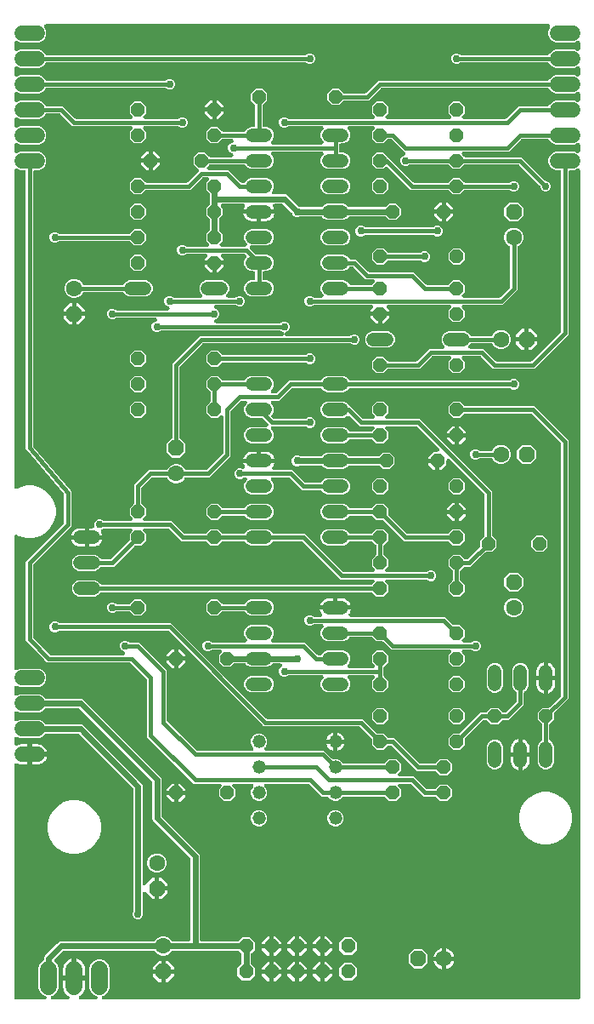
<source format=gtl>
G04 EAGLE Gerber RS-274X export*
G75*
%MOMM*%
%FSLAX34Y34*%
%LPD*%
%INTop Copper*%
%IPPOS*%
%AMOC8*
5,1,8,0,0,1.08239X$1,22.5*%
G01*
%ADD10P,1.732040X8X22.500000*%
%ADD11C,1.600200*%
%ADD12P,1.732040X8X112.500000*%
%ADD13P,1.429621X8X202.500000*%
%ADD14P,1.429621X8X22.500000*%
%ADD15P,1.732040X8X292.500000*%
%ADD16C,1.320800*%
%ADD17C,1.676400*%
%ADD18C,1.320800*%
%ADD19C,1.524000*%
%ADD20P,1.539592X8X202.500000*%
%ADD21P,1.732040X8X202.500000*%
%ADD22C,0.406400*%
%ADD23C,0.756400*%
%ADD24C,0.609600*%

G36*
X63376Y10173D02*
X63376Y10173D01*
X63503Y10176D01*
X63576Y10193D01*
X63651Y10201D01*
X63772Y10238D01*
X63895Y10266D01*
X63964Y10297D01*
X64036Y10319D01*
X64147Y10379D01*
X64263Y10431D01*
X64324Y10475D01*
X64390Y10511D01*
X64487Y10591D01*
X64590Y10665D01*
X64642Y10720D01*
X64699Y10768D01*
X64779Y10867D01*
X64865Y10959D01*
X64905Y11023D01*
X64952Y11082D01*
X65010Y11194D01*
X65076Y11302D01*
X65103Y11373D01*
X65137Y11439D01*
X65172Y11561D01*
X65216Y11679D01*
X65228Y11754D01*
X65249Y11826D01*
X65259Y11952D01*
X65279Y12077D01*
X65275Y12152D01*
X65282Y12228D01*
X65267Y12353D01*
X65261Y12479D01*
X65243Y12553D01*
X65235Y12627D01*
X65195Y12747D01*
X65165Y12870D01*
X65133Y12939D01*
X65110Y13010D01*
X65048Y13120D01*
X64994Y13235D01*
X64949Y13295D01*
X64912Y13361D01*
X64829Y13456D01*
X64754Y13558D01*
X64698Y13609D01*
X64649Y13665D01*
X64549Y13743D01*
X64455Y13828D01*
X64380Y13874D01*
X64331Y13912D01*
X64265Y13945D01*
X64173Y14002D01*
X64125Y14026D01*
X62734Y15037D01*
X61519Y16252D01*
X60508Y17643D01*
X59728Y19175D01*
X59196Y20810D01*
X58927Y22508D01*
X58927Y28957D01*
X69088Y28957D01*
X69106Y28958D01*
X69123Y28957D01*
X69306Y28978D01*
X69488Y28997D01*
X69505Y29002D01*
X69523Y29004D01*
X69698Y29061D01*
X69848Y29107D01*
X69860Y29101D01*
X69877Y29096D01*
X69893Y29088D01*
X70071Y29040D01*
X70246Y28990D01*
X70264Y28988D01*
X70281Y28984D01*
X70612Y28957D01*
X80773Y28957D01*
X80773Y22508D01*
X80504Y20810D01*
X79972Y19175D01*
X79192Y17643D01*
X78181Y16252D01*
X76966Y15037D01*
X75575Y14026D01*
X75527Y14002D01*
X75421Y13934D01*
X75310Y13873D01*
X75252Y13825D01*
X75189Y13785D01*
X75098Y13697D01*
X75001Y13616D01*
X74953Y13557D01*
X74899Y13505D01*
X74827Y13400D01*
X74748Y13302D01*
X74714Y13235D01*
X74671Y13173D01*
X74621Y13057D01*
X74563Y12945D01*
X74542Y12872D01*
X74512Y12803D01*
X74486Y12679D01*
X74451Y12558D01*
X74445Y12483D01*
X74430Y12409D01*
X74429Y12283D01*
X74418Y12156D01*
X74427Y12082D01*
X74427Y12006D01*
X74451Y11882D01*
X74465Y11757D01*
X74489Y11685D01*
X74503Y11611D01*
X74551Y11494D01*
X74590Y11374D01*
X74627Y11308D01*
X74656Y11239D01*
X74726Y11133D01*
X74788Y11023D01*
X74837Y10966D01*
X74879Y10903D01*
X74969Y10814D01*
X75051Y10718D01*
X75111Y10672D01*
X75164Y10619D01*
X75270Y10549D01*
X75369Y10472D01*
X75437Y10438D01*
X75500Y10396D01*
X75617Y10349D01*
X75730Y10292D01*
X75803Y10273D01*
X75872Y10244D01*
X75996Y10221D01*
X76119Y10188D01*
X76206Y10181D01*
X76268Y10169D01*
X76341Y10170D01*
X76449Y10161D01*
X91036Y10161D01*
X91040Y10161D01*
X91045Y10161D01*
X91239Y10181D01*
X91437Y10201D01*
X91441Y10202D01*
X91445Y10202D01*
X91633Y10261D01*
X91821Y10319D01*
X91825Y10321D01*
X91830Y10322D01*
X92004Y10418D01*
X92175Y10511D01*
X92179Y10513D01*
X92183Y10516D01*
X92336Y10644D01*
X92485Y10768D01*
X92487Y10772D01*
X92491Y10775D01*
X92616Y10931D01*
X92737Y11082D01*
X92739Y11086D01*
X92742Y11089D01*
X92833Y11267D01*
X92923Y11439D01*
X92924Y11444D01*
X92926Y11448D01*
X92979Y11635D01*
X93034Y11826D01*
X93034Y11831D01*
X93036Y11835D01*
X93050Y12026D01*
X93067Y12228D01*
X93066Y12232D01*
X93067Y12236D01*
X93043Y12430D01*
X93020Y12627D01*
X93019Y12632D01*
X93018Y12636D01*
X92957Y12821D01*
X92895Y13010D01*
X92893Y13014D01*
X92891Y13018D01*
X92795Y13187D01*
X92697Y13361D01*
X92694Y13364D01*
X92692Y13368D01*
X92564Y13515D01*
X92434Y13665D01*
X92430Y13668D01*
X92428Y13672D01*
X92271Y13792D01*
X92116Y13912D01*
X92112Y13914D01*
X92108Y13917D01*
X91813Y14069D01*
X89638Y14969D01*
X86851Y17756D01*
X85343Y21397D01*
X85343Y42103D01*
X86851Y45744D01*
X89638Y48531D01*
X93279Y50039D01*
X97221Y50039D01*
X100862Y48531D01*
X103649Y45744D01*
X105157Y42103D01*
X105157Y21397D01*
X103649Y17756D01*
X100862Y14969D01*
X98687Y14069D01*
X98683Y14067D01*
X98679Y14065D01*
X98506Y13972D01*
X98332Y13878D01*
X98328Y13876D01*
X98325Y13873D01*
X98176Y13749D01*
X98022Y13622D01*
X98019Y13619D01*
X98015Y13616D01*
X97892Y13463D01*
X97768Y13309D01*
X97766Y13305D01*
X97763Y13302D01*
X97673Y13129D01*
X97581Y12953D01*
X97579Y12949D01*
X97577Y12945D01*
X97523Y12757D01*
X97468Y12566D01*
X97467Y12562D01*
X97466Y12558D01*
X97450Y12360D01*
X97433Y12165D01*
X97434Y12161D01*
X97433Y12156D01*
X97456Y11962D01*
X97478Y11765D01*
X97480Y11761D01*
X97480Y11757D01*
X97541Y11571D01*
X97601Y11382D01*
X97604Y11378D01*
X97605Y11374D01*
X97702Y11202D01*
X97798Y11030D01*
X97801Y11027D01*
X97803Y11023D01*
X97931Y10875D01*
X98060Y10725D01*
X98063Y10722D01*
X98066Y10718D01*
X98221Y10598D01*
X98377Y10476D01*
X98381Y10474D01*
X98384Y10472D01*
X98562Y10383D01*
X98736Y10296D01*
X98741Y10294D01*
X98745Y10292D01*
X98937Y10241D01*
X99125Y10189D01*
X99129Y10189D01*
X99133Y10188D01*
X99464Y10161D01*
X572008Y10161D01*
X572026Y10163D01*
X572044Y10161D01*
X572226Y10182D01*
X572409Y10201D01*
X572426Y10206D01*
X572443Y10208D01*
X572618Y10265D01*
X572794Y10319D01*
X572809Y10327D01*
X572826Y10333D01*
X572986Y10423D01*
X573148Y10511D01*
X573161Y10522D01*
X573177Y10531D01*
X573316Y10651D01*
X573457Y10768D01*
X573468Y10782D01*
X573482Y10794D01*
X573594Y10939D01*
X573709Y11082D01*
X573717Y11098D01*
X573728Y11112D01*
X573810Y11277D01*
X573895Y11439D01*
X573900Y11456D01*
X573908Y11472D01*
X573955Y11651D01*
X574006Y11826D01*
X574008Y11844D01*
X574012Y11861D01*
X574039Y12192D01*
X574039Y834768D01*
X574038Y834781D01*
X574039Y834795D01*
X574018Y834980D01*
X573999Y835168D01*
X573995Y835181D01*
X573994Y835195D01*
X573937Y835372D01*
X573881Y835553D01*
X573875Y835565D01*
X573871Y835578D01*
X573779Y835743D01*
X573689Y835907D01*
X573681Y835918D01*
X573674Y835929D01*
X573552Y836073D01*
X573432Y836217D01*
X573421Y836225D01*
X573413Y836235D01*
X573264Y836352D01*
X573118Y836469D01*
X573106Y836475D01*
X573096Y836483D01*
X572926Y836568D01*
X572761Y836655D01*
X572748Y836658D01*
X572736Y836664D01*
X572553Y836714D01*
X572374Y836766D01*
X572360Y836767D01*
X572347Y836771D01*
X572159Y836783D01*
X571972Y836799D01*
X571959Y836797D01*
X571946Y836798D01*
X571758Y836774D01*
X571573Y836752D01*
X571560Y836748D01*
X571547Y836746D01*
X571231Y836644D01*
X568239Y835405D01*
X564388Y835405D01*
X564370Y835403D01*
X564352Y835405D01*
X564170Y835384D01*
X563987Y835365D01*
X563970Y835360D01*
X563953Y835358D01*
X563778Y835301D01*
X563602Y835247D01*
X563587Y835239D01*
X563570Y835233D01*
X563410Y835143D01*
X563248Y835055D01*
X563235Y835044D01*
X563219Y835035D01*
X563080Y834915D01*
X562939Y834798D01*
X562928Y834784D01*
X562914Y834772D01*
X562802Y834627D01*
X562687Y834484D01*
X562679Y834468D01*
X562668Y834454D01*
X562586Y834289D01*
X562501Y834127D01*
X562496Y834110D01*
X562488Y834094D01*
X562441Y833915D01*
X562390Y833740D01*
X562388Y833722D01*
X562384Y833705D01*
X562357Y833374D01*
X562357Y671627D01*
X528523Y637793D01*
X487477Y637793D01*
X484799Y640471D01*
X484798Y640472D01*
X475372Y649898D01*
X475351Y649915D01*
X475333Y649936D01*
X475196Y650043D01*
X475060Y650153D01*
X475037Y650166D01*
X475015Y650182D01*
X474858Y650260D01*
X474704Y650342D01*
X474679Y650350D01*
X474655Y650362D01*
X474485Y650407D01*
X474319Y650457D01*
X474292Y650459D01*
X474266Y650466D01*
X473935Y650493D01*
X458106Y650493D01*
X458098Y650492D01*
X458089Y650493D01*
X457897Y650472D01*
X457706Y650453D01*
X457697Y650451D01*
X457688Y650450D01*
X457506Y650392D01*
X457321Y650335D01*
X457313Y650331D01*
X457304Y650328D01*
X457136Y650235D01*
X456967Y650143D01*
X456960Y650138D01*
X456952Y650133D01*
X456805Y650009D01*
X456658Y649886D01*
X456652Y649879D01*
X456645Y649873D01*
X456526Y649722D01*
X456405Y649572D01*
X456401Y649564D01*
X456396Y649557D01*
X456308Y649384D01*
X456220Y649215D01*
X456217Y649206D01*
X456213Y649198D01*
X456161Y649012D01*
X456108Y648828D01*
X456108Y648819D01*
X456105Y648810D01*
X456091Y648617D01*
X456075Y648426D01*
X456076Y648418D01*
X456076Y648409D01*
X456100Y648216D01*
X456122Y648027D01*
X456125Y648018D01*
X456126Y648009D01*
X456188Y647826D01*
X456247Y647644D01*
X456252Y647636D01*
X456254Y647628D01*
X456350Y647462D01*
X456445Y647293D01*
X456451Y647286D01*
X456455Y647279D01*
X456670Y647026D01*
X458979Y644717D01*
X458979Y637983D01*
X454217Y633221D01*
X447483Y633221D01*
X442721Y637983D01*
X442721Y644717D01*
X445030Y647026D01*
X445036Y647033D01*
X445042Y647038D01*
X445163Y647188D01*
X445285Y647337D01*
X445289Y647345D01*
X445295Y647352D01*
X445383Y647522D01*
X445474Y647693D01*
X445476Y647702D01*
X445480Y647709D01*
X445533Y647894D01*
X445588Y648079D01*
X445589Y648088D01*
X445592Y648096D01*
X445607Y648287D01*
X445625Y648480D01*
X445624Y648489D01*
X445625Y648498D01*
X445602Y648687D01*
X445581Y648880D01*
X445579Y648889D01*
X445578Y648897D01*
X445518Y649079D01*
X445460Y649264D01*
X445456Y649272D01*
X445453Y649280D01*
X445358Y649449D01*
X445265Y649616D01*
X445259Y649623D01*
X445255Y649631D01*
X445129Y649777D01*
X445005Y649923D01*
X444998Y649929D01*
X444992Y649936D01*
X444840Y650053D01*
X444689Y650173D01*
X444681Y650177D01*
X444674Y650182D01*
X444502Y650268D01*
X444330Y650355D01*
X444321Y650358D01*
X444313Y650362D01*
X444127Y650412D01*
X443942Y650463D01*
X443933Y650464D01*
X443924Y650466D01*
X443594Y650493D01*
X427765Y650493D01*
X427738Y650491D01*
X427711Y650493D01*
X427537Y650471D01*
X427364Y650453D01*
X427339Y650446D01*
X427312Y650442D01*
X427146Y650387D01*
X426979Y650335D01*
X426956Y650322D01*
X426930Y650314D01*
X426779Y650227D01*
X426625Y650143D01*
X426605Y650126D01*
X426581Y650113D01*
X426328Y649898D01*
X414223Y637793D01*
X383430Y637793D01*
X383404Y637791D01*
X383377Y637793D01*
X383203Y637771D01*
X383030Y637753D01*
X383004Y637746D01*
X382978Y637742D01*
X382812Y637686D01*
X382645Y637635D01*
X382621Y637622D01*
X382596Y637614D01*
X382444Y637527D01*
X382291Y637443D01*
X382270Y637426D01*
X382247Y637413D01*
X381994Y637198D01*
X378017Y633221D01*
X371283Y633221D01*
X366521Y637983D01*
X366521Y644717D01*
X371283Y649479D01*
X378017Y649479D01*
X381994Y645502D01*
X382015Y645485D01*
X382032Y645464D01*
X382170Y645357D01*
X382306Y645247D01*
X382329Y645234D01*
X382350Y645218D01*
X382507Y645140D01*
X382661Y645058D01*
X382687Y645050D01*
X382711Y645038D01*
X382880Y644993D01*
X383047Y644943D01*
X383074Y644941D01*
X383100Y644934D01*
X383430Y644907D01*
X410435Y644907D01*
X410462Y644909D01*
X410489Y644907D01*
X410663Y644929D01*
X410836Y644947D01*
X410861Y644954D01*
X410888Y644958D01*
X411054Y645013D01*
X411221Y645065D01*
X411244Y645078D01*
X411270Y645086D01*
X411421Y645173D01*
X411575Y645257D01*
X411595Y645274D01*
X411619Y645287D01*
X411872Y645502D01*
X423977Y657607D01*
X436990Y657607D01*
X436998Y657608D01*
X437007Y657607D01*
X437199Y657628D01*
X437390Y657647D01*
X437399Y657649D01*
X437408Y657650D01*
X437590Y657708D01*
X437775Y657765D01*
X437783Y657769D01*
X437792Y657772D01*
X437960Y657865D01*
X438129Y657957D01*
X438136Y657962D01*
X438144Y657967D01*
X438292Y658092D01*
X438438Y658214D01*
X438444Y658221D01*
X438451Y658227D01*
X438570Y658378D01*
X438691Y658528D01*
X438695Y658536D01*
X438700Y658543D01*
X438787Y658714D01*
X438876Y658885D01*
X438879Y658894D01*
X438883Y658902D01*
X438935Y659088D01*
X438988Y659272D01*
X438988Y659281D01*
X438991Y659290D01*
X439005Y659482D01*
X439021Y659674D01*
X439020Y659682D01*
X439020Y659691D01*
X438996Y659884D01*
X438974Y660073D01*
X438971Y660082D01*
X438970Y660091D01*
X438908Y660274D01*
X438849Y660456D01*
X438844Y660464D01*
X438842Y660472D01*
X438746Y660638D01*
X438651Y660807D01*
X438645Y660814D01*
X438641Y660821D01*
X438426Y661074D01*
X437355Y662145D01*
X436117Y665133D01*
X436117Y668367D01*
X437355Y671355D01*
X439641Y673641D01*
X441805Y674537D01*
X441805Y674538D01*
X442629Y674879D01*
X459071Y674879D01*
X462059Y673641D01*
X464399Y671301D01*
X464450Y671206D01*
X464464Y671189D01*
X464475Y671169D01*
X464592Y671034D01*
X464706Y670895D01*
X464724Y670881D01*
X464738Y670864D01*
X464880Y670755D01*
X465019Y670642D01*
X465039Y670631D01*
X465056Y670618D01*
X465217Y670538D01*
X465376Y670455D01*
X465397Y670448D01*
X465417Y670438D01*
X465591Y670392D01*
X465762Y670342D01*
X465784Y670340D01*
X465806Y670334D01*
X466136Y670307D01*
X485105Y670307D01*
X485128Y670309D01*
X485150Y670307D01*
X485327Y670329D01*
X485506Y670347D01*
X485527Y670353D01*
X485550Y670356D01*
X485719Y670412D01*
X485891Y670465D01*
X485911Y670475D01*
X485932Y670482D01*
X486087Y670571D01*
X486245Y670657D01*
X486262Y670671D01*
X486281Y670682D01*
X486417Y670800D01*
X486554Y670914D01*
X486568Y670932D01*
X486585Y670946D01*
X486694Y671088D01*
X486807Y671228D01*
X486817Y671248D01*
X486830Y671266D01*
X486982Y671561D01*
X487224Y672146D01*
X489904Y674826D01*
X493405Y676276D01*
X497195Y676276D01*
X500696Y674826D01*
X503376Y672146D01*
X504826Y668645D01*
X504826Y664855D01*
X503376Y661354D01*
X500696Y658674D01*
X497195Y657224D01*
X493405Y657224D01*
X489904Y658674D01*
X487224Y661354D01*
X486982Y661939D01*
X486972Y661959D01*
X486965Y661980D01*
X486876Y662136D01*
X486792Y662294D01*
X486778Y662311D01*
X486767Y662331D01*
X486650Y662466D01*
X486535Y662605D01*
X486518Y662619D01*
X486504Y662636D01*
X486362Y662745D01*
X486223Y662858D01*
X486203Y662869D01*
X486185Y662882D01*
X486025Y662962D01*
X485866Y663045D01*
X485845Y663052D01*
X485825Y663062D01*
X485651Y663108D01*
X485480Y663158D01*
X485458Y663160D01*
X485436Y663166D01*
X485105Y663193D01*
X466136Y663193D01*
X466114Y663191D01*
X466092Y663193D01*
X465915Y663171D01*
X465736Y663153D01*
X465715Y663147D01*
X465692Y663144D01*
X465523Y663088D01*
X465351Y663035D01*
X465331Y663025D01*
X465310Y663018D01*
X465155Y662929D01*
X464997Y662843D01*
X464980Y662829D01*
X464960Y662818D01*
X464825Y662700D01*
X464688Y662586D01*
X464674Y662568D01*
X464657Y662554D01*
X464548Y662412D01*
X464435Y662272D01*
X464425Y662252D01*
X464411Y662234D01*
X464387Y662188D01*
X463274Y661074D01*
X463268Y661067D01*
X463262Y661062D01*
X463140Y660911D01*
X463019Y660763D01*
X463015Y660755D01*
X463009Y660748D01*
X462921Y660578D01*
X462830Y660407D01*
X462828Y660398D01*
X462824Y660391D01*
X462771Y660206D01*
X462716Y660021D01*
X462715Y660012D01*
X462712Y660004D01*
X462697Y659812D01*
X462679Y659620D01*
X462680Y659611D01*
X462679Y659602D01*
X462702Y659412D01*
X462723Y659220D01*
X462725Y659211D01*
X462726Y659203D01*
X462786Y659020D01*
X462844Y658836D01*
X462848Y658828D01*
X462851Y658820D01*
X462946Y658653D01*
X463039Y658484D01*
X463045Y658477D01*
X463049Y658469D01*
X463174Y658324D01*
X463299Y658177D01*
X463306Y658171D01*
X463312Y658164D01*
X463463Y658048D01*
X463615Y657927D01*
X463623Y657923D01*
X463630Y657918D01*
X463801Y657833D01*
X463974Y657745D01*
X463983Y657742D01*
X463991Y657738D01*
X464176Y657689D01*
X464362Y657637D01*
X464371Y657636D01*
X464380Y657634D01*
X464710Y657607D01*
X477723Y657607D01*
X489828Y645502D01*
X489849Y645485D01*
X489866Y645464D01*
X490004Y645357D01*
X490140Y645247D01*
X490163Y645234D01*
X490185Y645218D01*
X490341Y645140D01*
X490495Y645058D01*
X490521Y645050D01*
X490545Y645038D01*
X490714Y644993D01*
X490881Y644943D01*
X490908Y644941D01*
X490934Y644934D01*
X491265Y644907D01*
X524735Y644907D01*
X524762Y644909D01*
X524789Y644907D01*
X524963Y644929D01*
X525136Y644947D01*
X525161Y644954D01*
X525188Y644958D01*
X525354Y645013D01*
X525521Y645065D01*
X525544Y645078D01*
X525570Y645086D01*
X525721Y645173D01*
X525875Y645257D01*
X525895Y645274D01*
X525919Y645287D01*
X526172Y645502D01*
X554648Y673978D01*
X554665Y673999D01*
X554686Y674017D01*
X554793Y674154D01*
X554903Y674290D01*
X554916Y674313D01*
X554932Y674335D01*
X555010Y674491D01*
X555092Y674646D01*
X555100Y674671D01*
X555112Y674695D01*
X555157Y674864D01*
X555207Y675031D01*
X555209Y675058D01*
X555216Y675084D01*
X555243Y675415D01*
X555243Y833374D01*
X555241Y833392D01*
X555243Y833410D01*
X555222Y833592D01*
X555203Y833775D01*
X555198Y833792D01*
X555196Y833809D01*
X555139Y833984D01*
X555085Y834160D01*
X555077Y834175D01*
X555071Y834192D01*
X554981Y834352D01*
X554893Y834514D01*
X554882Y834527D01*
X554873Y834543D01*
X554753Y834682D01*
X554636Y834823D01*
X554622Y834834D01*
X554610Y834848D01*
X554465Y834960D01*
X554322Y835075D01*
X554306Y835083D01*
X554292Y835094D01*
X554127Y835176D01*
X553965Y835261D01*
X553948Y835266D01*
X553932Y835274D01*
X553753Y835321D01*
X553578Y835372D01*
X553560Y835374D01*
X553543Y835378D01*
X553212Y835405D01*
X549361Y835405D01*
X546000Y836797D01*
X543427Y839370D01*
X542035Y842731D01*
X542035Y846369D01*
X543427Y849730D01*
X546000Y852303D01*
X549361Y853695D01*
X568239Y853695D01*
X571231Y852456D01*
X571244Y852452D01*
X571255Y852445D01*
X571435Y852394D01*
X571616Y852339D01*
X571629Y852338D01*
X571642Y852334D01*
X571830Y852319D01*
X572017Y852301D01*
X572030Y852302D01*
X572044Y852301D01*
X572230Y852323D01*
X572417Y852343D01*
X572430Y852347D01*
X572443Y852348D01*
X572622Y852406D01*
X572802Y852462D01*
X572813Y852469D01*
X572826Y852473D01*
X572990Y852565D01*
X573155Y852656D01*
X573165Y852664D01*
X573177Y852671D01*
X573319Y852793D01*
X573463Y852915D01*
X573471Y852925D01*
X573482Y852934D01*
X573596Y853082D01*
X573714Y853230D01*
X573720Y853242D01*
X573728Y853252D01*
X573812Y853420D01*
X573898Y853588D01*
X573902Y853601D01*
X573908Y853613D01*
X573957Y853795D01*
X574008Y853975D01*
X574009Y853988D01*
X574012Y854001D01*
X574039Y854332D01*
X574039Y860168D01*
X574038Y860181D01*
X574039Y860195D01*
X574018Y860381D01*
X573999Y860568D01*
X573995Y860581D01*
X573994Y860595D01*
X573936Y860774D01*
X573881Y860953D01*
X573875Y860965D01*
X573871Y860978D01*
X573779Y861143D01*
X573689Y861307D01*
X573681Y861318D01*
X573674Y861329D01*
X573552Y861473D01*
X573432Y861617D01*
X573421Y861625D01*
X573413Y861635D01*
X573264Y861752D01*
X573118Y861869D01*
X573106Y861875D01*
X573096Y861883D01*
X572926Y861968D01*
X572761Y862055D01*
X572748Y862058D01*
X572736Y862064D01*
X572553Y862114D01*
X572374Y862166D01*
X572360Y862167D01*
X572347Y862171D01*
X572159Y862183D01*
X571972Y862199D01*
X571959Y862197D01*
X571946Y862198D01*
X571758Y862174D01*
X571573Y862152D01*
X571560Y862148D01*
X571547Y862146D01*
X571231Y862044D01*
X568239Y860805D01*
X549361Y860805D01*
X546000Y862197D01*
X543427Y864770D01*
X543274Y865139D01*
X543264Y865159D01*
X543257Y865180D01*
X543169Y865336D01*
X543084Y865494D01*
X543070Y865511D01*
X543059Y865531D01*
X542942Y865667D01*
X542828Y865805D01*
X542811Y865819D01*
X542796Y865836D01*
X542655Y865945D01*
X542515Y866058D01*
X542495Y866069D01*
X542478Y866082D01*
X542318Y866162D01*
X542159Y866245D01*
X542137Y866252D01*
X542117Y866262D01*
X541944Y866308D01*
X541772Y866358D01*
X541750Y866360D01*
X541729Y866366D01*
X541398Y866393D01*
X516665Y866393D01*
X516638Y866391D01*
X516611Y866393D01*
X516437Y866371D01*
X516264Y866353D01*
X516239Y866346D01*
X516212Y866342D01*
X516046Y866287D01*
X515879Y866235D01*
X515856Y866222D01*
X515830Y866214D01*
X515679Y866127D01*
X515525Y866043D01*
X515505Y866026D01*
X515481Y866013D01*
X515228Y865798D01*
X503123Y853693D01*
X458106Y853693D01*
X458098Y853692D01*
X458089Y853693D01*
X457897Y853672D01*
X457706Y853653D01*
X457697Y853651D01*
X457688Y853650D01*
X457506Y853592D01*
X457321Y853535D01*
X457313Y853531D01*
X457304Y853528D01*
X457136Y853435D01*
X456967Y853343D01*
X456960Y853338D01*
X456952Y853333D01*
X456804Y853208D01*
X456658Y853086D01*
X456652Y853079D01*
X456645Y853073D01*
X456525Y852921D01*
X456405Y852772D01*
X456401Y852764D01*
X456396Y852757D01*
X456308Y852585D01*
X456220Y852415D01*
X456217Y852406D01*
X456213Y852398D01*
X456161Y852212D01*
X456108Y852028D01*
X456108Y852019D01*
X456105Y852010D01*
X456091Y851818D01*
X456075Y851626D01*
X456076Y851618D01*
X456076Y851609D01*
X456100Y851416D01*
X456122Y851227D01*
X456125Y851218D01*
X456126Y851209D01*
X456188Y851026D01*
X456247Y850844D01*
X456252Y850836D01*
X456254Y850828D01*
X456350Y850662D01*
X456445Y850493D01*
X456451Y850486D01*
X456455Y850479D01*
X456670Y850226D01*
X458194Y848702D01*
X458215Y848685D01*
X458232Y848664D01*
X458370Y848557D01*
X458506Y848447D01*
X458529Y848434D01*
X458550Y848418D01*
X458707Y848340D01*
X458861Y848258D01*
X458887Y848250D01*
X458911Y848238D01*
X459080Y848193D01*
X459247Y848143D01*
X459274Y848141D01*
X459300Y848134D01*
X459630Y848107D01*
X515823Y848107D01*
X518502Y845428D01*
X538878Y825052D01*
X538899Y825035D01*
X538916Y825014D01*
X539054Y824907D01*
X539190Y824797D01*
X539213Y824784D01*
X539235Y824768D01*
X539392Y824690D01*
X539546Y824608D01*
X539571Y824600D01*
X539595Y824588D01*
X539765Y824543D01*
X539931Y824493D01*
X539958Y824491D01*
X539984Y824484D01*
X540315Y824457D01*
X540806Y824457D01*
X542756Y823649D01*
X544249Y822156D01*
X545057Y820206D01*
X545057Y818094D01*
X544249Y816144D01*
X542756Y814651D01*
X542096Y814378D01*
X540806Y813843D01*
X538694Y813843D01*
X536744Y814651D01*
X535251Y816144D01*
X534443Y818094D01*
X534443Y818585D01*
X534441Y818612D01*
X534443Y818639D01*
X534421Y818813D01*
X534403Y818986D01*
X534396Y819012D01*
X534392Y819038D01*
X534336Y819204D01*
X534285Y819371D01*
X534272Y819395D01*
X534264Y819420D01*
X534177Y819571D01*
X534093Y819725D01*
X534076Y819745D01*
X534063Y819769D01*
X533848Y820022D01*
X513472Y840398D01*
X513451Y840415D01*
X513433Y840436D01*
X513296Y840543D01*
X513160Y840653D01*
X513137Y840666D01*
X513115Y840682D01*
X512958Y840760D01*
X512804Y840842D01*
X512779Y840850D01*
X512755Y840862D01*
X512585Y840907D01*
X512419Y840957D01*
X512392Y840959D01*
X512366Y840966D01*
X512035Y840993D01*
X459630Y840993D01*
X459604Y840991D01*
X459577Y840993D01*
X459403Y840971D01*
X459230Y840953D01*
X459204Y840946D01*
X459178Y840942D01*
X459012Y840887D01*
X458845Y840835D01*
X458821Y840822D01*
X458796Y840814D01*
X458644Y840727D01*
X458491Y840643D01*
X458470Y840626D01*
X458447Y840613D01*
X458194Y840398D01*
X454217Y836421D01*
X447483Y836421D01*
X443506Y840398D01*
X443485Y840415D01*
X443468Y840436D01*
X443330Y840543D01*
X443194Y840653D01*
X443171Y840666D01*
X443150Y840682D01*
X442993Y840760D01*
X442839Y840842D01*
X442813Y840850D01*
X442789Y840862D01*
X442620Y840907D01*
X442453Y840957D01*
X442426Y840959D01*
X442400Y840966D01*
X442070Y840993D01*
X404840Y840993D01*
X404813Y840991D01*
X404786Y840993D01*
X404612Y840971D01*
X404439Y840953D01*
X404413Y840946D01*
X404387Y840942D01*
X404221Y840887D01*
X404054Y840835D01*
X404030Y840822D01*
X404005Y840814D01*
X403853Y840727D01*
X403700Y840643D01*
X403679Y840626D01*
X403656Y840613D01*
X403403Y840398D01*
X403056Y840051D01*
X401106Y839243D01*
X398994Y839243D01*
X397044Y840051D01*
X395551Y841544D01*
X394743Y843494D01*
X394743Y845606D01*
X395551Y847556D01*
X397044Y849049D01*
X398822Y849785D01*
X398826Y849788D01*
X398830Y849789D01*
X399002Y849882D01*
X399177Y849976D01*
X399181Y849978D01*
X399184Y849981D01*
X399335Y850106D01*
X399487Y850232D01*
X399490Y850235D01*
X399494Y850238D01*
X399617Y850391D01*
X399741Y850545D01*
X399743Y850549D01*
X399746Y850552D01*
X399836Y850725D01*
X399928Y850901D01*
X399930Y850905D01*
X399932Y850909D01*
X399986Y851097D01*
X400041Y851288D01*
X400042Y851292D01*
X400043Y851296D01*
X400059Y851494D01*
X400076Y851689D01*
X400075Y851693D01*
X400076Y851698D01*
X400053Y851888D01*
X400031Y852089D01*
X400029Y852093D01*
X400029Y852097D01*
X399968Y852283D01*
X399908Y852472D01*
X399905Y852476D01*
X399904Y852480D01*
X399807Y852652D01*
X399711Y852824D01*
X399708Y852827D01*
X399706Y852831D01*
X399578Y852979D01*
X399449Y853129D01*
X399446Y853132D01*
X399443Y853136D01*
X399288Y853255D01*
X399132Y853378D01*
X399128Y853380D01*
X399125Y853382D01*
X398949Y853470D01*
X398773Y853558D01*
X398768Y853560D01*
X398764Y853562D01*
X398688Y853582D01*
X386472Y865798D01*
X386451Y865815D01*
X386433Y865836D01*
X386296Y865943D01*
X386160Y866053D01*
X386137Y866066D01*
X386115Y866082D01*
X385958Y866160D01*
X385804Y866242D01*
X385779Y866250D01*
X385755Y866262D01*
X385585Y866307D01*
X385419Y866357D01*
X385392Y866359D01*
X385366Y866366D01*
X385035Y866393D01*
X383430Y866393D01*
X383404Y866391D01*
X383377Y866393D01*
X383203Y866371D01*
X383030Y866353D01*
X383004Y866346D01*
X382978Y866342D01*
X382812Y866286D01*
X382645Y866235D01*
X382621Y866222D01*
X382596Y866214D01*
X382444Y866127D01*
X382291Y866043D01*
X382270Y866026D01*
X382247Y866013D01*
X381994Y865798D01*
X378017Y861821D01*
X371283Y861821D01*
X366521Y866583D01*
X366521Y873317D01*
X368830Y875626D01*
X368836Y875633D01*
X368842Y875638D01*
X368963Y875788D01*
X369085Y875937D01*
X369089Y875945D01*
X369095Y875952D01*
X369183Y876122D01*
X369274Y876293D01*
X369276Y876302D01*
X369280Y876309D01*
X369333Y876494D01*
X369388Y876679D01*
X369389Y876688D01*
X369392Y876696D01*
X369407Y876887D01*
X369425Y877080D01*
X369424Y877089D01*
X369425Y877098D01*
X369402Y877287D01*
X369381Y877480D01*
X369379Y877489D01*
X369378Y877497D01*
X369318Y877679D01*
X369260Y877864D01*
X369256Y877872D01*
X369253Y877880D01*
X369158Y878049D01*
X369065Y878216D01*
X369059Y878223D01*
X369055Y878231D01*
X368929Y878377D01*
X368805Y878523D01*
X368798Y878529D01*
X368792Y878536D01*
X368642Y878652D01*
X368489Y878773D01*
X368481Y878777D01*
X368474Y878782D01*
X368302Y878868D01*
X368130Y878955D01*
X368121Y878958D01*
X368113Y878962D01*
X367927Y879012D01*
X367742Y879063D01*
X367733Y879064D01*
X367724Y879066D01*
X367394Y879093D01*
X344060Y879093D01*
X344052Y879092D01*
X344043Y879093D01*
X343851Y879072D01*
X343660Y879053D01*
X343651Y879051D01*
X343642Y879050D01*
X343460Y878992D01*
X343275Y878935D01*
X343267Y878931D01*
X343258Y878928D01*
X343090Y878835D01*
X342921Y878743D01*
X342914Y878738D01*
X342906Y878733D01*
X342758Y878608D01*
X342612Y878486D01*
X342606Y878479D01*
X342599Y878473D01*
X342480Y878322D01*
X342359Y878172D01*
X342355Y878164D01*
X342350Y878157D01*
X342263Y877986D01*
X342174Y877815D01*
X342171Y877806D01*
X342167Y877798D01*
X342115Y877612D01*
X342062Y877428D01*
X342062Y877419D01*
X342059Y877410D01*
X342045Y877218D01*
X342029Y877026D01*
X342030Y877018D01*
X342030Y877009D01*
X342054Y876816D01*
X342076Y876627D01*
X342079Y876618D01*
X342080Y876609D01*
X342142Y876426D01*
X342201Y876244D01*
X342206Y876236D01*
X342208Y876228D01*
X342304Y876062D01*
X342399Y875893D01*
X342405Y875886D01*
X342409Y875879D01*
X342624Y875626D01*
X343695Y874555D01*
X344933Y871567D01*
X344933Y868333D01*
X343695Y865345D01*
X341409Y863059D01*
X338421Y861821D01*
X335788Y861821D01*
X335770Y861819D01*
X335752Y861821D01*
X335570Y861800D01*
X335387Y861781D01*
X335370Y861776D01*
X335353Y861774D01*
X335178Y861717D01*
X335002Y861663D01*
X334987Y861655D01*
X334970Y861649D01*
X334810Y861559D01*
X334648Y861471D01*
X334635Y861460D01*
X334619Y861451D01*
X334480Y861331D01*
X334339Y861214D01*
X334328Y861200D01*
X334314Y861188D01*
X334202Y861043D01*
X334087Y860900D01*
X334079Y860884D01*
X334068Y860870D01*
X333986Y860705D01*
X333901Y860543D01*
X333896Y860526D01*
X333888Y860510D01*
X333841Y860331D01*
X333790Y860156D01*
X333788Y860138D01*
X333784Y860121D01*
X333757Y859790D01*
X333757Y854710D01*
X333759Y854692D01*
X333757Y854674D01*
X333778Y854492D01*
X333797Y854309D01*
X333802Y854292D01*
X333804Y854275D01*
X333861Y854100D01*
X333915Y853924D01*
X333923Y853909D01*
X333929Y853892D01*
X334019Y853732D01*
X334107Y853570D01*
X334118Y853557D01*
X334127Y853541D01*
X334247Y853402D01*
X334364Y853261D01*
X334378Y853250D01*
X334390Y853236D01*
X334535Y853124D01*
X334678Y853009D01*
X334694Y853001D01*
X334708Y852990D01*
X334873Y852908D01*
X335035Y852823D01*
X335052Y852818D01*
X335068Y852810D01*
X335247Y852763D01*
X335422Y852712D01*
X335440Y852710D01*
X335457Y852706D01*
X335788Y852679D01*
X338421Y852679D01*
X341409Y851441D01*
X343695Y849155D01*
X344933Y846167D01*
X344933Y842933D01*
X343695Y839945D01*
X341409Y837659D01*
X339146Y836721D01*
X338421Y836421D01*
X321979Y836421D01*
X318991Y837659D01*
X316705Y839945D01*
X315467Y842933D01*
X315467Y846167D01*
X316705Y849155D01*
X317776Y850226D01*
X317782Y850233D01*
X317788Y850238D01*
X317910Y850389D01*
X318031Y850537D01*
X318035Y850545D01*
X318041Y850552D01*
X318129Y850722D01*
X318220Y850893D01*
X318222Y850902D01*
X318226Y850909D01*
X318279Y851094D01*
X318334Y851279D01*
X318335Y851288D01*
X318338Y851296D01*
X318353Y851487D01*
X318371Y851680D01*
X318370Y851689D01*
X318371Y851698D01*
X318348Y851887D01*
X318327Y852080D01*
X318325Y852089D01*
X318324Y852097D01*
X318264Y852279D01*
X318206Y852464D01*
X318202Y852472D01*
X318199Y852480D01*
X318105Y852647D01*
X318011Y852816D01*
X318005Y852823D01*
X318001Y852831D01*
X317876Y852976D01*
X317751Y853123D01*
X317744Y853129D01*
X317738Y853136D01*
X317587Y853252D01*
X317435Y853373D01*
X317427Y853377D01*
X317420Y853382D01*
X317249Y853467D01*
X317076Y853555D01*
X317067Y853558D01*
X317059Y853562D01*
X316874Y853611D01*
X316688Y853663D01*
X316679Y853664D01*
X316670Y853666D01*
X316340Y853693D01*
X267860Y853693D01*
X267852Y853692D01*
X267843Y853693D01*
X267651Y853672D01*
X267460Y853653D01*
X267451Y853651D01*
X267442Y853650D01*
X267260Y853592D01*
X267075Y853535D01*
X267067Y853531D01*
X267058Y853528D01*
X266890Y853435D01*
X266721Y853343D01*
X266714Y853338D01*
X266706Y853333D01*
X266558Y853208D01*
X266412Y853086D01*
X266406Y853079D01*
X266399Y853073D01*
X266280Y852922D01*
X266159Y852772D01*
X266155Y852764D01*
X266150Y852757D01*
X266063Y852586D01*
X265974Y852415D01*
X265971Y852406D01*
X265967Y852398D01*
X265915Y852212D01*
X265862Y852028D01*
X265862Y852019D01*
X265859Y852010D01*
X265845Y851818D01*
X265829Y851626D01*
X265830Y851618D01*
X265830Y851609D01*
X265854Y851416D01*
X265876Y851227D01*
X265879Y851218D01*
X265880Y851209D01*
X265942Y851026D01*
X266001Y850844D01*
X266006Y850836D01*
X266008Y850828D01*
X266104Y850662D01*
X266199Y850493D01*
X266205Y850486D01*
X266209Y850479D01*
X266424Y850226D01*
X267495Y849155D01*
X268733Y846167D01*
X268733Y842933D01*
X267495Y839945D01*
X265209Y837659D01*
X262946Y836721D01*
X262221Y836421D01*
X245779Y836421D01*
X242791Y837659D01*
X240451Y839999D01*
X240400Y840094D01*
X240386Y840111D01*
X240375Y840131D01*
X240258Y840267D01*
X240144Y840404D01*
X240126Y840419D01*
X240112Y840436D01*
X239971Y840545D01*
X239831Y840658D01*
X239811Y840669D01*
X239794Y840682D01*
X239633Y840762D01*
X239475Y840845D01*
X239453Y840852D01*
X239433Y840862D01*
X239259Y840908D01*
X239088Y840958D01*
X239066Y840960D01*
X239044Y840966D01*
X238714Y840993D01*
X205630Y840993D01*
X205604Y840991D01*
X205577Y840993D01*
X205403Y840971D01*
X205230Y840953D01*
X205204Y840946D01*
X205178Y840942D01*
X205012Y840887D01*
X204845Y840835D01*
X204821Y840822D01*
X204796Y840814D01*
X204644Y840727D01*
X204491Y840643D01*
X204470Y840626D01*
X204447Y840613D01*
X204194Y840398D01*
X202670Y838874D01*
X202664Y838867D01*
X202658Y838862D01*
X202537Y838712D01*
X202415Y838563D01*
X202411Y838555D01*
X202405Y838548D01*
X202316Y838377D01*
X202226Y838207D01*
X202224Y838199D01*
X202220Y838191D01*
X202166Y838005D01*
X202112Y837821D01*
X202111Y837812D01*
X202108Y837804D01*
X202093Y837612D01*
X202075Y837420D01*
X202076Y837411D01*
X202075Y837402D01*
X202098Y837213D01*
X202119Y837020D01*
X202121Y837011D01*
X202122Y837003D01*
X202182Y836819D01*
X202240Y836636D01*
X202244Y836628D01*
X202247Y836620D01*
X202343Y836449D01*
X202435Y836284D01*
X202441Y836277D01*
X202445Y836269D01*
X202571Y836123D01*
X202695Y835977D01*
X202702Y835971D01*
X202708Y835964D01*
X202860Y835847D01*
X203011Y835727D01*
X203019Y835723D01*
X203026Y835718D01*
X203198Y835632D01*
X203370Y835545D01*
X203379Y835542D01*
X203387Y835538D01*
X203573Y835488D01*
X203758Y835437D01*
X203767Y835436D01*
X203776Y835434D01*
X204106Y835407D01*
X223723Y835407D01*
X235828Y823302D01*
X235849Y823285D01*
X235867Y823264D01*
X236004Y823157D01*
X236140Y823047D01*
X236163Y823034D01*
X236185Y823018D01*
X236342Y822940D01*
X236496Y822858D01*
X236521Y822850D01*
X236545Y822838D01*
X236715Y822793D01*
X236881Y822743D01*
X236908Y822741D01*
X236934Y822734D01*
X237265Y822707D01*
X238714Y822707D01*
X238736Y822709D01*
X238758Y822707D01*
X238936Y822729D01*
X239114Y822747D01*
X239136Y822753D01*
X239158Y822756D01*
X239328Y822812D01*
X239499Y822865D01*
X239519Y822875D01*
X239540Y822883D01*
X239696Y822971D01*
X239853Y823057D01*
X239870Y823071D01*
X239890Y823082D01*
X240025Y823200D01*
X240162Y823314D01*
X240176Y823332D01*
X240193Y823347D01*
X240302Y823489D01*
X240415Y823628D01*
X240425Y823648D01*
X240439Y823666D01*
X240463Y823713D01*
X242791Y826041D01*
X245779Y827279D01*
X262221Y827279D01*
X265209Y826041D01*
X267495Y823755D01*
X268733Y820767D01*
X268733Y817533D01*
X267495Y814546D01*
X267440Y814490D01*
X267434Y814483D01*
X267428Y814478D01*
X267308Y814328D01*
X267185Y814179D01*
X267181Y814171D01*
X267175Y814164D01*
X267087Y813994D01*
X266996Y813823D01*
X266994Y813815D01*
X266990Y813807D01*
X266936Y813621D01*
X266882Y813437D01*
X266881Y813428D01*
X266878Y813420D01*
X266863Y813228D01*
X266845Y813036D01*
X266846Y813027D01*
X266845Y813018D01*
X266868Y812828D01*
X266889Y812636D01*
X266891Y812628D01*
X266892Y812619D01*
X266953Y812433D01*
X267010Y812252D01*
X267014Y812244D01*
X267017Y812236D01*
X267112Y812069D01*
X267205Y811900D01*
X267211Y811893D01*
X267215Y811885D01*
X267341Y811740D01*
X267465Y811593D01*
X267472Y811587D01*
X267478Y811580D01*
X267630Y811463D01*
X267781Y811343D01*
X267789Y811339D01*
X267796Y811334D01*
X267968Y811248D01*
X268140Y811161D01*
X268149Y811158D01*
X268157Y811154D01*
X268344Y811104D01*
X268528Y811053D01*
X268537Y811052D01*
X268546Y811050D01*
X268876Y811023D01*
X280310Y811023D01*
X281990Y810327D01*
X283562Y808755D01*
X293048Y799269D01*
X293072Y799249D01*
X293093Y799225D01*
X293228Y799121D01*
X293360Y799013D01*
X293387Y798999D01*
X293412Y798980D01*
X293707Y798828D01*
X294554Y798477D01*
X294584Y798468D01*
X294612Y798454D01*
X294777Y798410D01*
X294940Y798361D01*
X294971Y798358D01*
X295001Y798350D01*
X295332Y798323D01*
X315832Y798323D01*
X315858Y798325D01*
X315885Y798323D01*
X316059Y798345D01*
X316232Y798363D01*
X316258Y798370D01*
X316284Y798374D01*
X316450Y798430D01*
X316617Y798481D01*
X316641Y798494D01*
X316666Y798502D01*
X316817Y798589D01*
X316971Y798673D01*
X316992Y798690D01*
X317015Y798703D01*
X317268Y798918D01*
X318991Y800641D01*
X321979Y801879D01*
X338421Y801879D01*
X341409Y800641D01*
X343132Y798918D01*
X343153Y798901D01*
X343170Y798880D01*
X343308Y798773D01*
X343444Y798663D01*
X343467Y798650D01*
X343488Y798634D01*
X343645Y798556D01*
X343799Y798474D01*
X343825Y798466D01*
X343849Y798454D01*
X344018Y798409D01*
X344185Y798359D01*
X344212Y798357D01*
X344238Y798350D01*
X344568Y798323D01*
X379586Y798323D01*
X379612Y798325D01*
X379639Y798323D01*
X379813Y798345D01*
X379986Y798363D01*
X380012Y798370D01*
X380038Y798374D01*
X380204Y798429D01*
X380371Y798481D01*
X380395Y798494D01*
X380420Y798502D01*
X380572Y798589D01*
X380725Y798673D01*
X380746Y798690D01*
X380769Y798703D01*
X381022Y798918D01*
X383983Y801879D01*
X390717Y801879D01*
X395479Y797117D01*
X395479Y790383D01*
X390717Y785621D01*
X383983Y785621D01*
X381022Y788582D01*
X381001Y788599D01*
X380984Y788620D01*
X380846Y788727D01*
X380710Y788837D01*
X380687Y788850D01*
X380666Y788866D01*
X380509Y788944D01*
X380355Y789026D01*
X380329Y789034D01*
X380305Y789046D01*
X380136Y789091D01*
X379969Y789141D01*
X379942Y789143D01*
X379916Y789150D01*
X379586Y789177D01*
X344568Y789177D01*
X344542Y789175D01*
X344515Y789177D01*
X344341Y789155D01*
X344168Y789137D01*
X344142Y789130D01*
X344116Y789126D01*
X343950Y789070D01*
X343783Y789019D01*
X343759Y789006D01*
X343734Y788998D01*
X343583Y788911D01*
X343429Y788827D01*
X343408Y788810D01*
X343385Y788797D01*
X343132Y788582D01*
X341409Y786859D01*
X338421Y785621D01*
X321979Y785621D01*
X318991Y786859D01*
X317268Y788582D01*
X317247Y788599D01*
X317230Y788620D01*
X317092Y788727D01*
X316956Y788837D01*
X316933Y788850D01*
X316912Y788866D01*
X316755Y788944D01*
X316601Y789026D01*
X316575Y789034D01*
X316551Y789046D01*
X316382Y789091D01*
X316215Y789141D01*
X316188Y789143D01*
X316162Y789150D01*
X315832Y789177D01*
X295332Y789177D01*
X295301Y789174D01*
X295269Y789176D01*
X295100Y789154D01*
X294931Y789137D01*
X294901Y789128D01*
X294870Y789124D01*
X294554Y789023D01*
X293156Y788443D01*
X291044Y788443D01*
X289094Y789251D01*
X287601Y790744D01*
X287022Y792143D01*
X287007Y792170D01*
X286997Y792200D01*
X286912Y792348D01*
X286832Y792498D01*
X286812Y792522D01*
X286796Y792549D01*
X286581Y792802D01*
X278101Y801282D01*
X278080Y801299D01*
X278063Y801320D01*
X277925Y801427D01*
X277789Y801537D01*
X277766Y801550D01*
X277745Y801566D01*
X277588Y801644D01*
X277434Y801726D01*
X277408Y801734D01*
X277384Y801746D01*
X277215Y801791D01*
X277048Y801841D01*
X277021Y801843D01*
X276995Y801850D01*
X276665Y801877D01*
X269989Y801877D01*
X269938Y801872D01*
X269887Y801875D01*
X269738Y801852D01*
X269589Y801837D01*
X269540Y801822D01*
X269489Y801815D01*
X269347Y801763D01*
X269204Y801719D01*
X269159Y801695D01*
X269110Y801677D01*
X268982Y801599D01*
X268850Y801527D01*
X268810Y801495D01*
X268767Y801468D01*
X268656Y801366D01*
X268540Y801270D01*
X268508Y801230D01*
X268471Y801195D01*
X268382Y801073D01*
X268288Y800956D01*
X268264Y800911D01*
X268234Y800869D01*
X268172Y800732D01*
X268103Y800599D01*
X268088Y800549D01*
X268067Y800503D01*
X268033Y800357D01*
X267991Y800212D01*
X267987Y800161D01*
X267975Y800111D01*
X267971Y799961D01*
X267958Y799810D01*
X267964Y799760D01*
X267963Y799708D01*
X267988Y799560D01*
X268005Y799411D01*
X268021Y799362D01*
X268030Y799311D01*
X268083Y799171D01*
X268130Y799028D01*
X268155Y798983D01*
X268174Y798935D01*
X268293Y798738D01*
X268328Y798677D01*
X268337Y798667D01*
X268346Y798652D01*
X268425Y798543D01*
X269079Y797260D01*
X269524Y795891D01*
X269541Y795781D01*
X254000Y795781D01*
X238459Y795781D01*
X238476Y795891D01*
X238921Y797260D01*
X239575Y798543D01*
X239654Y798652D01*
X239680Y798696D01*
X239712Y798736D01*
X239781Y798869D01*
X239857Y798999D01*
X239874Y799048D01*
X239897Y799093D01*
X239939Y799238D01*
X239988Y799380D01*
X239995Y799431D01*
X240009Y799480D01*
X240021Y799630D01*
X240041Y799779D01*
X240038Y799830D01*
X240042Y799882D01*
X240024Y800031D01*
X240014Y800181D01*
X240001Y800231D01*
X239995Y800281D01*
X239948Y800425D01*
X239909Y800570D01*
X239886Y800615D01*
X239870Y800664D01*
X239796Y800795D01*
X239729Y800930D01*
X239697Y800970D01*
X239672Y801015D01*
X239574Y801129D01*
X239481Y801247D01*
X239442Y801281D01*
X239409Y801320D01*
X239290Y801412D01*
X239176Y801510D01*
X239131Y801535D01*
X239091Y801566D01*
X238956Y801633D01*
X238825Y801707D01*
X238776Y801723D01*
X238730Y801746D01*
X238585Y801785D01*
X238442Y801831D01*
X238391Y801837D01*
X238342Y801850D01*
X238111Y801869D01*
X238042Y801877D01*
X238028Y801876D01*
X238011Y801877D01*
X217822Y801877D01*
X217814Y801876D01*
X217805Y801877D01*
X217613Y801856D01*
X217422Y801837D01*
X217413Y801835D01*
X217404Y801834D01*
X217222Y801776D01*
X217037Y801719D01*
X217029Y801715D01*
X217020Y801712D01*
X216851Y801619D01*
X216683Y801527D01*
X216676Y801522D01*
X216668Y801517D01*
X216520Y801392D01*
X216374Y801270D01*
X216368Y801263D01*
X216361Y801257D01*
X216241Y801105D01*
X216121Y800956D01*
X216117Y800948D01*
X216112Y800941D01*
X216024Y800769D01*
X215936Y800599D01*
X215933Y800590D01*
X215929Y800582D01*
X215877Y800396D01*
X215824Y800212D01*
X215824Y800203D01*
X215821Y800194D01*
X215807Y800001D01*
X215791Y799810D01*
X215792Y799802D01*
X215792Y799793D01*
X215816Y799600D01*
X215838Y799411D01*
X215841Y799402D01*
X215842Y799393D01*
X215904Y799210D01*
X215963Y799028D01*
X215968Y799020D01*
X215970Y799012D01*
X216066Y798846D01*
X216161Y798677D01*
X216167Y798670D01*
X216171Y798663D01*
X216386Y798410D01*
X217679Y797117D01*
X217679Y790383D01*
X214718Y787422D01*
X214701Y787401D01*
X214680Y787384D01*
X214573Y787246D01*
X214463Y787110D01*
X214450Y787087D01*
X214434Y787066D01*
X214356Y786909D01*
X214274Y786755D01*
X214266Y786729D01*
X214254Y786705D01*
X214209Y786536D01*
X214159Y786369D01*
X214157Y786342D01*
X214150Y786316D01*
X214123Y785986D01*
X214123Y776114D01*
X214125Y776088D01*
X214123Y776061D01*
X214145Y775887D01*
X214163Y775714D01*
X214170Y775688D01*
X214174Y775662D01*
X214230Y775496D01*
X214281Y775329D01*
X214294Y775305D01*
X214302Y775280D01*
X214389Y775128D01*
X214473Y774975D01*
X214490Y774954D01*
X214503Y774931D01*
X214718Y774678D01*
X217679Y771717D01*
X217679Y764983D01*
X215370Y762674D01*
X215364Y762667D01*
X215358Y762662D01*
X215237Y762512D01*
X215115Y762363D01*
X215111Y762355D01*
X215105Y762348D01*
X215017Y762178D01*
X214926Y762007D01*
X214924Y761998D01*
X214920Y761991D01*
X214867Y761806D01*
X214812Y761621D01*
X214811Y761612D01*
X214808Y761604D01*
X214793Y761412D01*
X214775Y761220D01*
X214776Y761211D01*
X214775Y761202D01*
X214798Y761012D01*
X214819Y760820D01*
X214821Y760811D01*
X214822Y760803D01*
X214882Y760620D01*
X214940Y760436D01*
X214944Y760428D01*
X214947Y760420D01*
X215042Y760251D01*
X215135Y760084D01*
X215141Y760077D01*
X215145Y760069D01*
X215271Y759923D01*
X215395Y759777D01*
X215402Y759771D01*
X215408Y759764D01*
X215560Y759647D01*
X215711Y759527D01*
X215719Y759523D01*
X215726Y759518D01*
X215898Y759432D01*
X216070Y759345D01*
X216079Y759342D01*
X216087Y759338D01*
X216273Y759288D01*
X216458Y759237D01*
X216467Y759236D01*
X216476Y759234D01*
X216806Y759207D01*
X240140Y759207D01*
X240148Y759208D01*
X240157Y759207D01*
X240349Y759228D01*
X240540Y759247D01*
X240549Y759249D01*
X240558Y759250D01*
X240740Y759308D01*
X240925Y759365D01*
X240933Y759369D01*
X240942Y759372D01*
X241110Y759465D01*
X241279Y759557D01*
X241286Y759562D01*
X241294Y759567D01*
X241442Y759692D01*
X241588Y759814D01*
X241594Y759821D01*
X241601Y759827D01*
X241720Y759978D01*
X241841Y760128D01*
X241845Y760136D01*
X241850Y760143D01*
X241937Y760314D01*
X242026Y760485D01*
X242029Y760494D01*
X242033Y760502D01*
X242085Y760688D01*
X242138Y760872D01*
X242138Y760881D01*
X242141Y760890D01*
X242155Y761082D01*
X242171Y761274D01*
X242170Y761282D01*
X242170Y761291D01*
X242146Y761484D01*
X242124Y761673D01*
X242121Y761682D01*
X242120Y761691D01*
X242058Y761874D01*
X241999Y762056D01*
X241994Y762064D01*
X241992Y762072D01*
X241898Y762235D01*
X241801Y762407D01*
X241795Y762414D01*
X241791Y762421D01*
X241576Y762674D01*
X240505Y763745D01*
X239267Y766733D01*
X239267Y769967D01*
X240505Y772955D01*
X242791Y775241D01*
X244865Y776100D01*
X245779Y776479D01*
X262221Y776479D01*
X265209Y775241D01*
X267495Y772955D01*
X268733Y769967D01*
X268733Y766733D01*
X267495Y763745D01*
X265209Y761459D01*
X262221Y760221D01*
X246663Y760221D01*
X246654Y760220D01*
X246645Y760221D01*
X246453Y760200D01*
X246262Y760181D01*
X246253Y760179D01*
X246244Y760178D01*
X246060Y760119D01*
X245877Y760063D01*
X245869Y760059D01*
X245861Y760056D01*
X245691Y759962D01*
X245523Y759871D01*
X245516Y759866D01*
X245508Y759861D01*
X245360Y759736D01*
X245214Y759614D01*
X245208Y759607D01*
X245201Y759601D01*
X245083Y759451D01*
X244961Y759300D01*
X244957Y759292D01*
X244952Y759285D01*
X244864Y759112D01*
X244776Y758943D01*
X244773Y758934D01*
X244769Y758926D01*
X244718Y758740D01*
X244665Y758556D01*
X244664Y758547D01*
X244661Y758538D01*
X244647Y758345D01*
X244632Y758154D01*
X244633Y758145D01*
X244632Y758137D01*
X244656Y757946D01*
X244679Y757755D01*
X244681Y757746D01*
X244682Y757737D01*
X244744Y757555D01*
X244803Y757372D01*
X244808Y757364D01*
X244811Y757355D01*
X244906Y757190D01*
X245001Y757021D01*
X245007Y757014D01*
X245012Y757007D01*
X245226Y756754D01*
X245452Y756528D01*
X250306Y751674D01*
X250327Y751657D01*
X250344Y751636D01*
X250482Y751529D01*
X250618Y751419D01*
X250641Y751406D01*
X250663Y751390D01*
X250819Y751312D01*
X250973Y751230D01*
X250999Y751222D01*
X251023Y751210D01*
X251192Y751165D01*
X251359Y751115D01*
X251386Y751113D01*
X251412Y751106D01*
X251743Y751079D01*
X262221Y751079D01*
X265209Y749841D01*
X267495Y747555D01*
X268733Y744567D01*
X268733Y741333D01*
X267495Y738345D01*
X265209Y736059D01*
X262221Y734821D01*
X259588Y734821D01*
X259570Y734819D01*
X259552Y734821D01*
X259370Y734800D01*
X259187Y734781D01*
X259170Y734776D01*
X259153Y734774D01*
X258978Y734717D01*
X258802Y734663D01*
X258787Y734655D01*
X258770Y734649D01*
X258610Y734559D01*
X258448Y734471D01*
X258435Y734460D01*
X258419Y734451D01*
X258280Y734331D01*
X258139Y734214D01*
X258128Y734200D01*
X258114Y734188D01*
X258002Y734043D01*
X257887Y733900D01*
X257879Y733884D01*
X257868Y733870D01*
X257786Y733705D01*
X257701Y733543D01*
X257696Y733526D01*
X257688Y733510D01*
X257641Y733331D01*
X257590Y733156D01*
X257588Y733138D01*
X257584Y733121D01*
X257557Y732790D01*
X257557Y727710D01*
X257559Y727692D01*
X257557Y727674D01*
X257578Y727492D01*
X257597Y727309D01*
X257602Y727292D01*
X257604Y727275D01*
X257661Y727100D01*
X257715Y726924D01*
X257723Y726909D01*
X257729Y726892D01*
X257819Y726732D01*
X257907Y726570D01*
X257918Y726557D01*
X257927Y726541D01*
X258047Y726402D01*
X258164Y726261D01*
X258178Y726250D01*
X258190Y726236D01*
X258335Y726124D01*
X258478Y726009D01*
X258494Y726001D01*
X258508Y725990D01*
X258673Y725908D01*
X258835Y725823D01*
X258852Y725818D01*
X258868Y725810D01*
X259047Y725763D01*
X259222Y725712D01*
X259240Y725710D01*
X259257Y725706D01*
X259588Y725679D01*
X262221Y725679D01*
X265209Y724441D01*
X267495Y722155D01*
X268733Y719167D01*
X268733Y715933D01*
X267495Y712945D01*
X265209Y710659D01*
X262221Y709421D01*
X245779Y709421D01*
X242791Y710659D01*
X240505Y712945D01*
X239267Y715933D01*
X239267Y719167D01*
X240505Y722155D01*
X242791Y724441D01*
X245779Y725679D01*
X248412Y725679D01*
X248430Y725681D01*
X248448Y725679D01*
X248630Y725700D01*
X248813Y725719D01*
X248830Y725724D01*
X248847Y725726D01*
X249022Y725783D01*
X249198Y725837D01*
X249213Y725845D01*
X249230Y725851D01*
X249390Y725941D01*
X249552Y726029D01*
X249565Y726040D01*
X249581Y726049D01*
X249720Y726169D01*
X249861Y726286D01*
X249872Y726300D01*
X249886Y726312D01*
X249998Y726457D01*
X250113Y726600D01*
X250121Y726616D01*
X250132Y726630D01*
X250214Y726795D01*
X250299Y726957D01*
X250304Y726974D01*
X250312Y726990D01*
X250359Y727169D01*
X250410Y727344D01*
X250412Y727362D01*
X250416Y727379D01*
X250443Y727710D01*
X250443Y732790D01*
X250441Y732808D01*
X250443Y732826D01*
X250422Y733008D01*
X250403Y733191D01*
X250398Y733208D01*
X250396Y733225D01*
X250339Y733400D01*
X250285Y733576D01*
X250277Y733591D01*
X250271Y733608D01*
X250181Y733768D01*
X250093Y733930D01*
X250082Y733943D01*
X250073Y733959D01*
X249953Y734098D01*
X249836Y734239D01*
X249822Y734250D01*
X249810Y734264D01*
X249665Y734376D01*
X249522Y734491D01*
X249506Y734499D01*
X249492Y734510D01*
X249327Y734592D01*
X249165Y734677D01*
X249148Y734682D01*
X249132Y734690D01*
X248953Y734737D01*
X248778Y734788D01*
X248760Y734790D01*
X248743Y734794D01*
X248412Y734821D01*
X245779Y734821D01*
X242791Y736059D01*
X240505Y738345D01*
X239267Y741333D01*
X239267Y744567D01*
X240505Y747555D01*
X240999Y748049D01*
X241010Y748062D01*
X241024Y748074D01*
X241137Y748217D01*
X241254Y748360D01*
X241262Y748376D01*
X241273Y748390D01*
X241356Y748554D01*
X241443Y748716D01*
X241448Y748733D01*
X241456Y748749D01*
X241505Y748926D01*
X241557Y749102D01*
X241559Y749120D01*
X241564Y749137D01*
X241577Y749319D01*
X241594Y749503D01*
X241592Y749520D01*
X241593Y749538D01*
X241570Y749720D01*
X241550Y749903D01*
X241545Y749920D01*
X241543Y749938D01*
X241484Y750112D01*
X241429Y750287D01*
X241420Y750302D01*
X241414Y750319D01*
X241322Y750479D01*
X241234Y750639D01*
X241222Y750653D01*
X241213Y750668D01*
X240999Y750921D01*
X240422Y751498D01*
X240401Y751515D01*
X240383Y751536D01*
X240245Y751643D01*
X240110Y751753D01*
X240087Y751766D01*
X240065Y751782D01*
X239909Y751860D01*
X239754Y751942D01*
X239729Y751950D01*
X239705Y751962D01*
X239535Y752007D01*
X239368Y752057D01*
X239342Y752059D01*
X239316Y752066D01*
X238985Y752093D01*
X218243Y752093D01*
X218234Y752092D01*
X218225Y752093D01*
X218034Y752072D01*
X217843Y752053D01*
X217834Y752051D01*
X217825Y752050D01*
X217643Y751992D01*
X217458Y751935D01*
X217450Y751931D01*
X217441Y751928D01*
X217273Y751835D01*
X217104Y751743D01*
X217097Y751738D01*
X217089Y751733D01*
X216942Y751609D01*
X216794Y751486D01*
X216789Y751479D01*
X216782Y751473D01*
X216663Y751322D01*
X216542Y751172D01*
X216538Y751164D01*
X216532Y751157D01*
X216445Y750984D01*
X216357Y750815D01*
X216354Y750806D01*
X216350Y750798D01*
X216298Y750612D01*
X216245Y750428D01*
X216244Y750419D01*
X216242Y750410D01*
X216228Y750217D01*
X216212Y750026D01*
X216213Y750018D01*
X216213Y750009D01*
X216237Y749816D01*
X216259Y749627D01*
X216262Y749618D01*
X216263Y749609D01*
X216324Y749426D01*
X216384Y749244D01*
X216388Y749236D01*
X216391Y749228D01*
X216487Y749062D01*
X216582Y748893D01*
X216588Y748886D01*
X216592Y748879D01*
X216807Y748626D01*
X218695Y746738D01*
X218695Y744981D01*
X209550Y744981D01*
X200405Y744981D01*
X200405Y746738D01*
X202293Y748626D01*
X202299Y748633D01*
X202306Y748638D01*
X202426Y748788D01*
X202548Y748937D01*
X202552Y748945D01*
X202558Y748952D01*
X202646Y749122D01*
X202737Y749293D01*
X202739Y749302D01*
X202743Y749309D01*
X202797Y749494D01*
X202852Y749679D01*
X202852Y749688D01*
X202855Y749696D01*
X202870Y749886D01*
X202888Y750080D01*
X202887Y750089D01*
X202888Y750098D01*
X202866Y750287D01*
X202845Y750480D01*
X202842Y750489D01*
X202841Y750497D01*
X202781Y750679D01*
X202723Y750864D01*
X202719Y750872D01*
X202716Y750880D01*
X202621Y751049D01*
X202528Y751216D01*
X202523Y751223D01*
X202518Y751231D01*
X202392Y751377D01*
X202268Y751523D01*
X202261Y751529D01*
X202255Y751536D01*
X202104Y751653D01*
X201952Y751773D01*
X201944Y751777D01*
X201937Y751782D01*
X201765Y751868D01*
X201593Y751955D01*
X201584Y751958D01*
X201576Y751962D01*
X201390Y752012D01*
X201205Y752063D01*
X201196Y752064D01*
X201188Y752066D01*
X200857Y752093D01*
X182590Y752093D01*
X182563Y752091D01*
X182536Y752093D01*
X182362Y752071D01*
X182189Y752053D01*
X182163Y752046D01*
X182137Y752042D01*
X181971Y751987D01*
X181804Y751935D01*
X181780Y751922D01*
X181755Y751914D01*
X181603Y751827D01*
X181450Y751743D01*
X181429Y751726D01*
X181406Y751713D01*
X181153Y751498D01*
X180806Y751151D01*
X178856Y750343D01*
X176744Y750343D01*
X174794Y751151D01*
X173301Y752644D01*
X172493Y754594D01*
X172493Y756706D01*
X173301Y758656D01*
X174794Y760149D01*
X176744Y760957D01*
X178856Y760957D01*
X180806Y760149D01*
X181153Y759802D01*
X181174Y759785D01*
X181191Y759764D01*
X181329Y759657D01*
X181465Y759547D01*
X181488Y759534D01*
X181509Y759518D01*
X181666Y759440D01*
X181820Y759358D01*
X181846Y759350D01*
X181870Y759338D01*
X182039Y759293D01*
X182206Y759243D01*
X182233Y759241D01*
X182259Y759234D01*
X182590Y759207D01*
X202294Y759207D01*
X202302Y759208D01*
X202311Y759207D01*
X202503Y759228D01*
X202694Y759247D01*
X202703Y759249D01*
X202712Y759250D01*
X202894Y759308D01*
X203079Y759365D01*
X203087Y759369D01*
X203096Y759372D01*
X203264Y759465D01*
X203433Y759557D01*
X203440Y759562D01*
X203448Y759567D01*
X203595Y759691D01*
X203742Y759814D01*
X203748Y759821D01*
X203755Y759827D01*
X203874Y759978D01*
X203995Y760128D01*
X203999Y760136D01*
X204004Y760143D01*
X204092Y760316D01*
X204180Y760485D01*
X204183Y760494D01*
X204187Y760502D01*
X204239Y760688D01*
X204292Y760872D01*
X204292Y760881D01*
X204295Y760890D01*
X204309Y761083D01*
X204325Y761274D01*
X204324Y761282D01*
X204324Y761291D01*
X204300Y761484D01*
X204278Y761673D01*
X204275Y761682D01*
X204274Y761691D01*
X204212Y761874D01*
X204153Y762056D01*
X204148Y762064D01*
X204146Y762072D01*
X204052Y762235D01*
X203955Y762407D01*
X203949Y762414D01*
X203945Y762421D01*
X203730Y762674D01*
X201421Y764983D01*
X201421Y771717D01*
X204382Y774678D01*
X204399Y774699D01*
X204420Y774716D01*
X204527Y774854D01*
X204637Y774990D01*
X204650Y775013D01*
X204666Y775034D01*
X204744Y775191D01*
X204826Y775345D01*
X204834Y775371D01*
X204846Y775395D01*
X204891Y775564D01*
X204941Y775731D01*
X204943Y775758D01*
X204950Y775784D01*
X204977Y776114D01*
X204977Y785986D01*
X204975Y786012D01*
X204977Y786039D01*
X204955Y786213D01*
X204937Y786386D01*
X204930Y786412D01*
X204926Y786438D01*
X204870Y786604D01*
X204819Y786771D01*
X204806Y786795D01*
X204798Y786820D01*
X204711Y786972D01*
X204627Y787125D01*
X204610Y787146D01*
X204597Y787169D01*
X204382Y787422D01*
X201421Y790383D01*
X201421Y797117D01*
X204382Y800078D01*
X204399Y800099D01*
X204420Y800116D01*
X204527Y800254D01*
X204637Y800390D01*
X204650Y800413D01*
X204666Y800434D01*
X204744Y800591D01*
X204826Y800745D01*
X204834Y800771D01*
X204846Y800795D01*
X204891Y800964D01*
X204941Y801131D01*
X204943Y801158D01*
X204950Y801184D01*
X204977Y801514D01*
X204977Y811386D01*
X204975Y811412D01*
X204977Y811439D01*
X204955Y811613D01*
X204937Y811786D01*
X204930Y811812D01*
X204926Y811838D01*
X204871Y812003D01*
X204819Y812171D01*
X204806Y812195D01*
X204798Y812220D01*
X204711Y812372D01*
X204627Y812525D01*
X204610Y812546D01*
X204597Y812569D01*
X204382Y812822D01*
X201421Y815783D01*
X201421Y822517D01*
X203730Y824826D01*
X203736Y824833D01*
X203742Y824838D01*
X203863Y824988D01*
X203985Y825137D01*
X203989Y825145D01*
X203995Y825152D01*
X204083Y825322D01*
X204174Y825493D01*
X204176Y825502D01*
X204180Y825509D01*
X204233Y825694D01*
X204288Y825879D01*
X204289Y825888D01*
X204292Y825896D01*
X204307Y826087D01*
X204325Y826280D01*
X204324Y826289D01*
X204325Y826298D01*
X204302Y826487D01*
X204281Y826680D01*
X204279Y826689D01*
X204278Y826697D01*
X204218Y826879D01*
X204160Y827064D01*
X204156Y827072D01*
X204153Y827080D01*
X204058Y827249D01*
X203965Y827416D01*
X203959Y827423D01*
X203955Y827431D01*
X203829Y827577D01*
X203705Y827723D01*
X203698Y827729D01*
X203692Y827736D01*
X203540Y827853D01*
X203389Y827973D01*
X203381Y827977D01*
X203374Y827982D01*
X203202Y828068D01*
X203030Y828155D01*
X203021Y828158D01*
X203013Y828162D01*
X202827Y828212D01*
X202642Y828263D01*
X202633Y828264D01*
X202624Y828266D01*
X202294Y828293D01*
X199165Y828293D01*
X199138Y828291D01*
X199111Y828293D01*
X198937Y828271D01*
X198764Y828253D01*
X198739Y828246D01*
X198712Y828242D01*
X198546Y828187D01*
X198379Y828135D01*
X198356Y828122D01*
X198330Y828114D01*
X198179Y828027D01*
X198025Y827943D01*
X198005Y827926D01*
X197981Y827913D01*
X197728Y827698D01*
X185623Y815593D01*
X142130Y815593D01*
X142104Y815591D01*
X142077Y815593D01*
X141903Y815571D01*
X141730Y815553D01*
X141704Y815546D01*
X141678Y815542D01*
X141512Y815487D01*
X141345Y815435D01*
X141321Y815422D01*
X141296Y815414D01*
X141144Y815327D01*
X140991Y815243D01*
X140970Y815226D01*
X140947Y815213D01*
X140694Y814998D01*
X136717Y811021D01*
X129983Y811021D01*
X125221Y815783D01*
X125221Y822517D01*
X129983Y827279D01*
X136717Y827279D01*
X140694Y823302D01*
X140715Y823285D01*
X140732Y823264D01*
X140870Y823157D01*
X141006Y823047D01*
X141029Y823034D01*
X141050Y823018D01*
X141207Y822940D01*
X141361Y822858D01*
X141387Y822850D01*
X141411Y822838D01*
X141580Y822793D01*
X141747Y822743D01*
X141774Y822741D01*
X141800Y822734D01*
X142130Y822707D01*
X181835Y822707D01*
X181862Y822709D01*
X181889Y822707D01*
X182063Y822729D01*
X182236Y822747D01*
X182261Y822754D01*
X182288Y822758D01*
X182454Y822813D01*
X182621Y822865D01*
X182644Y822878D01*
X182670Y822886D01*
X182821Y822973D01*
X182975Y823057D01*
X182995Y823074D01*
X183019Y823087D01*
X183272Y823302D01*
X193501Y833531D01*
X193512Y833545D01*
X193526Y833556D01*
X193639Y833700D01*
X193756Y833842D01*
X193764Y833858D01*
X193775Y833872D01*
X193859Y834037D01*
X193945Y834198D01*
X193950Y834215D01*
X193958Y834231D01*
X194007Y834409D01*
X194059Y834584D01*
X194061Y834602D01*
X194066Y834619D01*
X194079Y834802D01*
X194096Y834985D01*
X194094Y835003D01*
X194095Y835020D01*
X194072Y835202D01*
X194052Y835385D01*
X194047Y835402D01*
X194045Y835420D01*
X193986Y835594D01*
X193931Y835769D01*
X193922Y835785D01*
X193916Y835802D01*
X193825Y835961D01*
X193736Y836121D01*
X193724Y836135D01*
X193716Y836150D01*
X193501Y836403D01*
X188721Y841183D01*
X188721Y847917D01*
X193483Y852679D01*
X200217Y852679D01*
X204194Y848702D01*
X204215Y848685D01*
X204232Y848664D01*
X204370Y848557D01*
X204506Y848447D01*
X204529Y848434D01*
X204550Y848418D01*
X204707Y848340D01*
X204861Y848258D01*
X204887Y848250D01*
X204911Y848238D01*
X205080Y848193D01*
X205247Y848143D01*
X205274Y848141D01*
X205300Y848134D01*
X205630Y848107D01*
X226595Y848107D01*
X226599Y848107D01*
X226604Y848107D01*
X226798Y848127D01*
X226996Y848147D01*
X227000Y848148D01*
X227004Y848148D01*
X227192Y848207D01*
X227380Y848265D01*
X227384Y848267D01*
X227389Y848268D01*
X227563Y848364D01*
X227734Y848457D01*
X227738Y848459D01*
X227742Y848462D01*
X227895Y848590D01*
X228044Y848714D01*
X228046Y848718D01*
X228050Y848721D01*
X228173Y848874D01*
X228296Y849028D01*
X228298Y849032D01*
X228301Y849036D01*
X228393Y849214D01*
X228482Y849385D01*
X228483Y849390D01*
X228485Y849394D01*
X228540Y849587D01*
X228593Y849772D01*
X228593Y849777D01*
X228595Y849781D01*
X228610Y849976D01*
X228626Y850174D01*
X228625Y850178D01*
X228626Y850182D01*
X228602Y850376D01*
X228579Y850573D01*
X228578Y850578D01*
X228577Y850582D01*
X228516Y850767D01*
X228454Y850956D01*
X228452Y850960D01*
X228450Y850964D01*
X228355Y851132D01*
X228256Y851307D01*
X228253Y851310D01*
X228251Y851314D01*
X228123Y851461D01*
X227993Y851611D01*
X227989Y851614D01*
X227987Y851618D01*
X227830Y851738D01*
X227675Y851858D01*
X227671Y851860D01*
X227667Y851863D01*
X227372Y852015D01*
X225594Y852751D01*
X224101Y854244D01*
X223293Y856194D01*
X223293Y858306D01*
X224101Y860256D01*
X225594Y861749D01*
X227372Y862485D01*
X227376Y862488D01*
X227380Y862489D01*
X227552Y862582D01*
X227727Y862676D01*
X227731Y862678D01*
X227734Y862681D01*
X227885Y862806D01*
X228037Y862932D01*
X228040Y862935D01*
X228044Y862938D01*
X228167Y863091D01*
X228291Y863245D01*
X228293Y863249D01*
X228296Y863252D01*
X228386Y863425D01*
X228478Y863601D01*
X228480Y863605D01*
X228482Y863609D01*
X228536Y863797D01*
X228591Y863988D01*
X228592Y863992D01*
X228593Y863996D01*
X228609Y864194D01*
X228626Y864389D01*
X228625Y864393D01*
X228626Y864398D01*
X228603Y864588D01*
X228581Y864789D01*
X228579Y864793D01*
X228579Y864797D01*
X228518Y864983D01*
X228458Y865172D01*
X228455Y865176D01*
X228454Y865180D01*
X228359Y865349D01*
X228261Y865524D01*
X228258Y865527D01*
X228256Y865531D01*
X228128Y865679D01*
X227999Y865829D01*
X227996Y865832D01*
X227993Y865836D01*
X227838Y865956D01*
X227682Y866078D01*
X227678Y866080D01*
X227675Y866082D01*
X227499Y866170D01*
X227323Y866258D01*
X227318Y866260D01*
X227314Y866262D01*
X227123Y866313D01*
X226934Y866365D01*
X226930Y866365D01*
X226926Y866366D01*
X226595Y866393D01*
X218330Y866393D01*
X218304Y866391D01*
X218277Y866393D01*
X218103Y866371D01*
X217930Y866353D01*
X217904Y866346D01*
X217878Y866342D01*
X217712Y866287D01*
X217545Y866235D01*
X217521Y866222D01*
X217496Y866214D01*
X217344Y866127D01*
X217191Y866043D01*
X217170Y866026D01*
X217147Y866013D01*
X216894Y865798D01*
X212917Y861821D01*
X206183Y861821D01*
X201421Y866583D01*
X201421Y873317D01*
X206183Y878079D01*
X212917Y878079D01*
X216894Y874102D01*
X216915Y874085D01*
X216932Y874064D01*
X217070Y873957D01*
X217206Y873847D01*
X217229Y873834D01*
X217250Y873818D01*
X217407Y873740D01*
X217561Y873658D01*
X217587Y873650D01*
X217611Y873638D01*
X217780Y873593D01*
X217947Y873543D01*
X217974Y873541D01*
X218000Y873534D01*
X218330Y873507D01*
X238714Y873507D01*
X238736Y873509D01*
X238758Y873507D01*
X238935Y873529D01*
X239114Y873547D01*
X239135Y873553D01*
X239158Y873556D01*
X239327Y873612D01*
X239499Y873665D01*
X239519Y873675D01*
X239540Y873682D01*
X239695Y873771D01*
X239853Y873857D01*
X239870Y873871D01*
X239890Y873882D01*
X240025Y874000D01*
X240162Y874114D01*
X240176Y874132D01*
X240193Y874146D01*
X240302Y874288D01*
X240415Y874428D01*
X240425Y874448D01*
X240439Y874466D01*
X240463Y874512D01*
X242791Y876841D01*
X244774Y877662D01*
X244774Y877663D01*
X245779Y878079D01*
X248412Y878079D01*
X248430Y878081D01*
X248448Y878079D01*
X248630Y878100D01*
X248813Y878119D01*
X248830Y878124D01*
X248847Y878126D01*
X249022Y878183D01*
X249198Y878237D01*
X249213Y878245D01*
X249230Y878251D01*
X249390Y878341D01*
X249552Y878429D01*
X249565Y878440D01*
X249581Y878449D01*
X249720Y878569D01*
X249861Y878686D01*
X249872Y878700D01*
X249886Y878712D01*
X249998Y878857D01*
X250113Y879000D01*
X250121Y879016D01*
X250132Y879030D01*
X250214Y879195D01*
X250299Y879357D01*
X250304Y879374D01*
X250312Y879390D01*
X250359Y879569D01*
X250410Y879744D01*
X250412Y879762D01*
X250416Y879779D01*
X250443Y880110D01*
X250443Y899270D01*
X250441Y899296D01*
X250443Y899323D01*
X250421Y899497D01*
X250403Y899670D01*
X250396Y899696D01*
X250392Y899722D01*
X250336Y899888D01*
X250285Y900055D01*
X250272Y900079D01*
X250264Y900104D01*
X250177Y900256D01*
X250093Y900409D01*
X250076Y900430D01*
X250063Y900453D01*
X249848Y900706D01*
X245871Y904683D01*
X245871Y911417D01*
X250633Y916179D01*
X257367Y916179D01*
X262129Y911417D01*
X262129Y904683D01*
X258152Y900706D01*
X258135Y900685D01*
X258114Y900668D01*
X258007Y900530D01*
X257897Y900394D01*
X257884Y900371D01*
X257868Y900350D01*
X257790Y900193D01*
X257708Y900039D01*
X257700Y900013D01*
X257688Y899989D01*
X257643Y899820D01*
X257593Y899653D01*
X257591Y899626D01*
X257584Y899600D01*
X257557Y899270D01*
X257557Y880110D01*
X257559Y880092D01*
X257557Y880074D01*
X257578Y879892D01*
X257597Y879709D01*
X257602Y879692D01*
X257604Y879675D01*
X257661Y879500D01*
X257715Y879324D01*
X257723Y879309D01*
X257729Y879292D01*
X257819Y879132D01*
X257907Y878970D01*
X257918Y878957D01*
X257927Y878941D01*
X258047Y878802D01*
X258164Y878661D01*
X258178Y878650D01*
X258190Y878636D01*
X258335Y878524D01*
X258478Y878409D01*
X258494Y878401D01*
X258508Y878390D01*
X258673Y878308D01*
X258835Y878223D01*
X258852Y878218D01*
X258868Y878210D01*
X259047Y878163D01*
X259222Y878112D01*
X259240Y878110D01*
X259257Y878106D01*
X259588Y878079D01*
X262221Y878079D01*
X265209Y876841D01*
X267495Y874555D01*
X268733Y871567D01*
X268733Y868333D01*
X267495Y865345D01*
X266424Y864274D01*
X266418Y864267D01*
X266412Y864262D01*
X266290Y864111D01*
X266169Y863963D01*
X266165Y863955D01*
X266159Y863948D01*
X266071Y863778D01*
X265980Y863607D01*
X265978Y863598D01*
X265974Y863591D01*
X265921Y863406D01*
X265866Y863221D01*
X265865Y863212D01*
X265862Y863204D01*
X265847Y863012D01*
X265829Y862820D01*
X265830Y862811D01*
X265829Y862802D01*
X265852Y862613D01*
X265873Y862420D01*
X265875Y862411D01*
X265876Y862403D01*
X265936Y862221D01*
X265994Y862036D01*
X265998Y862028D01*
X266001Y862020D01*
X266095Y861853D01*
X266189Y861684D01*
X266195Y861677D01*
X266199Y861669D01*
X266324Y861524D01*
X266449Y861377D01*
X266456Y861371D01*
X266462Y861364D01*
X266613Y861248D01*
X266765Y861127D01*
X266773Y861123D01*
X266780Y861118D01*
X266951Y861033D01*
X267124Y860945D01*
X267133Y860942D01*
X267141Y860938D01*
X267326Y860889D01*
X267512Y860837D01*
X267521Y860836D01*
X267530Y860834D01*
X267860Y860807D01*
X316340Y860807D01*
X316348Y860808D01*
X316357Y860807D01*
X316549Y860828D01*
X316740Y860847D01*
X316749Y860849D01*
X316758Y860850D01*
X316940Y860908D01*
X317125Y860965D01*
X317133Y860969D01*
X317142Y860972D01*
X317310Y861065D01*
X317479Y861157D01*
X317486Y861162D01*
X317494Y861167D01*
X317642Y861292D01*
X317788Y861414D01*
X317794Y861421D01*
X317801Y861427D01*
X317920Y861578D01*
X318041Y861728D01*
X318045Y861736D01*
X318050Y861743D01*
X318137Y861913D01*
X318226Y862085D01*
X318229Y862094D01*
X318233Y862102D01*
X318285Y862288D01*
X318338Y862472D01*
X318338Y862481D01*
X318341Y862490D01*
X318355Y862682D01*
X318371Y862874D01*
X318370Y862882D01*
X318370Y862891D01*
X318346Y863084D01*
X318324Y863273D01*
X318321Y863282D01*
X318320Y863291D01*
X318258Y863474D01*
X318199Y863656D01*
X318194Y863664D01*
X318192Y863672D01*
X318096Y863838D01*
X318001Y864007D01*
X317995Y864014D01*
X317991Y864021D01*
X317776Y864274D01*
X316705Y865345D01*
X315467Y868333D01*
X315467Y871567D01*
X316705Y874555D01*
X317776Y875626D01*
X317782Y875633D01*
X317788Y875638D01*
X317910Y875789D01*
X318031Y875937D01*
X318035Y875945D01*
X318041Y875952D01*
X318129Y876122D01*
X318220Y876293D01*
X318222Y876302D01*
X318226Y876309D01*
X318279Y876494D01*
X318334Y876679D01*
X318335Y876688D01*
X318338Y876696D01*
X318353Y876887D01*
X318371Y877080D01*
X318370Y877089D01*
X318371Y877098D01*
X318348Y877287D01*
X318327Y877480D01*
X318325Y877489D01*
X318324Y877497D01*
X318264Y877679D01*
X318206Y877864D01*
X318202Y877872D01*
X318199Y877880D01*
X318105Y878047D01*
X318011Y878216D01*
X318005Y878223D01*
X318001Y878231D01*
X317876Y878376D01*
X317751Y878523D01*
X317744Y878529D01*
X317738Y878536D01*
X317587Y878652D01*
X317435Y878773D01*
X317427Y878777D01*
X317420Y878782D01*
X317249Y878867D01*
X317076Y878955D01*
X317067Y878958D01*
X317059Y878962D01*
X316874Y879011D01*
X316688Y879063D01*
X316679Y879064D01*
X316670Y879066D01*
X316340Y879093D01*
X284190Y879093D01*
X284163Y879091D01*
X284136Y879093D01*
X283962Y879071D01*
X283789Y879053D01*
X283763Y879046D01*
X283737Y879042D01*
X283571Y878987D01*
X283404Y878935D01*
X283380Y878922D01*
X283355Y878914D01*
X283203Y878827D01*
X283050Y878743D01*
X283029Y878726D01*
X283006Y878713D01*
X282753Y878498D01*
X282406Y878151D01*
X280456Y877343D01*
X278344Y877343D01*
X276394Y878151D01*
X274901Y879644D01*
X274093Y881594D01*
X274093Y883706D01*
X274901Y885656D01*
X276394Y887149D01*
X278344Y887957D01*
X280456Y887957D01*
X282406Y887149D01*
X282753Y886802D01*
X282774Y886785D01*
X282791Y886764D01*
X282929Y886657D01*
X283065Y886547D01*
X283088Y886534D01*
X283109Y886518D01*
X283266Y886440D01*
X283420Y886358D01*
X283446Y886350D01*
X283470Y886338D01*
X283639Y886293D01*
X283806Y886243D01*
X283833Y886241D01*
X283859Y886234D01*
X284190Y886207D01*
X367394Y886207D01*
X367402Y886208D01*
X367411Y886207D01*
X367603Y886228D01*
X367794Y886247D01*
X367803Y886249D01*
X367812Y886250D01*
X367994Y886308D01*
X368179Y886365D01*
X368187Y886369D01*
X368196Y886372D01*
X368364Y886465D01*
X368533Y886557D01*
X368540Y886562D01*
X368548Y886567D01*
X368695Y886691D01*
X368842Y886814D01*
X368848Y886821D01*
X368855Y886827D01*
X368974Y886978D01*
X369095Y887128D01*
X369099Y887136D01*
X369104Y887143D01*
X369192Y887316D01*
X369280Y887485D01*
X369283Y887494D01*
X369287Y887502D01*
X369339Y887688D01*
X369392Y887872D01*
X369392Y887881D01*
X369395Y887890D01*
X369409Y888083D01*
X369425Y888274D01*
X369424Y888282D01*
X369424Y888291D01*
X369400Y888484D01*
X369378Y888673D01*
X369375Y888682D01*
X369374Y888691D01*
X369312Y888874D01*
X369253Y889056D01*
X369248Y889064D01*
X369246Y889072D01*
X369152Y889235D01*
X369055Y889407D01*
X369049Y889414D01*
X369045Y889421D01*
X368830Y889674D01*
X366521Y891983D01*
X366521Y898717D01*
X371283Y903479D01*
X378017Y903479D01*
X382779Y898717D01*
X382779Y891983D01*
X380470Y889674D01*
X380464Y889667D01*
X380458Y889662D01*
X380337Y889512D01*
X380215Y889363D01*
X380211Y889355D01*
X380205Y889348D01*
X380117Y889178D01*
X380026Y889007D01*
X380024Y888998D01*
X380020Y888991D01*
X379967Y888806D01*
X379912Y888621D01*
X379911Y888612D01*
X379908Y888604D01*
X379893Y888413D01*
X379875Y888220D01*
X379876Y888211D01*
X379875Y888202D01*
X379898Y888011D01*
X379919Y887820D01*
X379921Y887811D01*
X379922Y887803D01*
X379982Y887621D01*
X380040Y887436D01*
X380044Y887428D01*
X380047Y887420D01*
X380142Y887251D01*
X380235Y887084D01*
X380241Y887077D01*
X380245Y887069D01*
X380371Y886923D01*
X380495Y886777D01*
X380502Y886771D01*
X380508Y886764D01*
X380660Y886647D01*
X380811Y886527D01*
X380819Y886523D01*
X380826Y886518D01*
X380998Y886432D01*
X381170Y886345D01*
X381179Y886342D01*
X381187Y886338D01*
X381373Y886288D01*
X381558Y886237D01*
X381567Y886236D01*
X381576Y886234D01*
X381906Y886207D01*
X443594Y886207D01*
X443602Y886208D01*
X443611Y886207D01*
X443803Y886228D01*
X443994Y886247D01*
X444003Y886249D01*
X444012Y886250D01*
X444194Y886308D01*
X444379Y886365D01*
X444387Y886369D01*
X444396Y886372D01*
X444564Y886465D01*
X444733Y886557D01*
X444740Y886562D01*
X444748Y886567D01*
X444895Y886691D01*
X445042Y886814D01*
X445048Y886821D01*
X445055Y886827D01*
X445174Y886978D01*
X445295Y887128D01*
X445299Y887136D01*
X445304Y887143D01*
X445392Y887316D01*
X445480Y887485D01*
X445483Y887494D01*
X445487Y887502D01*
X445539Y887688D01*
X445592Y887872D01*
X445592Y887881D01*
X445595Y887890D01*
X445609Y888083D01*
X445625Y888274D01*
X445624Y888282D01*
X445624Y888291D01*
X445600Y888484D01*
X445578Y888673D01*
X445575Y888682D01*
X445574Y888691D01*
X445512Y888874D01*
X445453Y889056D01*
X445448Y889064D01*
X445446Y889072D01*
X445352Y889235D01*
X445255Y889407D01*
X445249Y889414D01*
X445245Y889421D01*
X445030Y889674D01*
X442721Y891983D01*
X442721Y898717D01*
X447483Y903479D01*
X454217Y903479D01*
X458979Y898717D01*
X458979Y891983D01*
X456670Y889674D01*
X456664Y889667D01*
X456658Y889662D01*
X456537Y889512D01*
X456415Y889363D01*
X456411Y889355D01*
X456405Y889348D01*
X456317Y889178D01*
X456226Y889007D01*
X456224Y888998D01*
X456220Y888991D01*
X456167Y888806D01*
X456112Y888621D01*
X456111Y888612D01*
X456108Y888604D01*
X456093Y888413D01*
X456075Y888220D01*
X456076Y888211D01*
X456075Y888202D01*
X456098Y888011D01*
X456119Y887820D01*
X456121Y887811D01*
X456122Y887803D01*
X456182Y887621D01*
X456240Y887436D01*
X456244Y887428D01*
X456247Y887420D01*
X456342Y887251D01*
X456435Y887084D01*
X456441Y887077D01*
X456445Y887069D01*
X456571Y886923D01*
X456695Y886777D01*
X456702Y886771D01*
X456708Y886764D01*
X456860Y886647D01*
X457011Y886527D01*
X457019Y886523D01*
X457026Y886518D01*
X457198Y886432D01*
X457370Y886345D01*
X457379Y886342D01*
X457387Y886338D01*
X457573Y886288D01*
X457758Y886237D01*
X457767Y886236D01*
X457776Y886234D01*
X458106Y886207D01*
X499335Y886207D01*
X499362Y886209D01*
X499389Y886207D01*
X499563Y886229D01*
X499736Y886247D01*
X499761Y886254D01*
X499788Y886258D01*
X499954Y886313D01*
X500121Y886365D01*
X500144Y886378D01*
X500170Y886386D01*
X500321Y886473D01*
X500475Y886557D01*
X500495Y886574D01*
X500519Y886587D01*
X500772Y886802D01*
X512877Y898907D01*
X541398Y898907D01*
X541420Y898909D01*
X541442Y898907D01*
X541620Y898929D01*
X541798Y898947D01*
X541820Y898953D01*
X541842Y898956D01*
X542012Y899012D01*
X542183Y899065D01*
X542203Y899075D01*
X542224Y899082D01*
X542380Y899171D01*
X542537Y899257D01*
X542555Y899271D01*
X542574Y899282D01*
X542709Y899400D01*
X542847Y899514D01*
X542861Y899532D01*
X542877Y899546D01*
X542987Y899689D01*
X543099Y899828D01*
X543109Y899848D01*
X543123Y899866D01*
X543274Y900161D01*
X543427Y900530D01*
X546000Y903103D01*
X549361Y904495D01*
X568239Y904495D01*
X571231Y903256D01*
X571244Y903252D01*
X571255Y903245D01*
X571435Y903194D01*
X571616Y903139D01*
X571629Y903138D01*
X571642Y903134D01*
X571830Y903119D01*
X572017Y903101D01*
X572030Y903102D01*
X572044Y903101D01*
X572230Y903123D01*
X572417Y903143D01*
X572430Y903147D01*
X572443Y903148D01*
X572622Y903206D01*
X572802Y903262D01*
X572813Y903269D01*
X572826Y903273D01*
X572990Y903365D01*
X573155Y903456D01*
X573165Y903464D01*
X573177Y903471D01*
X573319Y903593D01*
X573463Y903715D01*
X573471Y903725D01*
X573482Y903734D01*
X573596Y903882D01*
X573714Y904030D01*
X573720Y904042D01*
X573728Y904052D01*
X573812Y904220D01*
X573898Y904388D01*
X573902Y904401D01*
X573908Y904413D01*
X573957Y904595D01*
X574008Y904775D01*
X574009Y904788D01*
X574012Y904801D01*
X574039Y905132D01*
X574039Y910968D01*
X574038Y910981D01*
X574039Y910995D01*
X574018Y911181D01*
X573999Y911368D01*
X573995Y911381D01*
X573994Y911395D01*
X573936Y911574D01*
X573881Y911753D01*
X573875Y911765D01*
X573871Y911778D01*
X573779Y911943D01*
X573689Y912107D01*
X573681Y912118D01*
X573674Y912129D01*
X573552Y912273D01*
X573432Y912417D01*
X573421Y912425D01*
X573413Y912435D01*
X573264Y912552D01*
X573118Y912669D01*
X573106Y912675D01*
X573096Y912683D01*
X572926Y912768D01*
X572761Y912855D01*
X572748Y912858D01*
X572736Y912864D01*
X572553Y912914D01*
X572374Y912966D01*
X572360Y912967D01*
X572347Y912971D01*
X572159Y912983D01*
X571972Y912999D01*
X571959Y912997D01*
X571946Y912998D01*
X571758Y912974D01*
X571573Y912952D01*
X571560Y912948D01*
X571547Y912946D01*
X571231Y912844D01*
X568239Y911605D01*
X549361Y911605D01*
X546000Y912997D01*
X543427Y915570D01*
X543274Y915939D01*
X543264Y915959D01*
X543257Y915980D01*
X543169Y916136D01*
X543084Y916294D01*
X543070Y916311D01*
X543059Y916331D01*
X542942Y916467D01*
X542828Y916605D01*
X542811Y916619D01*
X542796Y916636D01*
X542655Y916745D01*
X542515Y916858D01*
X542495Y916869D01*
X542478Y916882D01*
X542318Y916962D01*
X542159Y917045D01*
X542137Y917052D01*
X542117Y917062D01*
X541944Y917108D01*
X541772Y917158D01*
X541750Y917160D01*
X541729Y917166D01*
X541398Y917193D01*
X376965Y917193D01*
X376938Y917191D01*
X376911Y917193D01*
X376737Y917171D01*
X376564Y917153D01*
X376539Y917146D01*
X376512Y917142D01*
X376346Y917087D01*
X376179Y917035D01*
X376156Y917022D01*
X376130Y917014D01*
X375979Y916927D01*
X375825Y916843D01*
X375805Y916826D01*
X375781Y916813D01*
X375528Y916598D01*
X363423Y904493D01*
X338980Y904493D01*
X338954Y904491D01*
X338927Y904493D01*
X338753Y904471D01*
X338580Y904453D01*
X338554Y904446D01*
X338528Y904442D01*
X338362Y904386D01*
X338195Y904335D01*
X338171Y904322D01*
X338146Y904314D01*
X337994Y904227D01*
X337841Y904143D01*
X337820Y904126D01*
X337797Y904113D01*
X337544Y903898D01*
X333567Y899921D01*
X326833Y899921D01*
X322071Y904683D01*
X322071Y911417D01*
X326833Y916179D01*
X333567Y916179D01*
X337544Y912202D01*
X337565Y912185D01*
X337582Y912164D01*
X337720Y912057D01*
X337856Y911947D01*
X337879Y911934D01*
X337900Y911918D01*
X338057Y911840D01*
X338211Y911758D01*
X338237Y911750D01*
X338261Y911738D01*
X338430Y911693D01*
X338597Y911643D01*
X338624Y911641D01*
X338650Y911634D01*
X338980Y911607D01*
X359635Y911607D01*
X359662Y911609D01*
X359689Y911607D01*
X359863Y911629D01*
X360036Y911647D01*
X360061Y911654D01*
X360088Y911658D01*
X360254Y911713D01*
X360421Y911765D01*
X360444Y911778D01*
X360470Y911786D01*
X360621Y911873D01*
X360775Y911957D01*
X360795Y911974D01*
X360819Y911987D01*
X361072Y912202D01*
X373177Y924307D01*
X541398Y924307D01*
X541420Y924309D01*
X541442Y924307D01*
X541620Y924329D01*
X541798Y924347D01*
X541820Y924353D01*
X541842Y924356D01*
X542012Y924412D01*
X542183Y924465D01*
X542203Y924475D01*
X542224Y924482D01*
X542380Y924571D01*
X542537Y924657D01*
X542555Y924671D01*
X542574Y924682D01*
X542709Y924800D01*
X542847Y924914D01*
X542861Y924932D01*
X542877Y924946D01*
X542987Y925089D01*
X543099Y925228D01*
X543109Y925248D01*
X543123Y925266D01*
X543274Y925561D01*
X543427Y925930D01*
X546000Y928503D01*
X549361Y929895D01*
X568239Y929895D01*
X571231Y928656D01*
X571244Y928652D01*
X571255Y928645D01*
X571435Y928594D01*
X571616Y928539D01*
X571629Y928538D01*
X571642Y928534D01*
X571830Y928519D01*
X572017Y928501D01*
X572030Y928502D01*
X572044Y928501D01*
X572230Y928523D01*
X572417Y928543D01*
X572430Y928547D01*
X572443Y928548D01*
X572622Y928606D01*
X572802Y928662D01*
X572813Y928669D01*
X572826Y928673D01*
X572990Y928765D01*
X573155Y928856D01*
X573165Y928864D01*
X573177Y928871D01*
X573319Y928993D01*
X573463Y929115D01*
X573471Y929125D01*
X573482Y929134D01*
X573596Y929282D01*
X573714Y929430D01*
X573720Y929442D01*
X573728Y929452D01*
X573812Y929620D01*
X573898Y929788D01*
X573902Y929801D01*
X573908Y929813D01*
X573957Y929995D01*
X574008Y930175D01*
X574009Y930188D01*
X574012Y930201D01*
X574039Y930532D01*
X574039Y936368D01*
X574038Y936381D01*
X574039Y936395D01*
X574018Y936581D01*
X573999Y936768D01*
X573995Y936781D01*
X573994Y936795D01*
X573936Y936974D01*
X573881Y937153D01*
X573875Y937165D01*
X573871Y937178D01*
X573779Y937343D01*
X573689Y937507D01*
X573681Y937518D01*
X573674Y937529D01*
X573552Y937673D01*
X573432Y937817D01*
X573421Y937825D01*
X573413Y937835D01*
X573264Y937952D01*
X573118Y938069D01*
X573106Y938075D01*
X573096Y938083D01*
X572926Y938168D01*
X572761Y938255D01*
X572748Y938258D01*
X572736Y938264D01*
X572553Y938314D01*
X572374Y938366D01*
X572360Y938367D01*
X572347Y938371D01*
X572159Y938383D01*
X571972Y938399D01*
X571959Y938397D01*
X571946Y938398D01*
X571758Y938374D01*
X571573Y938352D01*
X571560Y938348D01*
X571547Y938346D01*
X571231Y938244D01*
X568239Y937005D01*
X549361Y937005D01*
X546000Y938397D01*
X543427Y940970D01*
X543274Y941339D01*
X543264Y941359D01*
X543257Y941380D01*
X543169Y941536D01*
X543084Y941694D01*
X543070Y941711D01*
X543059Y941731D01*
X542942Y941867D01*
X542828Y942005D01*
X542811Y942019D01*
X542796Y942036D01*
X542655Y942145D01*
X542515Y942258D01*
X542495Y942269D01*
X542478Y942282D01*
X542318Y942362D01*
X542159Y942445D01*
X542137Y942452D01*
X542117Y942462D01*
X541944Y942508D01*
X541772Y942558D01*
X541750Y942560D01*
X541729Y942566D01*
X541398Y942593D01*
X455640Y942593D01*
X455613Y942591D01*
X455586Y942593D01*
X455412Y942571D01*
X455239Y942553D01*
X455213Y942546D01*
X455187Y942542D01*
X455021Y942487D01*
X454854Y942435D01*
X454830Y942422D01*
X454805Y942414D01*
X454653Y942327D01*
X454500Y942243D01*
X454479Y942226D01*
X454456Y942213D01*
X454203Y941998D01*
X453856Y941651D01*
X451906Y940843D01*
X449794Y940843D01*
X447844Y941651D01*
X446351Y943144D01*
X445543Y945094D01*
X445543Y947206D01*
X446351Y949156D01*
X447844Y950649D01*
X449794Y951457D01*
X451906Y951457D01*
X453856Y950649D01*
X454203Y950302D01*
X454224Y950285D01*
X454241Y950264D01*
X454379Y950157D01*
X454515Y950047D01*
X454538Y950034D01*
X454559Y950018D01*
X454716Y949940D01*
X454870Y949858D01*
X454896Y949850D01*
X454920Y949838D01*
X455089Y949793D01*
X455256Y949743D01*
X455283Y949741D01*
X455309Y949734D01*
X455640Y949707D01*
X541398Y949707D01*
X541420Y949709D01*
X541442Y949707D01*
X541620Y949729D01*
X541798Y949747D01*
X541820Y949753D01*
X541842Y949756D01*
X542012Y949812D01*
X542183Y949865D01*
X542203Y949875D01*
X542224Y949882D01*
X542380Y949971D01*
X542537Y950057D01*
X542555Y950071D01*
X542574Y950082D01*
X542709Y950200D01*
X542847Y950314D01*
X542861Y950332D01*
X542877Y950346D01*
X542987Y950489D01*
X543099Y950628D01*
X543109Y950648D01*
X543123Y950666D01*
X543274Y950961D01*
X543427Y951330D01*
X546000Y953903D01*
X549361Y955295D01*
X568239Y955295D01*
X571231Y954056D01*
X571244Y954052D01*
X571255Y954045D01*
X571435Y953994D01*
X571616Y953939D01*
X571629Y953938D01*
X571642Y953934D01*
X571830Y953919D01*
X572017Y953901D01*
X572030Y953902D01*
X572044Y953901D01*
X572230Y953923D01*
X572417Y953943D01*
X572430Y953947D01*
X572443Y953948D01*
X572622Y954006D01*
X572802Y954062D01*
X572813Y954069D01*
X572826Y954073D01*
X572990Y954165D01*
X573155Y954256D01*
X573165Y954264D01*
X573177Y954271D01*
X573319Y954393D01*
X573463Y954515D01*
X573471Y954525D01*
X573482Y954534D01*
X573596Y954682D01*
X573714Y954830D01*
X573720Y954842D01*
X573728Y954852D01*
X573812Y955020D01*
X573898Y955188D01*
X573902Y955201D01*
X573908Y955213D01*
X573957Y955395D01*
X574008Y955575D01*
X574009Y955588D01*
X574012Y955601D01*
X574039Y955932D01*
X574039Y961768D01*
X574038Y961781D01*
X574039Y961795D01*
X574018Y961981D01*
X573999Y962168D01*
X573995Y962181D01*
X573994Y962195D01*
X573936Y962374D01*
X573881Y962553D01*
X573875Y962565D01*
X573871Y962578D01*
X573779Y962743D01*
X573689Y962907D01*
X573681Y962918D01*
X573674Y962929D01*
X573552Y963073D01*
X573432Y963217D01*
X573421Y963225D01*
X573413Y963235D01*
X573264Y963352D01*
X573118Y963469D01*
X573106Y963475D01*
X573096Y963483D01*
X572926Y963568D01*
X572761Y963655D01*
X572748Y963658D01*
X572736Y963664D01*
X572553Y963714D01*
X572374Y963766D01*
X572360Y963767D01*
X572347Y963771D01*
X572159Y963783D01*
X571972Y963799D01*
X571959Y963797D01*
X571946Y963798D01*
X571758Y963774D01*
X571573Y963752D01*
X571560Y963748D01*
X571547Y963746D01*
X571231Y963644D01*
X568239Y962405D01*
X549361Y962405D01*
X546000Y963797D01*
X543427Y966370D01*
X542035Y969731D01*
X542035Y973369D01*
X543427Y976730D01*
X543662Y976964D01*
X543668Y976972D01*
X543675Y976977D01*
X543795Y977127D01*
X543917Y977276D01*
X543921Y977284D01*
X543927Y977291D01*
X544016Y977462D01*
X544106Y977632D01*
X544108Y977640D01*
X544112Y977649D01*
X544166Y977833D01*
X544220Y978018D01*
X544221Y978027D01*
X544224Y978035D01*
X544239Y978226D01*
X544257Y978419D01*
X544256Y978428D01*
X544257Y978437D01*
X544234Y978628D01*
X544213Y978819D01*
X544211Y978827D01*
X544210Y978837D01*
X544150Y979020D01*
X544092Y979203D01*
X544087Y979211D01*
X544085Y979219D01*
X543990Y979387D01*
X543897Y979555D01*
X543891Y979562D01*
X543887Y979570D01*
X543760Y979716D01*
X543637Y979862D01*
X543629Y979868D01*
X543623Y979875D01*
X543473Y979992D01*
X543321Y980112D01*
X543312Y980116D01*
X543305Y980121D01*
X543133Y980207D01*
X542962Y980294D01*
X542953Y980296D01*
X542945Y980301D01*
X542756Y980351D01*
X542574Y980402D01*
X542565Y980403D01*
X542556Y980405D01*
X542225Y980432D01*
X42060Y980346D01*
X42051Y980346D01*
X42042Y980346D01*
X41852Y980326D01*
X41659Y980307D01*
X41651Y980304D01*
X41642Y980303D01*
X41456Y980244D01*
X41274Y980188D01*
X41267Y980184D01*
X41258Y980181D01*
X41088Y980087D01*
X40920Y979997D01*
X40913Y979991D01*
X40906Y979987D01*
X40758Y979862D01*
X40611Y979739D01*
X40605Y979732D01*
X40599Y979726D01*
X40479Y979574D01*
X40359Y979425D01*
X40355Y979417D01*
X40349Y979410D01*
X40262Y979238D01*
X40173Y979068D01*
X40171Y979059D01*
X40167Y979051D01*
X40115Y978866D01*
X40062Y978681D01*
X40061Y978672D01*
X40059Y978663D01*
X40045Y978471D01*
X40029Y978279D01*
X40030Y978271D01*
X40029Y978262D01*
X40054Y978071D01*
X40076Y977879D01*
X40079Y977871D01*
X40080Y977862D01*
X40141Y977680D01*
X40201Y977497D01*
X40205Y977489D01*
X40208Y977481D01*
X40304Y977314D01*
X40399Y977146D01*
X40405Y977139D01*
X40409Y977132D01*
X40624Y976879D01*
X40773Y976730D01*
X42165Y973369D01*
X42165Y969731D01*
X40773Y966370D01*
X38200Y963797D01*
X34839Y962405D01*
X15961Y962405D01*
X12969Y963644D01*
X12956Y963648D01*
X12945Y963655D01*
X12765Y963706D01*
X12584Y963761D01*
X12571Y963762D01*
X12558Y963766D01*
X12370Y963781D01*
X12183Y963799D01*
X12170Y963798D01*
X12156Y963799D01*
X11970Y963777D01*
X11783Y963757D01*
X11770Y963753D01*
X11757Y963752D01*
X11578Y963694D01*
X11398Y963638D01*
X11387Y963631D01*
X11374Y963627D01*
X11210Y963535D01*
X11045Y963444D01*
X11035Y963436D01*
X11023Y963429D01*
X10881Y963307D01*
X10737Y963185D01*
X10729Y963175D01*
X10718Y963166D01*
X10604Y963018D01*
X10486Y962870D01*
X10480Y962858D01*
X10472Y962848D01*
X10388Y962680D01*
X10302Y962512D01*
X10298Y962499D01*
X10292Y962487D01*
X10243Y962305D01*
X10192Y962125D01*
X10191Y962112D01*
X10188Y962099D01*
X10161Y961768D01*
X10161Y955932D01*
X10162Y955919D01*
X10161Y955905D01*
X10182Y955719D01*
X10201Y955532D01*
X10205Y955519D01*
X10206Y955505D01*
X10264Y955326D01*
X10319Y955147D01*
X10325Y955135D01*
X10329Y955122D01*
X10421Y954957D01*
X10511Y954793D01*
X10519Y954782D01*
X10526Y954771D01*
X10648Y954627D01*
X10768Y954483D01*
X10779Y954475D01*
X10787Y954465D01*
X10936Y954348D01*
X11082Y954231D01*
X11094Y954225D01*
X11104Y954217D01*
X11274Y954132D01*
X11439Y954045D01*
X11452Y954042D01*
X11464Y954036D01*
X11647Y953986D01*
X11826Y953934D01*
X11840Y953933D01*
X11853Y953929D01*
X12041Y953917D01*
X12228Y953901D01*
X12241Y953903D01*
X12254Y953902D01*
X12442Y953926D01*
X12627Y953948D01*
X12640Y953952D01*
X12653Y953954D01*
X12969Y954056D01*
X15961Y955295D01*
X34839Y955295D01*
X38200Y953903D01*
X40773Y951330D01*
X40926Y950961D01*
X40936Y950941D01*
X40943Y950920D01*
X41031Y950764D01*
X41116Y950606D01*
X41130Y950589D01*
X41141Y950569D01*
X41258Y950433D01*
X41372Y950295D01*
X41389Y950281D01*
X41404Y950264D01*
X41545Y950155D01*
X41685Y950042D01*
X41705Y950031D01*
X41722Y950018D01*
X41882Y949938D01*
X42041Y949855D01*
X42063Y949848D01*
X42083Y949838D01*
X42256Y949792D01*
X42428Y949742D01*
X42450Y949740D01*
X42471Y949734D01*
X42802Y949707D01*
X300010Y949707D01*
X300037Y949709D01*
X300064Y949707D01*
X300238Y949729D01*
X300411Y949747D01*
X300437Y949754D01*
X300463Y949758D01*
X300629Y949813D01*
X300796Y949865D01*
X300820Y949878D01*
X300845Y949886D01*
X300997Y949973D01*
X301150Y950057D01*
X301171Y950074D01*
X301194Y950087D01*
X301447Y950302D01*
X301794Y950649D01*
X303744Y951457D01*
X305856Y951457D01*
X307806Y950649D01*
X309299Y949156D01*
X310107Y947206D01*
X310107Y945094D01*
X309299Y943144D01*
X307806Y941651D01*
X305856Y940843D01*
X303744Y940843D01*
X301794Y941651D01*
X301447Y941998D01*
X301426Y942015D01*
X301409Y942036D01*
X301271Y942143D01*
X301135Y942253D01*
X301112Y942266D01*
X301091Y942282D01*
X300934Y942360D01*
X300780Y942442D01*
X300754Y942450D01*
X300730Y942462D01*
X300561Y942507D01*
X300394Y942557D01*
X300367Y942559D01*
X300341Y942566D01*
X300010Y942593D01*
X42802Y942593D01*
X42780Y942591D01*
X42758Y942593D01*
X42580Y942571D01*
X42402Y942553D01*
X42380Y942547D01*
X42358Y942544D01*
X42188Y942488D01*
X42017Y942435D01*
X41997Y942425D01*
X41976Y942418D01*
X41820Y942329D01*
X41663Y942243D01*
X41645Y942229D01*
X41626Y942218D01*
X41491Y942100D01*
X41353Y941986D01*
X41339Y941968D01*
X41323Y941954D01*
X41213Y941811D01*
X41101Y941672D01*
X41091Y941652D01*
X41077Y941634D01*
X40926Y941339D01*
X40773Y940970D01*
X38200Y938397D01*
X34839Y937005D01*
X15961Y937005D01*
X12969Y938244D01*
X12956Y938248D01*
X12945Y938255D01*
X12765Y938306D01*
X12584Y938361D01*
X12571Y938362D01*
X12558Y938366D01*
X12370Y938381D01*
X12183Y938399D01*
X12170Y938398D01*
X12156Y938399D01*
X11970Y938377D01*
X11783Y938357D01*
X11770Y938353D01*
X11757Y938352D01*
X11578Y938294D01*
X11398Y938238D01*
X11387Y938231D01*
X11374Y938227D01*
X11210Y938135D01*
X11045Y938044D01*
X11035Y938036D01*
X11023Y938029D01*
X10881Y937907D01*
X10737Y937785D01*
X10729Y937775D01*
X10718Y937766D01*
X10604Y937618D01*
X10486Y937470D01*
X10480Y937458D01*
X10472Y937448D01*
X10388Y937280D01*
X10302Y937112D01*
X10298Y937099D01*
X10292Y937087D01*
X10243Y936905D01*
X10192Y936725D01*
X10191Y936712D01*
X10188Y936699D01*
X10161Y936368D01*
X10161Y930532D01*
X10162Y930519D01*
X10161Y930505D01*
X10182Y930319D01*
X10201Y930132D01*
X10205Y930119D01*
X10206Y930105D01*
X10264Y929926D01*
X10319Y929747D01*
X10325Y929735D01*
X10329Y929722D01*
X10421Y929557D01*
X10511Y929393D01*
X10519Y929382D01*
X10526Y929371D01*
X10648Y929227D01*
X10768Y929083D01*
X10779Y929075D01*
X10787Y929065D01*
X10936Y928948D01*
X11082Y928831D01*
X11094Y928825D01*
X11104Y928817D01*
X11274Y928732D01*
X11439Y928645D01*
X11452Y928642D01*
X11464Y928636D01*
X11647Y928586D01*
X11826Y928534D01*
X11840Y928533D01*
X11853Y928529D01*
X12041Y928517D01*
X12228Y928501D01*
X12241Y928503D01*
X12254Y928502D01*
X12442Y928526D01*
X12627Y928548D01*
X12640Y928552D01*
X12653Y928554D01*
X12969Y928656D01*
X15961Y929895D01*
X34839Y929895D01*
X38200Y928503D01*
X40773Y925930D01*
X40926Y925561D01*
X40936Y925541D01*
X40943Y925520D01*
X41031Y925364D01*
X41116Y925206D01*
X41130Y925189D01*
X41141Y925169D01*
X41258Y925033D01*
X41372Y924895D01*
X41389Y924881D01*
X41404Y924864D01*
X41545Y924755D01*
X41685Y924642D01*
X41705Y924631D01*
X41722Y924618D01*
X41882Y924538D01*
X42041Y924455D01*
X42063Y924448D01*
X42083Y924438D01*
X42256Y924392D01*
X42428Y924342D01*
X42450Y924340D01*
X42471Y924334D01*
X42802Y924307D01*
X160310Y924307D01*
X160337Y924309D01*
X160364Y924307D01*
X160538Y924329D01*
X160711Y924347D01*
X160737Y924354D01*
X160763Y924358D01*
X160929Y924413D01*
X161096Y924465D01*
X161120Y924478D01*
X161145Y924486D01*
X161297Y924573D01*
X161450Y924657D01*
X161471Y924674D01*
X161494Y924687D01*
X161747Y924902D01*
X162094Y925249D01*
X164044Y926057D01*
X166156Y926057D01*
X168106Y925249D01*
X169599Y923756D01*
X170407Y921806D01*
X170407Y919694D01*
X169599Y917744D01*
X168106Y916251D01*
X167355Y915940D01*
X166156Y915443D01*
X164044Y915443D01*
X162094Y916251D01*
X161747Y916598D01*
X161726Y916615D01*
X161709Y916636D01*
X161571Y916743D01*
X161435Y916853D01*
X161412Y916866D01*
X161391Y916882D01*
X161234Y916960D01*
X161080Y917042D01*
X161054Y917050D01*
X161030Y917062D01*
X160861Y917107D01*
X160694Y917157D01*
X160667Y917159D01*
X160641Y917166D01*
X160310Y917193D01*
X42802Y917193D01*
X42780Y917191D01*
X42758Y917193D01*
X42580Y917171D01*
X42402Y917153D01*
X42380Y917147D01*
X42358Y917144D01*
X42188Y917088D01*
X42017Y917035D01*
X41997Y917025D01*
X41976Y917018D01*
X41820Y916929D01*
X41663Y916843D01*
X41645Y916829D01*
X41626Y916818D01*
X41491Y916700D01*
X41353Y916586D01*
X41339Y916568D01*
X41323Y916554D01*
X41213Y916411D01*
X41101Y916272D01*
X41091Y916252D01*
X41077Y916234D01*
X40926Y915939D01*
X40773Y915570D01*
X38200Y912997D01*
X35497Y911878D01*
X34839Y911605D01*
X15961Y911605D01*
X12969Y912844D01*
X12956Y912848D01*
X12945Y912855D01*
X12765Y912906D01*
X12584Y912961D01*
X12571Y912962D01*
X12558Y912966D01*
X12370Y912981D01*
X12183Y912999D01*
X12170Y912998D01*
X12156Y912999D01*
X11970Y912977D01*
X11783Y912957D01*
X11770Y912953D01*
X11757Y912952D01*
X11578Y912894D01*
X11398Y912838D01*
X11387Y912831D01*
X11374Y912827D01*
X11210Y912735D01*
X11045Y912644D01*
X11035Y912636D01*
X11023Y912629D01*
X10881Y912507D01*
X10737Y912385D01*
X10729Y912375D01*
X10718Y912366D01*
X10604Y912218D01*
X10486Y912070D01*
X10480Y912058D01*
X10472Y912048D01*
X10388Y911880D01*
X10302Y911712D01*
X10298Y911699D01*
X10292Y911687D01*
X10243Y911505D01*
X10192Y911325D01*
X10191Y911312D01*
X10188Y911299D01*
X10161Y910968D01*
X10161Y905132D01*
X10162Y905119D01*
X10161Y905105D01*
X10182Y904919D01*
X10201Y904732D01*
X10205Y904719D01*
X10206Y904705D01*
X10264Y904526D01*
X10319Y904347D01*
X10325Y904335D01*
X10329Y904322D01*
X10421Y904157D01*
X10511Y903993D01*
X10519Y903982D01*
X10526Y903971D01*
X10648Y903827D01*
X10768Y903683D01*
X10779Y903675D01*
X10787Y903665D01*
X10936Y903548D01*
X11082Y903431D01*
X11094Y903425D01*
X11104Y903417D01*
X11274Y903332D01*
X11439Y903245D01*
X11452Y903242D01*
X11464Y903236D01*
X11647Y903186D01*
X11826Y903134D01*
X11840Y903133D01*
X11853Y903129D01*
X12041Y903117D01*
X12228Y903101D01*
X12241Y903103D01*
X12254Y903102D01*
X12442Y903126D01*
X12627Y903148D01*
X12640Y903152D01*
X12653Y903154D01*
X12969Y903256D01*
X15961Y904495D01*
X34839Y904495D01*
X38200Y903103D01*
X40773Y900530D01*
X40926Y900161D01*
X40936Y900141D01*
X40943Y900120D01*
X41031Y899964D01*
X41116Y899806D01*
X41130Y899789D01*
X41141Y899769D01*
X41258Y899633D01*
X41372Y899495D01*
X41389Y899481D01*
X41404Y899464D01*
X41545Y899355D01*
X41685Y899242D01*
X41705Y899231D01*
X41722Y899218D01*
X41882Y899138D01*
X42041Y899055D01*
X42063Y899048D01*
X42083Y899038D01*
X42256Y898992D01*
X42428Y898942D01*
X42450Y898940D01*
X42471Y898934D01*
X42802Y898907D01*
X58623Y898907D01*
X70728Y886802D01*
X70749Y886785D01*
X70767Y886764D01*
X70904Y886657D01*
X71040Y886547D01*
X71063Y886534D01*
X71085Y886518D01*
X71242Y886440D01*
X71396Y886358D01*
X71421Y886350D01*
X71445Y886338D01*
X71615Y886293D01*
X71781Y886243D01*
X71808Y886241D01*
X71834Y886234D01*
X72165Y886207D01*
X126094Y886207D01*
X126102Y886208D01*
X126111Y886207D01*
X126303Y886228D01*
X126494Y886247D01*
X126503Y886249D01*
X126512Y886250D01*
X126694Y886308D01*
X126879Y886365D01*
X126887Y886369D01*
X126896Y886372D01*
X127064Y886465D01*
X127233Y886557D01*
X127240Y886562D01*
X127248Y886567D01*
X127395Y886691D01*
X127542Y886814D01*
X127548Y886821D01*
X127555Y886827D01*
X127674Y886978D01*
X127795Y887128D01*
X127799Y887136D01*
X127804Y887143D01*
X127892Y887316D01*
X127980Y887485D01*
X127983Y887494D01*
X127987Y887502D01*
X128039Y887688D01*
X128092Y887872D01*
X128092Y887881D01*
X128095Y887890D01*
X128109Y888083D01*
X128125Y888274D01*
X128124Y888282D01*
X128124Y888291D01*
X128100Y888484D01*
X128078Y888673D01*
X128075Y888682D01*
X128074Y888691D01*
X128012Y888874D01*
X127953Y889056D01*
X127948Y889064D01*
X127946Y889072D01*
X127852Y889235D01*
X127755Y889407D01*
X127749Y889414D01*
X127745Y889421D01*
X127530Y889674D01*
X125221Y891983D01*
X125221Y898717D01*
X129983Y903479D01*
X136717Y903479D01*
X141479Y898717D01*
X141479Y891983D01*
X139170Y889674D01*
X139164Y889667D01*
X139158Y889662D01*
X139037Y889512D01*
X138915Y889363D01*
X138911Y889355D01*
X138905Y889348D01*
X138817Y889178D01*
X138726Y889007D01*
X138724Y888998D01*
X138720Y888991D01*
X138667Y888806D01*
X138612Y888621D01*
X138611Y888612D01*
X138608Y888604D01*
X138593Y888413D01*
X138575Y888220D01*
X138576Y888211D01*
X138575Y888202D01*
X138598Y888011D01*
X138619Y887820D01*
X138621Y887811D01*
X138622Y887803D01*
X138682Y887621D01*
X138740Y887436D01*
X138744Y887428D01*
X138747Y887420D01*
X138842Y887251D01*
X138935Y887084D01*
X138941Y887077D01*
X138945Y887069D01*
X139071Y886923D01*
X139195Y886777D01*
X139202Y886771D01*
X139208Y886764D01*
X139360Y886647D01*
X139511Y886527D01*
X139519Y886523D01*
X139526Y886518D01*
X139698Y886432D01*
X139870Y886345D01*
X139879Y886342D01*
X139887Y886338D01*
X140073Y886288D01*
X140258Y886237D01*
X140267Y886236D01*
X140276Y886234D01*
X140606Y886207D01*
X173010Y886207D01*
X173037Y886209D01*
X173064Y886207D01*
X173238Y886229D01*
X173411Y886247D01*
X173437Y886254D01*
X173463Y886258D01*
X173629Y886313D01*
X173796Y886365D01*
X173820Y886378D01*
X173845Y886386D01*
X173997Y886473D01*
X174150Y886557D01*
X174171Y886574D01*
X174194Y886587D01*
X174447Y886802D01*
X174794Y887149D01*
X176744Y887957D01*
X178856Y887957D01*
X180806Y887149D01*
X182299Y885656D01*
X183107Y883706D01*
X183107Y881594D01*
X182299Y879644D01*
X180806Y878151D01*
X178856Y877343D01*
X176744Y877343D01*
X174794Y878151D01*
X174447Y878498D01*
X174426Y878515D01*
X174409Y878536D01*
X174271Y878643D01*
X174135Y878753D01*
X174112Y878766D01*
X174091Y878782D01*
X173934Y878860D01*
X173780Y878942D01*
X173754Y878950D01*
X173730Y878962D01*
X173561Y879007D01*
X173394Y879057D01*
X173367Y879059D01*
X173341Y879066D01*
X173010Y879093D01*
X140606Y879093D01*
X140598Y879092D01*
X140589Y879093D01*
X140397Y879072D01*
X140206Y879053D01*
X140197Y879051D01*
X140188Y879050D01*
X140006Y878992D01*
X139821Y878935D01*
X139813Y878931D01*
X139804Y878928D01*
X139636Y878835D01*
X139467Y878743D01*
X139460Y878738D01*
X139452Y878733D01*
X139305Y878609D01*
X139158Y878486D01*
X139152Y878479D01*
X139145Y878473D01*
X139026Y878322D01*
X138905Y878172D01*
X138901Y878164D01*
X138896Y878157D01*
X138808Y877984D01*
X138720Y877815D01*
X138717Y877806D01*
X138713Y877798D01*
X138661Y877612D01*
X138608Y877428D01*
X138608Y877419D01*
X138605Y877410D01*
X138591Y877217D01*
X138575Y877026D01*
X138576Y877018D01*
X138576Y877009D01*
X138600Y876816D01*
X138622Y876627D01*
X138625Y876618D01*
X138626Y876609D01*
X138688Y876426D01*
X138747Y876244D01*
X138752Y876236D01*
X138754Y876228D01*
X138850Y876062D01*
X138945Y875893D01*
X138951Y875886D01*
X138955Y875879D01*
X139170Y875626D01*
X141479Y873317D01*
X141479Y866583D01*
X136717Y861821D01*
X129983Y861821D01*
X125221Y866583D01*
X125221Y873317D01*
X127530Y875626D01*
X127536Y875633D01*
X127542Y875638D01*
X127663Y875788D01*
X127785Y875937D01*
X127789Y875945D01*
X127795Y875952D01*
X127883Y876122D01*
X127974Y876293D01*
X127976Y876302D01*
X127980Y876309D01*
X128033Y876494D01*
X128088Y876679D01*
X128089Y876688D01*
X128092Y876696D01*
X128107Y876887D01*
X128125Y877080D01*
X128124Y877089D01*
X128125Y877098D01*
X128102Y877287D01*
X128081Y877480D01*
X128079Y877489D01*
X128078Y877497D01*
X128018Y877679D01*
X127960Y877864D01*
X127956Y877872D01*
X127953Y877880D01*
X127858Y878049D01*
X127765Y878216D01*
X127759Y878223D01*
X127755Y878231D01*
X127629Y878377D01*
X127505Y878523D01*
X127498Y878529D01*
X127492Y878536D01*
X127342Y878652D01*
X127189Y878773D01*
X127181Y878777D01*
X127174Y878782D01*
X127002Y878868D01*
X126830Y878955D01*
X126821Y878958D01*
X126813Y878962D01*
X126627Y879012D01*
X126442Y879063D01*
X126433Y879064D01*
X126424Y879066D01*
X126094Y879093D01*
X68377Y879093D01*
X56272Y891198D01*
X56251Y891215D01*
X56233Y891236D01*
X56096Y891343D01*
X55960Y891453D01*
X55937Y891466D01*
X55915Y891482D01*
X55758Y891560D01*
X55604Y891642D01*
X55579Y891650D01*
X55555Y891662D01*
X55385Y891707D01*
X55219Y891757D01*
X55192Y891759D01*
X55166Y891766D01*
X54835Y891793D01*
X42802Y891793D01*
X42780Y891791D01*
X42758Y891793D01*
X42580Y891771D01*
X42402Y891753D01*
X42380Y891747D01*
X42358Y891744D01*
X42188Y891688D01*
X42017Y891635D01*
X41997Y891625D01*
X41976Y891618D01*
X41820Y891529D01*
X41663Y891443D01*
X41645Y891429D01*
X41626Y891418D01*
X41491Y891300D01*
X41353Y891186D01*
X41339Y891168D01*
X41323Y891154D01*
X41213Y891011D01*
X41101Y890872D01*
X41091Y890852D01*
X41077Y890834D01*
X40926Y890539D01*
X40773Y890170D01*
X38200Y887597D01*
X34839Y886205D01*
X15961Y886205D01*
X12969Y887444D01*
X12956Y887448D01*
X12945Y887455D01*
X12765Y887506D01*
X12584Y887561D01*
X12571Y887562D01*
X12558Y887566D01*
X12370Y887581D01*
X12183Y887599D01*
X12170Y887598D01*
X12156Y887599D01*
X11970Y887577D01*
X11783Y887557D01*
X11770Y887553D01*
X11757Y887552D01*
X11578Y887494D01*
X11398Y887438D01*
X11387Y887431D01*
X11374Y887427D01*
X11210Y887335D01*
X11045Y887244D01*
X11035Y887236D01*
X11023Y887229D01*
X10881Y887107D01*
X10737Y886985D01*
X10729Y886975D01*
X10718Y886966D01*
X10604Y886818D01*
X10486Y886670D01*
X10480Y886658D01*
X10472Y886648D01*
X10388Y886480D01*
X10302Y886312D01*
X10298Y886299D01*
X10292Y886287D01*
X10243Y886105D01*
X10192Y885925D01*
X10191Y885912D01*
X10188Y885899D01*
X10161Y885568D01*
X10161Y879732D01*
X10162Y879719D01*
X10161Y879705D01*
X10182Y879519D01*
X10201Y879332D01*
X10205Y879319D01*
X10206Y879305D01*
X10264Y879126D01*
X10319Y878947D01*
X10325Y878935D01*
X10329Y878922D01*
X10421Y878757D01*
X10511Y878593D01*
X10519Y878582D01*
X10526Y878571D01*
X10648Y878427D01*
X10768Y878283D01*
X10779Y878275D01*
X10787Y878265D01*
X10936Y878148D01*
X11082Y878031D01*
X11094Y878025D01*
X11104Y878017D01*
X11274Y877932D01*
X11439Y877845D01*
X11452Y877842D01*
X11464Y877836D01*
X11647Y877786D01*
X11826Y877734D01*
X11840Y877733D01*
X11853Y877729D01*
X12041Y877717D01*
X12228Y877701D01*
X12241Y877703D01*
X12254Y877702D01*
X12442Y877726D01*
X12627Y877748D01*
X12640Y877752D01*
X12653Y877754D01*
X12969Y877856D01*
X15961Y879095D01*
X34839Y879095D01*
X38200Y877703D01*
X40773Y875130D01*
X42165Y871769D01*
X42165Y868131D01*
X40773Y864770D01*
X38200Y862197D01*
X34839Y860805D01*
X15961Y860805D01*
X12969Y862044D01*
X12956Y862048D01*
X12945Y862055D01*
X12765Y862106D01*
X12584Y862161D01*
X12571Y862162D01*
X12558Y862166D01*
X12370Y862181D01*
X12183Y862199D01*
X12170Y862198D01*
X12156Y862199D01*
X11970Y862177D01*
X11783Y862157D01*
X11770Y862153D01*
X11757Y862152D01*
X11578Y862094D01*
X11398Y862038D01*
X11387Y862031D01*
X11374Y862027D01*
X11210Y861935D01*
X11045Y861844D01*
X11035Y861836D01*
X11023Y861829D01*
X10881Y861707D01*
X10737Y861585D01*
X10729Y861575D01*
X10718Y861566D01*
X10604Y861418D01*
X10486Y861270D01*
X10480Y861258D01*
X10472Y861248D01*
X10388Y861080D01*
X10302Y860912D01*
X10298Y860899D01*
X10292Y860887D01*
X10243Y860705D01*
X10192Y860525D01*
X10191Y860512D01*
X10188Y860499D01*
X10161Y860168D01*
X10161Y854332D01*
X10162Y854319D01*
X10161Y854306D01*
X10182Y854119D01*
X10201Y853932D01*
X10205Y853919D01*
X10206Y853905D01*
X10264Y853727D01*
X10319Y853547D01*
X10325Y853535D01*
X10329Y853522D01*
X10421Y853358D01*
X10511Y853193D01*
X10519Y853182D01*
X10526Y853171D01*
X10648Y853027D01*
X10768Y852883D01*
X10779Y852875D01*
X10787Y852865D01*
X10936Y852749D01*
X11082Y852631D01*
X11094Y852625D01*
X11104Y852617D01*
X11273Y852532D01*
X11439Y852446D01*
X11452Y852442D01*
X11464Y852436D01*
X11646Y852386D01*
X11826Y852334D01*
X11840Y852333D01*
X11853Y852329D01*
X12041Y852317D01*
X12228Y852301D01*
X12241Y852303D01*
X12254Y852302D01*
X12442Y852326D01*
X12627Y852348D01*
X12640Y852352D01*
X12653Y852354D01*
X12969Y852456D01*
X15961Y853695D01*
X34839Y853695D01*
X38200Y852303D01*
X40773Y849730D01*
X42165Y846369D01*
X42165Y842731D01*
X40773Y839370D01*
X38200Y836797D01*
X34839Y835405D01*
X30988Y835405D01*
X30970Y835403D01*
X30952Y835405D01*
X30770Y835384D01*
X30587Y835365D01*
X30570Y835360D01*
X30553Y835358D01*
X30378Y835301D01*
X30202Y835247D01*
X30187Y835239D01*
X30170Y835233D01*
X30010Y835143D01*
X29848Y835055D01*
X29835Y835044D01*
X29819Y835035D01*
X29680Y834915D01*
X29539Y834798D01*
X29528Y834784D01*
X29514Y834772D01*
X29402Y834627D01*
X29287Y834484D01*
X29279Y834468D01*
X29268Y834454D01*
X29186Y834289D01*
X29101Y834127D01*
X29096Y834110D01*
X29088Y834094D01*
X29041Y833915D01*
X28990Y833740D01*
X28988Y833722D01*
X28984Y833705D01*
X28957Y833374D01*
X28957Y560867D01*
X28972Y560718D01*
X28979Y560568D01*
X28992Y560518D01*
X28997Y560467D01*
X29041Y560323D01*
X29077Y560177D01*
X29100Y560131D01*
X29115Y560082D01*
X29186Y559949D01*
X29251Y559814D01*
X29285Y559767D01*
X29307Y559728D01*
X29361Y559662D01*
X29446Y559545D01*
X66061Y516828D01*
X66108Y516783D01*
X66167Y516713D01*
X67172Y515708D01*
X67063Y514291D01*
X67064Y514226D01*
X67057Y514135D01*
X67057Y481127D01*
X29552Y443622D01*
X29535Y443601D01*
X29514Y443583D01*
X29407Y443446D01*
X29297Y443310D01*
X29284Y443287D01*
X29268Y443265D01*
X29190Y443108D01*
X29108Y442954D01*
X29100Y442929D01*
X29088Y442905D01*
X29043Y442735D01*
X28993Y442569D01*
X28991Y442542D01*
X28984Y442516D01*
X28957Y442185D01*
X28957Y370615D01*
X28959Y370588D01*
X28957Y370561D01*
X28979Y370387D01*
X28997Y370214D01*
X29004Y370188D01*
X29008Y370162D01*
X29064Y369996D01*
X29115Y369829D01*
X29128Y369805D01*
X29136Y369780D01*
X29223Y369629D01*
X29307Y369475D01*
X29324Y369455D01*
X29337Y369431D01*
X29552Y369178D01*
X45328Y353402D01*
X45349Y353385D01*
X45367Y353364D01*
X45504Y353257D01*
X45640Y353147D01*
X45663Y353134D01*
X45685Y353118D01*
X45842Y353040D01*
X45996Y352958D01*
X46021Y352950D01*
X46045Y352938D01*
X46215Y352893D01*
X46381Y352843D01*
X46408Y352841D01*
X46434Y352834D01*
X46765Y352807D01*
X118645Y352807D01*
X118649Y352807D01*
X118654Y352807D01*
X118848Y352827D01*
X119046Y352847D01*
X119050Y352848D01*
X119054Y352848D01*
X119242Y352907D01*
X119430Y352965D01*
X119434Y352967D01*
X119439Y352968D01*
X119613Y353064D01*
X119784Y353157D01*
X119788Y353159D01*
X119792Y353162D01*
X119945Y353290D01*
X120094Y353414D01*
X120096Y353418D01*
X120100Y353421D01*
X120223Y353576D01*
X120346Y353728D01*
X120348Y353732D01*
X120351Y353736D01*
X120443Y353914D01*
X120532Y354085D01*
X120533Y354090D01*
X120535Y354094D01*
X120590Y354287D01*
X120643Y354472D01*
X120643Y354477D01*
X120645Y354481D01*
X120660Y354677D01*
X120676Y354874D01*
X120675Y354878D01*
X120676Y354882D01*
X120652Y355076D01*
X120629Y355273D01*
X120628Y355278D01*
X120627Y355282D01*
X120566Y355467D01*
X120504Y355656D01*
X120502Y355660D01*
X120500Y355664D01*
X120405Y355832D01*
X120306Y356007D01*
X120303Y356010D01*
X120301Y356014D01*
X120173Y356161D01*
X120043Y356311D01*
X120039Y356314D01*
X120037Y356318D01*
X119880Y356438D01*
X119725Y356558D01*
X119721Y356560D01*
X119717Y356563D01*
X119422Y356715D01*
X117644Y357451D01*
X116151Y358944D01*
X115343Y360894D01*
X115343Y363006D01*
X116151Y364956D01*
X117644Y366449D01*
X119594Y367257D01*
X121706Y367257D01*
X123656Y366449D01*
X124003Y366102D01*
X124024Y366085D01*
X124041Y366064D01*
X124179Y365957D01*
X124315Y365847D01*
X124338Y365834D01*
X124359Y365818D01*
X124516Y365740D01*
X124670Y365658D01*
X124696Y365650D01*
X124720Y365638D01*
X124889Y365593D01*
X125056Y365543D01*
X125083Y365541D01*
X125109Y365534D01*
X125440Y365507D01*
X134823Y365507D01*
X162307Y338023D01*
X162307Y288065D01*
X162309Y288038D01*
X162307Y288011D01*
X162329Y287837D01*
X162347Y287664D01*
X162354Y287639D01*
X162358Y287612D01*
X162413Y287446D01*
X162465Y287279D01*
X162478Y287256D01*
X162486Y287230D01*
X162573Y287079D01*
X162657Y286925D01*
X162674Y286905D01*
X162687Y286881D01*
X162902Y286628D01*
X191378Y258152D01*
X191399Y258135D01*
X191417Y258114D01*
X191554Y258007D01*
X191690Y257897D01*
X191713Y257884D01*
X191735Y257868D01*
X191892Y257790D01*
X192046Y257708D01*
X192071Y257700D01*
X192095Y257688D01*
X192265Y257643D01*
X192431Y257593D01*
X192458Y257591D01*
X192484Y257584D01*
X192815Y257557D01*
X246744Y257557D01*
X246752Y257558D01*
X246761Y257557D01*
X246953Y257578D01*
X247144Y257597D01*
X247153Y257599D01*
X247162Y257600D01*
X247344Y257658D01*
X247529Y257715D01*
X247537Y257719D01*
X247546Y257722D01*
X247714Y257815D01*
X247883Y257907D01*
X247890Y257912D01*
X247898Y257917D01*
X248046Y258042D01*
X248192Y258164D01*
X248198Y258171D01*
X248205Y258177D01*
X248324Y258328D01*
X248445Y258478D01*
X248449Y258486D01*
X248454Y258493D01*
X248541Y258664D01*
X248630Y258835D01*
X248633Y258844D01*
X248637Y258852D01*
X248689Y259038D01*
X248742Y259222D01*
X248742Y259231D01*
X248745Y259240D01*
X248759Y259432D01*
X248775Y259624D01*
X248774Y259632D01*
X248774Y259641D01*
X248750Y259834D01*
X248728Y260023D01*
X248725Y260032D01*
X248724Y260041D01*
X248662Y260224D01*
X248603Y260406D01*
X248598Y260414D01*
X248596Y260422D01*
X248500Y260588D01*
X248405Y260757D01*
X248399Y260764D01*
X248395Y260771D01*
X248180Y261024D01*
X247109Y262095D01*
X245871Y265083D01*
X245871Y268317D01*
X247109Y271305D01*
X249395Y273591D01*
X252383Y274829D01*
X255617Y274829D01*
X258605Y273591D01*
X260891Y271305D01*
X262129Y268317D01*
X262129Y265083D01*
X260891Y262095D01*
X259820Y261024D01*
X259814Y261017D01*
X259808Y261012D01*
X259686Y260861D01*
X259565Y260713D01*
X259561Y260705D01*
X259555Y260698D01*
X259467Y260527D01*
X259376Y260357D01*
X259374Y260348D01*
X259370Y260341D01*
X259317Y260156D01*
X259262Y259971D01*
X259261Y259962D01*
X259258Y259954D01*
X259243Y259762D01*
X259225Y259570D01*
X259226Y259561D01*
X259225Y259552D01*
X259248Y259363D01*
X259269Y259170D01*
X259271Y259161D01*
X259272Y259153D01*
X259332Y258971D01*
X259390Y258786D01*
X259394Y258778D01*
X259397Y258770D01*
X259491Y258603D01*
X259585Y258434D01*
X259591Y258427D01*
X259595Y258419D01*
X259720Y258274D01*
X259845Y258127D01*
X259852Y258121D01*
X259858Y258114D01*
X260009Y257998D01*
X260161Y257877D01*
X260169Y257873D01*
X260176Y257868D01*
X260347Y257783D01*
X260520Y257695D01*
X260529Y257692D01*
X260537Y257688D01*
X260722Y257639D01*
X260908Y257587D01*
X260917Y257586D01*
X260926Y257584D01*
X261256Y257557D01*
X318973Y257557D01*
X326576Y249954D01*
X326593Y249940D01*
X326607Y249923D01*
X326749Y249813D01*
X326887Y249699D01*
X326907Y249689D01*
X326924Y249675D01*
X327085Y249594D01*
X327243Y249511D01*
X327264Y249504D01*
X327284Y249494D01*
X327457Y249447D01*
X327629Y249396D01*
X327651Y249394D01*
X327672Y249388D01*
X327851Y249376D01*
X328030Y249360D01*
X328052Y249362D01*
X328074Y249360D01*
X328252Y249384D01*
X328430Y249403D01*
X328451Y249410D01*
X328473Y249413D01*
X328524Y249429D01*
X331817Y249429D01*
X334805Y248191D01*
X337145Y245851D01*
X337196Y245756D01*
X337210Y245739D01*
X337221Y245719D01*
X337338Y245584D01*
X337452Y245445D01*
X337470Y245431D01*
X337484Y245414D01*
X337626Y245305D01*
X337765Y245192D01*
X337785Y245181D01*
X337802Y245168D01*
X337963Y245088D01*
X338122Y245005D01*
X338143Y244998D01*
X338163Y244988D01*
X338337Y244942D01*
X338508Y244892D01*
X338530Y244890D01*
X338552Y244884D01*
X338882Y244857D01*
X378570Y244857D01*
X378596Y244859D01*
X378623Y244857D01*
X378797Y244879D01*
X378970Y244897D01*
X378996Y244904D01*
X379022Y244908D01*
X379188Y244963D01*
X379355Y245015D01*
X379379Y245028D01*
X379404Y245036D01*
X379556Y245123D01*
X379709Y245207D01*
X379730Y245224D01*
X379753Y245237D01*
X380006Y245452D01*
X383983Y249429D01*
X390717Y249429D01*
X395479Y244667D01*
X395479Y237933D01*
X393170Y235624D01*
X393164Y235617D01*
X393158Y235612D01*
X393037Y235462D01*
X392915Y235313D01*
X392911Y235305D01*
X392905Y235298D01*
X392817Y235128D01*
X392726Y234957D01*
X392724Y234948D01*
X392720Y234941D01*
X392667Y234756D01*
X392612Y234571D01*
X392611Y234562D01*
X392608Y234554D01*
X392592Y234361D01*
X392575Y234170D01*
X392576Y234161D01*
X392575Y234152D01*
X392598Y233963D01*
X392619Y233770D01*
X392621Y233761D01*
X392622Y233753D01*
X392682Y233571D01*
X392740Y233386D01*
X392744Y233378D01*
X392747Y233370D01*
X392842Y233201D01*
X392935Y233034D01*
X392941Y233027D01*
X392945Y233019D01*
X393071Y232873D01*
X393195Y232727D01*
X393202Y232721D01*
X393208Y232714D01*
X393360Y232597D01*
X393511Y232477D01*
X393519Y232473D01*
X393526Y232468D01*
X393698Y232382D01*
X393870Y232295D01*
X393879Y232292D01*
X393887Y232288D01*
X394073Y232238D01*
X394258Y232187D01*
X394267Y232186D01*
X394276Y232184D01*
X394606Y232157D01*
X407873Y232157D01*
X419978Y220052D01*
X419999Y220035D01*
X420017Y220014D01*
X420154Y219907D01*
X420290Y219797D01*
X420313Y219784D01*
X420335Y219768D01*
X420492Y219690D01*
X420646Y219608D01*
X420671Y219600D01*
X420695Y219588D01*
X420865Y219543D01*
X421031Y219493D01*
X421058Y219491D01*
X421084Y219484D01*
X421415Y219457D01*
X429370Y219457D01*
X429396Y219459D01*
X429423Y219457D01*
X429597Y219479D01*
X429770Y219497D01*
X429796Y219504D01*
X429822Y219508D01*
X429988Y219564D01*
X430155Y219615D01*
X430179Y219628D01*
X430204Y219636D01*
X430356Y219723D01*
X430509Y219807D01*
X430530Y219824D01*
X430553Y219837D01*
X430806Y220052D01*
X434783Y224029D01*
X441517Y224029D01*
X446279Y219267D01*
X446279Y212533D01*
X441517Y207771D01*
X434783Y207771D01*
X430806Y211748D01*
X430785Y211765D01*
X430768Y211786D01*
X430630Y211893D01*
X430494Y212003D01*
X430471Y212016D01*
X430450Y212032D01*
X430293Y212110D01*
X430139Y212192D01*
X430113Y212200D01*
X430089Y212212D01*
X429920Y212257D01*
X429753Y212307D01*
X429726Y212309D01*
X429700Y212316D01*
X429370Y212343D01*
X417627Y212343D01*
X405522Y224448D01*
X405501Y224465D01*
X405483Y224486D01*
X405346Y224593D01*
X405210Y224703D01*
X405187Y224716D01*
X405165Y224732D01*
X405008Y224810D01*
X404854Y224892D01*
X404829Y224900D01*
X404805Y224912D01*
X404635Y224957D01*
X404469Y225007D01*
X404442Y225009D01*
X404416Y225016D01*
X404085Y225043D01*
X394606Y225043D01*
X394598Y225042D01*
X394589Y225043D01*
X394397Y225022D01*
X394206Y225003D01*
X394197Y225001D01*
X394188Y225000D01*
X394006Y224942D01*
X393821Y224885D01*
X393813Y224881D01*
X393804Y224878D01*
X393636Y224785D01*
X393467Y224693D01*
X393460Y224688D01*
X393452Y224683D01*
X393305Y224559D01*
X393158Y224436D01*
X393152Y224429D01*
X393145Y224423D01*
X393026Y224272D01*
X392905Y224122D01*
X392901Y224114D01*
X392896Y224107D01*
X392808Y223934D01*
X392720Y223765D01*
X392717Y223756D01*
X392713Y223748D01*
X392661Y223562D01*
X392608Y223378D01*
X392608Y223369D01*
X392605Y223360D01*
X392591Y223167D01*
X392575Y222976D01*
X392576Y222968D01*
X392576Y222959D01*
X392600Y222766D01*
X392622Y222577D01*
X392625Y222568D01*
X392626Y222559D01*
X392688Y222376D01*
X392747Y222194D01*
X392752Y222186D01*
X392754Y222178D01*
X392850Y222012D01*
X392945Y221843D01*
X392951Y221836D01*
X392955Y221829D01*
X393170Y221576D01*
X395479Y219267D01*
X395479Y212533D01*
X390717Y207771D01*
X383983Y207771D01*
X380006Y211748D01*
X379985Y211765D01*
X379968Y211786D01*
X379830Y211893D01*
X379694Y212003D01*
X379671Y212016D01*
X379650Y212032D01*
X379493Y212110D01*
X379339Y212192D01*
X379313Y212200D01*
X379289Y212212D01*
X379120Y212257D01*
X378953Y212307D01*
X378926Y212309D01*
X378900Y212316D01*
X378570Y212343D01*
X338882Y212343D01*
X338860Y212341D01*
X338838Y212343D01*
X338661Y212321D01*
X338482Y212303D01*
X338461Y212297D01*
X338438Y212294D01*
X338269Y212238D01*
X338097Y212185D01*
X338077Y212175D01*
X338056Y212168D01*
X337901Y212079D01*
X337743Y211993D01*
X337726Y211979D01*
X337706Y211968D01*
X337571Y211850D01*
X337434Y211736D01*
X337420Y211718D01*
X337403Y211704D01*
X337294Y211562D01*
X337181Y211422D01*
X337171Y211402D01*
X337157Y211384D01*
X337133Y211338D01*
X334805Y209009D01*
X331817Y207771D01*
X328583Y207771D01*
X325595Y209009D01*
X323255Y211349D01*
X323204Y211444D01*
X323190Y211461D01*
X323179Y211481D01*
X323062Y211616D01*
X322948Y211755D01*
X322930Y211769D01*
X322916Y211786D01*
X322775Y211895D01*
X322635Y212008D01*
X322615Y212019D01*
X322598Y212032D01*
X322437Y212112D01*
X322278Y212195D01*
X322257Y212202D01*
X322237Y212212D01*
X322063Y212258D01*
X321892Y212308D01*
X321870Y212310D01*
X321848Y212316D01*
X321518Y212343D01*
X316027Y212343D01*
X303922Y224448D01*
X303901Y224465D01*
X303883Y224486D01*
X303746Y224593D01*
X303610Y224703D01*
X303587Y224716D01*
X303565Y224732D01*
X303408Y224810D01*
X303254Y224892D01*
X303229Y224900D01*
X303205Y224912D01*
X303035Y224957D01*
X302869Y225007D01*
X302842Y225009D01*
X302816Y225016D01*
X302485Y225043D01*
X261256Y225043D01*
X261248Y225042D01*
X261239Y225043D01*
X261047Y225022D01*
X260856Y225003D01*
X260847Y225001D01*
X260838Y225000D01*
X260656Y224942D01*
X260471Y224885D01*
X260463Y224881D01*
X260454Y224878D01*
X260286Y224785D01*
X260117Y224693D01*
X260110Y224688D01*
X260102Y224683D01*
X259954Y224558D01*
X259808Y224436D01*
X259802Y224429D01*
X259795Y224423D01*
X259676Y224272D01*
X259555Y224122D01*
X259551Y224114D01*
X259546Y224107D01*
X259459Y223936D01*
X259370Y223765D01*
X259367Y223756D01*
X259363Y223748D01*
X259311Y223562D01*
X259258Y223378D01*
X259258Y223369D01*
X259255Y223360D01*
X259241Y223168D01*
X259225Y222976D01*
X259226Y222968D01*
X259226Y222959D01*
X259250Y222766D01*
X259272Y222577D01*
X259275Y222568D01*
X259276Y222559D01*
X259338Y222376D01*
X259397Y222194D01*
X259402Y222186D01*
X259404Y222178D01*
X259500Y222012D01*
X259595Y221843D01*
X259601Y221836D01*
X259605Y221829D01*
X259820Y221576D01*
X260891Y220505D01*
X262129Y217517D01*
X262129Y214283D01*
X260891Y211295D01*
X258605Y209009D01*
X255617Y207771D01*
X252383Y207771D01*
X249395Y209009D01*
X247109Y211295D01*
X245871Y214283D01*
X245871Y217517D01*
X247109Y220505D01*
X248180Y221576D01*
X248186Y221583D01*
X248192Y221588D01*
X248314Y221739D01*
X248435Y221887D01*
X248439Y221895D01*
X248445Y221902D01*
X248533Y222072D01*
X248624Y222243D01*
X248626Y222252D01*
X248630Y222259D01*
X248683Y222444D01*
X248738Y222629D01*
X248739Y222638D01*
X248742Y222646D01*
X248757Y222836D01*
X248775Y223030D01*
X248774Y223039D01*
X248775Y223048D01*
X248752Y223237D01*
X248731Y223430D01*
X248729Y223439D01*
X248728Y223447D01*
X248668Y223629D01*
X248610Y223814D01*
X248606Y223822D01*
X248603Y223830D01*
X248509Y223996D01*
X248415Y224166D01*
X248409Y224173D01*
X248405Y224181D01*
X248280Y224326D01*
X248155Y224473D01*
X248148Y224479D01*
X248142Y224486D01*
X247991Y224602D01*
X247839Y224723D01*
X247831Y224727D01*
X247824Y224732D01*
X247653Y224817D01*
X247480Y224905D01*
X247471Y224908D01*
X247463Y224912D01*
X247278Y224961D01*
X247092Y225013D01*
X247083Y225014D01*
X247074Y225016D01*
X246744Y225043D01*
X229506Y225043D01*
X229498Y225042D01*
X229489Y225043D01*
X229297Y225022D01*
X229106Y225003D01*
X229097Y225001D01*
X229088Y225000D01*
X228906Y224942D01*
X228721Y224885D01*
X228713Y224881D01*
X228704Y224878D01*
X228536Y224785D01*
X228367Y224693D01*
X228360Y224688D01*
X228352Y224683D01*
X228205Y224559D01*
X228058Y224436D01*
X228052Y224429D01*
X228045Y224423D01*
X227926Y224272D01*
X227805Y224122D01*
X227801Y224114D01*
X227796Y224107D01*
X227708Y223934D01*
X227620Y223765D01*
X227617Y223756D01*
X227613Y223748D01*
X227561Y223562D01*
X227508Y223378D01*
X227508Y223369D01*
X227505Y223360D01*
X227491Y223167D01*
X227475Y222976D01*
X227476Y222968D01*
X227476Y222959D01*
X227500Y222766D01*
X227522Y222577D01*
X227525Y222568D01*
X227526Y222559D01*
X227588Y222376D01*
X227647Y222194D01*
X227652Y222186D01*
X227654Y222178D01*
X227750Y222012D01*
X227845Y221843D01*
X227851Y221836D01*
X227855Y221829D01*
X228070Y221576D01*
X230379Y219267D01*
X230379Y212533D01*
X225617Y207771D01*
X218883Y207771D01*
X214121Y212533D01*
X214121Y219267D01*
X216430Y221576D01*
X216436Y221583D01*
X216442Y221588D01*
X216563Y221738D01*
X216685Y221887D01*
X216689Y221895D01*
X216695Y221902D01*
X216783Y222072D01*
X216874Y222243D01*
X216876Y222252D01*
X216880Y222259D01*
X216933Y222444D01*
X216988Y222629D01*
X216989Y222638D01*
X216992Y222646D01*
X217007Y222836D01*
X217025Y223030D01*
X217024Y223039D01*
X217025Y223048D01*
X217002Y223237D01*
X216981Y223430D01*
X216979Y223439D01*
X216978Y223447D01*
X216918Y223629D01*
X216860Y223814D01*
X216856Y223822D01*
X216853Y223830D01*
X216758Y223998D01*
X216665Y224166D01*
X216659Y224173D01*
X216655Y224181D01*
X216529Y224327D01*
X216405Y224473D01*
X216398Y224479D01*
X216392Y224486D01*
X216240Y224603D01*
X216089Y224723D01*
X216081Y224727D01*
X216074Y224732D01*
X215902Y224818D01*
X215730Y224905D01*
X215721Y224908D01*
X215713Y224912D01*
X215527Y224962D01*
X215342Y225013D01*
X215333Y225014D01*
X215324Y225016D01*
X214994Y225043D01*
X189027Y225043D01*
X142493Y271577D01*
X142493Y327885D01*
X142491Y327912D01*
X142493Y327939D01*
X142471Y328112D01*
X142453Y328286D01*
X142446Y328311D01*
X142442Y328338D01*
X142387Y328504D01*
X142335Y328671D01*
X142322Y328694D01*
X142314Y328720D01*
X142227Y328871D01*
X142143Y329025D01*
X142126Y329045D01*
X142113Y329069D01*
X141898Y329322D01*
X126122Y345098D01*
X126101Y345115D01*
X126083Y345136D01*
X125946Y345243D01*
X125810Y345353D01*
X125787Y345366D01*
X125765Y345382D01*
X125608Y345460D01*
X125454Y345542D01*
X125429Y345550D01*
X125405Y345562D01*
X125235Y345607D01*
X125069Y345657D01*
X125042Y345659D01*
X125016Y345666D01*
X124685Y345693D01*
X42977Y345693D01*
X40298Y348372D01*
X24522Y364148D01*
X21843Y366827D01*
X21843Y445973D01*
X59348Y483478D01*
X59365Y483499D01*
X59386Y483517D01*
X59493Y483654D01*
X59603Y483790D01*
X59616Y483813D01*
X59632Y483835D01*
X59710Y483992D01*
X59792Y484146D01*
X59800Y484171D01*
X59812Y484195D01*
X59857Y484365D01*
X59907Y484531D01*
X59909Y484558D01*
X59916Y484584D01*
X59943Y484915D01*
X59943Y512283D01*
X59928Y512432D01*
X59921Y512582D01*
X59908Y512632D01*
X59903Y512683D01*
X59859Y512827D01*
X59823Y512973D01*
X59800Y513019D01*
X59785Y513068D01*
X59714Y513201D01*
X59649Y513336D01*
X59615Y513383D01*
X59593Y513422D01*
X59539Y513488D01*
X59454Y513605D01*
X22839Y556322D01*
X22792Y556367D01*
X22733Y556437D01*
X21728Y557442D01*
X21837Y558859D01*
X21836Y558924D01*
X21843Y559015D01*
X21843Y833374D01*
X21841Y833392D01*
X21843Y833410D01*
X21822Y833592D01*
X21803Y833775D01*
X21798Y833792D01*
X21796Y833809D01*
X21739Y833984D01*
X21685Y834160D01*
X21677Y834175D01*
X21671Y834192D01*
X21581Y834352D01*
X21493Y834514D01*
X21482Y834527D01*
X21473Y834543D01*
X21353Y834682D01*
X21236Y834823D01*
X21222Y834834D01*
X21210Y834848D01*
X21065Y834960D01*
X20922Y835075D01*
X20906Y835083D01*
X20892Y835094D01*
X20727Y835176D01*
X20565Y835261D01*
X20548Y835266D01*
X20532Y835274D01*
X20353Y835321D01*
X20178Y835372D01*
X20160Y835374D01*
X20143Y835378D01*
X19812Y835405D01*
X15961Y835405D01*
X12969Y836644D01*
X12956Y836648D01*
X12945Y836654D01*
X12764Y836706D01*
X12584Y836761D01*
X12571Y836762D01*
X12558Y836766D01*
X12370Y836781D01*
X12183Y836799D01*
X12170Y836798D01*
X12156Y836799D01*
X11969Y836777D01*
X11783Y836757D01*
X11770Y836753D01*
X11757Y836752D01*
X11577Y836693D01*
X11398Y836638D01*
X11387Y836631D01*
X11374Y836627D01*
X11209Y836534D01*
X11045Y836444D01*
X11035Y836436D01*
X11023Y836429D01*
X10881Y836306D01*
X10737Y836185D01*
X10729Y836175D01*
X10718Y836166D01*
X10603Y836017D01*
X10486Y835870D01*
X10480Y835858D01*
X10472Y835848D01*
X10388Y835679D01*
X10302Y835512D01*
X10298Y835499D01*
X10292Y835487D01*
X10243Y835304D01*
X10192Y835125D01*
X10191Y835112D01*
X10188Y835099D01*
X10161Y834768D01*
X10161Y520230D01*
X10175Y520084D01*
X10182Y519938D01*
X10195Y519884D01*
X10201Y519829D01*
X10244Y519690D01*
X10279Y519548D01*
X10302Y519498D01*
X10319Y519444D01*
X10388Y519316D01*
X10451Y519184D01*
X10484Y519139D01*
X10511Y519090D01*
X10604Y518978D01*
X10691Y518861D01*
X10733Y518824D01*
X10768Y518781D01*
X10882Y518690D01*
X10991Y518592D01*
X11039Y518564D01*
X11082Y518529D01*
X11212Y518461D01*
X11338Y518387D01*
X11390Y518369D01*
X11439Y518343D01*
X11580Y518303D01*
X11718Y518255D01*
X11773Y518247D01*
X11826Y518232D01*
X11972Y518220D01*
X12117Y518200D01*
X12172Y518204D01*
X12228Y518199D01*
X12373Y518216D01*
X12519Y518225D01*
X12572Y518239D01*
X12627Y518246D01*
X12766Y518291D01*
X12908Y518329D01*
X12965Y518356D01*
X13010Y518371D01*
X13083Y518412D01*
X13208Y518471D01*
X15302Y519680D01*
X21956Y521463D01*
X28844Y521463D01*
X35498Y519680D01*
X41464Y516235D01*
X46335Y511364D01*
X49780Y505398D01*
X51563Y498744D01*
X51563Y491856D01*
X49780Y485202D01*
X46335Y479236D01*
X41464Y474365D01*
X35498Y470920D01*
X28844Y469137D01*
X21956Y469137D01*
X15302Y470920D01*
X13208Y472129D01*
X13074Y472189D01*
X12945Y472257D01*
X12891Y472272D01*
X12841Y472295D01*
X12698Y472328D01*
X12558Y472368D01*
X12502Y472373D01*
X12448Y472385D01*
X12302Y472389D01*
X12156Y472401D01*
X12101Y472395D01*
X12046Y472396D01*
X11902Y472371D01*
X11757Y472354D01*
X11704Y472337D01*
X11649Y472327D01*
X11513Y472275D01*
X11374Y472229D01*
X11325Y472202D01*
X11274Y472182D01*
X11151Y472103D01*
X11023Y472031D01*
X10981Y471995D01*
X10934Y471965D01*
X10829Y471864D01*
X10718Y471768D01*
X10685Y471724D01*
X10644Y471686D01*
X10561Y471565D01*
X10472Y471450D01*
X10447Y471400D01*
X10415Y471355D01*
X10358Y471221D01*
X10292Y471090D01*
X10278Y471036D01*
X10256Y470985D01*
X10226Y470842D01*
X10188Y470701D01*
X10183Y470638D01*
X10173Y470591D01*
X10172Y470507D01*
X10161Y470370D01*
X10161Y339982D01*
X10162Y339969D01*
X10161Y339956D01*
X10182Y339769D01*
X10201Y339582D01*
X10205Y339569D01*
X10206Y339555D01*
X10264Y339377D01*
X10319Y339197D01*
X10325Y339185D01*
X10329Y339172D01*
X10421Y339008D01*
X10511Y338843D01*
X10519Y338832D01*
X10526Y338821D01*
X10648Y338677D01*
X10768Y338533D01*
X10779Y338525D01*
X10787Y338515D01*
X10936Y338399D01*
X11082Y338281D01*
X11094Y338275D01*
X11104Y338267D01*
X11273Y338182D01*
X11439Y338096D01*
X11452Y338092D01*
X11464Y338086D01*
X11646Y338036D01*
X11826Y337984D01*
X11840Y337983D01*
X11853Y337979D01*
X12041Y337967D01*
X12228Y337951D01*
X12241Y337953D01*
X12254Y337952D01*
X12442Y337976D01*
X12627Y337998D01*
X12640Y338002D01*
X12653Y338004D01*
X12969Y338106D01*
X15961Y339345D01*
X34839Y339345D01*
X38200Y337953D01*
X40773Y335380D01*
X42165Y332019D01*
X42165Y328381D01*
X40773Y325020D01*
X38200Y322447D01*
X34839Y321055D01*
X15961Y321055D01*
X12969Y322294D01*
X12956Y322298D01*
X12945Y322304D01*
X12764Y322356D01*
X12584Y322411D01*
X12571Y322412D01*
X12558Y322416D01*
X12370Y322431D01*
X12183Y322449D01*
X12170Y322448D01*
X12156Y322449D01*
X11969Y322427D01*
X11783Y322407D01*
X11770Y322403D01*
X11757Y322402D01*
X11577Y322343D01*
X11398Y322288D01*
X11387Y322281D01*
X11374Y322277D01*
X11209Y322184D01*
X11045Y322094D01*
X11035Y322086D01*
X11023Y322079D01*
X10881Y321956D01*
X10737Y321835D01*
X10729Y321825D01*
X10718Y321816D01*
X10603Y321667D01*
X10486Y321520D01*
X10480Y321508D01*
X10472Y321498D01*
X10388Y321329D01*
X10302Y321162D01*
X10298Y321149D01*
X10292Y321137D01*
X10243Y320954D01*
X10192Y320775D01*
X10191Y320762D01*
X10188Y320749D01*
X10161Y320418D01*
X10161Y314582D01*
X10162Y314569D01*
X10161Y314556D01*
X10182Y314369D01*
X10201Y314182D01*
X10205Y314169D01*
X10206Y314155D01*
X10264Y313976D01*
X10319Y313797D01*
X10325Y313785D01*
X10329Y313772D01*
X10422Y313607D01*
X10511Y313443D01*
X10519Y313432D01*
X10526Y313421D01*
X10648Y313277D01*
X10768Y313133D01*
X10779Y313125D01*
X10787Y313115D01*
X10936Y312999D01*
X11082Y312881D01*
X11094Y312875D01*
X11104Y312867D01*
X11273Y312782D01*
X11439Y312696D01*
X11452Y312692D01*
X11464Y312686D01*
X11646Y312636D01*
X11826Y312584D01*
X11840Y312583D01*
X11853Y312579D01*
X12041Y312567D01*
X12228Y312551D01*
X12241Y312553D01*
X12254Y312552D01*
X12442Y312576D01*
X12627Y312598D01*
X12640Y312602D01*
X12653Y312604D01*
X12969Y312706D01*
X15961Y313945D01*
X34839Y313945D01*
X38200Y312553D01*
X40785Y309968D01*
X40806Y309951D01*
X40823Y309930D01*
X40961Y309823D01*
X41096Y309713D01*
X41120Y309700D01*
X41141Y309684D01*
X41298Y309606D01*
X41452Y309524D01*
X41478Y309516D01*
X41502Y309504D01*
X41671Y309459D01*
X41838Y309409D01*
X41865Y309407D01*
X41891Y309400D01*
X42221Y309373D01*
X77110Y309373D01*
X78790Y308677D01*
X156277Y231190D01*
X156973Y229510D01*
X156973Y193235D01*
X156975Y193209D01*
X156973Y193182D01*
X156995Y193008D01*
X157013Y192835D01*
X157020Y192809D01*
X157024Y192783D01*
X157079Y192617D01*
X157131Y192450D01*
X157144Y192426D01*
X157152Y192401D01*
X157239Y192249D01*
X157323Y192096D01*
X157340Y192075D01*
X157353Y192052D01*
X157568Y191799D01*
X192805Y156562D01*
X194377Y154990D01*
X195073Y153310D01*
X195073Y70104D01*
X195075Y70086D01*
X195073Y70068D01*
X195094Y69886D01*
X195113Y69703D01*
X195118Y69686D01*
X195120Y69669D01*
X195177Y69494D01*
X195231Y69318D01*
X195239Y69303D01*
X195245Y69286D01*
X195335Y69126D01*
X195423Y68964D01*
X195434Y68951D01*
X195443Y68935D01*
X195563Y68796D01*
X195680Y68655D01*
X195694Y68644D01*
X195706Y68630D01*
X195851Y68518D01*
X195994Y68403D01*
X196010Y68395D01*
X196024Y68384D01*
X196189Y68302D01*
X196351Y68217D01*
X196368Y68212D01*
X196384Y68204D01*
X196563Y68157D01*
X196738Y68106D01*
X196756Y68104D01*
X196773Y68100D01*
X197104Y68073D01*
X232817Y68073D01*
X232844Y68075D01*
X232870Y68073D01*
X233044Y68095D01*
X233218Y68113D01*
X233243Y68120D01*
X233270Y68124D01*
X233436Y68179D01*
X233603Y68231D01*
X233626Y68244D01*
X233652Y68252D01*
X233803Y68339D01*
X233957Y68423D01*
X233977Y68440D01*
X234000Y68453D01*
X234253Y68668D01*
X237723Y72137D01*
X244877Y72137D01*
X249937Y67077D01*
X249937Y59923D01*
X246468Y56454D01*
X246451Y56433D01*
X246430Y56415D01*
X246323Y56277D01*
X246213Y56142D01*
X246200Y56118D01*
X246184Y56097D01*
X246106Y55941D01*
X246024Y55786D01*
X246016Y55761D01*
X246004Y55737D01*
X245959Y55567D01*
X245909Y55400D01*
X245907Y55374D01*
X245900Y55348D01*
X245873Y55017D01*
X245873Y46583D01*
X245875Y46556D01*
X245873Y46530D01*
X245895Y46356D01*
X245913Y46182D01*
X245920Y46157D01*
X245924Y46130D01*
X245980Y45964D01*
X246031Y45797D01*
X246044Y45774D01*
X246052Y45748D01*
X246139Y45597D01*
X246223Y45443D01*
X246240Y45423D01*
X246253Y45400D01*
X246468Y45147D01*
X249937Y41677D01*
X249937Y34523D01*
X244877Y29463D01*
X237723Y29463D01*
X232663Y34523D01*
X232663Y41677D01*
X236132Y45147D01*
X236149Y45167D01*
X236170Y45185D01*
X236277Y45323D01*
X236387Y45458D01*
X236400Y45482D01*
X236416Y45503D01*
X236494Y45660D01*
X236576Y45814D01*
X236584Y45839D01*
X236596Y45863D01*
X236641Y46032D01*
X236691Y46200D01*
X236693Y46226D01*
X236700Y46252D01*
X236727Y46583D01*
X236727Y55017D01*
X236725Y55044D01*
X236727Y55071D01*
X236705Y55244D01*
X236687Y55418D01*
X236680Y55443D01*
X236676Y55470D01*
X236620Y55636D01*
X236569Y55803D01*
X236556Y55826D01*
X236548Y55852D01*
X236461Y56003D01*
X236377Y56157D01*
X236360Y56177D01*
X236347Y56201D01*
X236132Y56454D01*
X234253Y58332D01*
X234240Y58343D01*
X234232Y58353D01*
X234225Y58358D01*
X234215Y58370D01*
X234077Y58476D01*
X233942Y58587D01*
X233918Y58600D01*
X233897Y58616D01*
X233741Y58694D01*
X233586Y58776D01*
X233561Y58784D01*
X233537Y58796D01*
X233368Y58841D01*
X233200Y58891D01*
X233174Y58893D01*
X233148Y58900D01*
X232817Y58927D01*
X168490Y58927D01*
X168464Y58925D01*
X168437Y58927D01*
X168263Y58905D01*
X168089Y58887D01*
X168064Y58880D01*
X168037Y58876D01*
X167872Y58821D01*
X167705Y58769D01*
X167681Y58756D01*
X167656Y58748D01*
X167504Y58661D01*
X167351Y58577D01*
X167330Y58560D01*
X167307Y58547D01*
X167054Y58332D01*
X164146Y55424D01*
X162373Y54690D01*
X160645Y53974D01*
X156855Y53974D01*
X153354Y55424D01*
X150446Y58332D01*
X150433Y58343D01*
X150425Y58353D01*
X150418Y58358D01*
X150408Y58370D01*
X150270Y58477D01*
X150135Y58587D01*
X150111Y58600D01*
X150090Y58616D01*
X149933Y58694D01*
X149779Y58776D01*
X149754Y58784D01*
X149729Y58796D01*
X149560Y58841D01*
X149393Y58891D01*
X149367Y58893D01*
X149341Y58900D01*
X149010Y58927D01*
X59885Y58927D01*
X59859Y58925D01*
X59832Y58927D01*
X59658Y58905D01*
X59485Y58887D01*
X59459Y58880D01*
X59433Y58876D01*
X59267Y58821D01*
X59100Y58769D01*
X59076Y58756D01*
X59051Y58748D01*
X58899Y58661D01*
X58746Y58577D01*
X58725Y58560D01*
X58702Y58547D01*
X58449Y58332D01*
X50791Y50674D01*
X50780Y50660D01*
X50766Y50649D01*
X50652Y50505D01*
X50536Y50363D01*
X50527Y50347D01*
X50516Y50333D01*
X50433Y50168D01*
X50347Y50007D01*
X50342Y49990D01*
X50334Y49974D01*
X50285Y49796D01*
X50232Y49621D01*
X50231Y49603D01*
X50226Y49586D01*
X50212Y49402D01*
X50196Y49220D01*
X50198Y49202D01*
X50197Y49184D01*
X50220Y49002D01*
X50239Y48820D01*
X50245Y48803D01*
X50247Y48785D01*
X50305Y48611D01*
X50361Y48436D01*
X50370Y48420D01*
X50375Y48403D01*
X50467Y48244D01*
X50556Y48084D01*
X50567Y48070D01*
X50576Y48054D01*
X50791Y47801D01*
X52849Y45744D01*
X54357Y42103D01*
X54357Y21397D01*
X52849Y17756D01*
X50062Y14969D01*
X47887Y14069D01*
X47883Y14067D01*
X47879Y14065D01*
X47706Y13972D01*
X47532Y13878D01*
X47528Y13876D01*
X47525Y13873D01*
X47376Y13749D01*
X47222Y13622D01*
X47219Y13619D01*
X47215Y13616D01*
X47092Y13463D01*
X46968Y13309D01*
X46966Y13305D01*
X46963Y13302D01*
X46873Y13129D01*
X46781Y12953D01*
X46779Y12949D01*
X46777Y12945D01*
X46723Y12757D01*
X46668Y12566D01*
X46667Y12562D01*
X46666Y12558D01*
X46650Y12360D01*
X46633Y12165D01*
X46634Y12161D01*
X46633Y12156D01*
X46656Y11962D01*
X46678Y11765D01*
X46680Y11761D01*
X46680Y11757D01*
X46741Y11571D01*
X46801Y11382D01*
X46804Y11378D01*
X46805Y11374D01*
X46902Y11202D01*
X46998Y11030D01*
X47001Y11027D01*
X47003Y11023D01*
X47131Y10875D01*
X47260Y10725D01*
X47263Y10722D01*
X47266Y10718D01*
X47421Y10598D01*
X47577Y10476D01*
X47581Y10474D01*
X47584Y10472D01*
X47762Y10383D01*
X47936Y10296D01*
X47941Y10294D01*
X47945Y10292D01*
X48137Y10241D01*
X48325Y10189D01*
X48329Y10189D01*
X48333Y10188D01*
X48664Y10161D01*
X63251Y10161D01*
X63376Y10173D01*
G37*
G36*
X40240Y10161D02*
X40240Y10161D01*
X40245Y10161D01*
X40439Y10181D01*
X40637Y10201D01*
X40641Y10202D01*
X40645Y10202D01*
X40833Y10261D01*
X41021Y10319D01*
X41025Y10321D01*
X41030Y10322D01*
X41204Y10418D01*
X41375Y10511D01*
X41379Y10513D01*
X41383Y10516D01*
X41536Y10644D01*
X41685Y10768D01*
X41687Y10772D01*
X41691Y10775D01*
X41816Y10931D01*
X41937Y11082D01*
X41939Y11086D01*
X41942Y11089D01*
X42033Y11267D01*
X42123Y11439D01*
X42124Y11444D01*
X42126Y11448D01*
X42179Y11635D01*
X42234Y11826D01*
X42234Y11831D01*
X42236Y11835D01*
X42250Y12026D01*
X42267Y12228D01*
X42266Y12232D01*
X42267Y12236D01*
X42243Y12430D01*
X42220Y12627D01*
X42219Y12632D01*
X42218Y12636D01*
X42157Y12821D01*
X42095Y13010D01*
X42093Y13014D01*
X42091Y13018D01*
X41995Y13187D01*
X41897Y13361D01*
X41894Y13364D01*
X41892Y13368D01*
X41764Y13515D01*
X41634Y13665D01*
X41630Y13668D01*
X41628Y13672D01*
X41471Y13792D01*
X41316Y13912D01*
X41312Y13914D01*
X41308Y13917D01*
X41013Y14069D01*
X38838Y14969D01*
X36051Y17756D01*
X34543Y21397D01*
X34543Y42103D01*
X36051Y45744D01*
X38895Y48587D01*
X38978Y48632D01*
X38995Y48646D01*
X39015Y48657D01*
X39150Y48774D01*
X39288Y48888D01*
X39303Y48905D01*
X39320Y48920D01*
X39429Y49062D01*
X39542Y49200D01*
X39553Y49220D01*
X39566Y49238D01*
X39646Y49399D01*
X39729Y49557D01*
X39736Y49578D01*
X39746Y49599D01*
X39792Y49772D01*
X39842Y49943D01*
X39844Y49966D01*
X39850Y49987D01*
X39877Y50318D01*
X39877Y51710D01*
X40573Y53390D01*
X42145Y54962D01*
X52988Y65805D01*
X54560Y67377D01*
X56240Y68073D01*
X149010Y68073D01*
X149036Y68075D01*
X149063Y68073D01*
X149237Y68095D01*
X149411Y68113D01*
X149436Y68120D01*
X149463Y68124D01*
X149628Y68179D01*
X149795Y68231D01*
X149819Y68244D01*
X149844Y68252D01*
X149996Y68339D01*
X150149Y68423D01*
X150170Y68440D01*
X150193Y68453D01*
X150446Y68668D01*
X153354Y71576D01*
X156855Y73026D01*
X160645Y73026D01*
X164146Y71576D01*
X167054Y68668D01*
X167074Y68651D01*
X167092Y68630D01*
X167230Y68523D01*
X167365Y68413D01*
X167389Y68400D01*
X167410Y68384D01*
X167567Y68306D01*
X167721Y68224D01*
X167746Y68216D01*
X167771Y68204D01*
X167940Y68159D01*
X168107Y68109D01*
X168133Y68107D01*
X168159Y68100D01*
X168490Y68073D01*
X183896Y68073D01*
X183914Y68075D01*
X183932Y68073D01*
X184114Y68094D01*
X184297Y68113D01*
X184314Y68118D01*
X184331Y68120D01*
X184506Y68177D01*
X184682Y68231D01*
X184697Y68239D01*
X184714Y68245D01*
X184874Y68335D01*
X185036Y68423D01*
X185049Y68434D01*
X185065Y68443D01*
X185204Y68563D01*
X185345Y68680D01*
X185356Y68694D01*
X185370Y68706D01*
X185482Y68851D01*
X185597Y68994D01*
X185605Y69010D01*
X185616Y69024D01*
X185698Y69189D01*
X185783Y69351D01*
X185788Y69368D01*
X185796Y69384D01*
X185843Y69563D01*
X185894Y69738D01*
X185896Y69756D01*
X185900Y69773D01*
X185927Y70104D01*
X185927Y149665D01*
X185925Y149691D01*
X185927Y149718D01*
X185905Y149892D01*
X185887Y150065D01*
X185880Y150091D01*
X185876Y150117D01*
X185821Y150283D01*
X185769Y150450D01*
X185756Y150474D01*
X185748Y150499D01*
X185661Y150651D01*
X185577Y150804D01*
X185560Y150825D01*
X185547Y150848D01*
X185332Y151101D01*
X150095Y186338D01*
X148523Y187910D01*
X147827Y189590D01*
X147827Y225865D01*
X147825Y225891D01*
X147827Y225918D01*
X147805Y226092D01*
X147787Y226265D01*
X147780Y226291D01*
X147776Y226317D01*
X147721Y226483D01*
X147669Y226650D01*
X147656Y226674D01*
X147648Y226699D01*
X147561Y226851D01*
X147477Y227004D01*
X147460Y227025D01*
X147447Y227048D01*
X147232Y227301D01*
X74901Y299632D01*
X74880Y299649D01*
X74863Y299670D01*
X74725Y299777D01*
X74589Y299887D01*
X74566Y299900D01*
X74545Y299916D01*
X74388Y299994D01*
X74234Y300076D01*
X74208Y300084D01*
X74184Y300096D01*
X74015Y300141D01*
X73848Y300191D01*
X73821Y300193D01*
X73795Y300200D01*
X73465Y300227D01*
X42221Y300227D01*
X42195Y300225D01*
X42168Y300227D01*
X41994Y300205D01*
X41821Y300187D01*
X41795Y300180D01*
X41769Y300176D01*
X41603Y300121D01*
X41436Y300069D01*
X41412Y300056D01*
X41387Y300048D01*
X41235Y299961D01*
X41082Y299877D01*
X41061Y299860D01*
X41038Y299847D01*
X40785Y299632D01*
X38200Y297047D01*
X34839Y295655D01*
X15961Y295655D01*
X12969Y296894D01*
X12956Y296898D01*
X12945Y296904D01*
X12764Y296956D01*
X12584Y297011D01*
X12571Y297012D01*
X12558Y297016D01*
X12370Y297031D01*
X12183Y297049D01*
X12170Y297048D01*
X12156Y297049D01*
X11969Y297027D01*
X11783Y297007D01*
X11770Y297003D01*
X11757Y297002D01*
X11577Y296943D01*
X11398Y296888D01*
X11387Y296881D01*
X11374Y296877D01*
X11209Y296784D01*
X11045Y296694D01*
X11035Y296686D01*
X11023Y296679D01*
X10881Y296556D01*
X10737Y296435D01*
X10729Y296425D01*
X10718Y296416D01*
X10603Y296267D01*
X10486Y296120D01*
X10480Y296108D01*
X10472Y296098D01*
X10388Y295929D01*
X10302Y295762D01*
X10298Y295749D01*
X10292Y295737D01*
X10243Y295554D01*
X10192Y295375D01*
X10191Y295362D01*
X10188Y295349D01*
X10161Y295018D01*
X10161Y289182D01*
X10162Y289169D01*
X10161Y289156D01*
X10182Y288969D01*
X10201Y288782D01*
X10205Y288769D01*
X10206Y288755D01*
X10264Y288577D01*
X10319Y288397D01*
X10325Y288385D01*
X10329Y288372D01*
X10421Y288208D01*
X10511Y288043D01*
X10519Y288032D01*
X10526Y288021D01*
X10648Y287877D01*
X10768Y287733D01*
X10779Y287725D01*
X10787Y287715D01*
X10936Y287599D01*
X11082Y287481D01*
X11094Y287475D01*
X11104Y287467D01*
X11273Y287382D01*
X11439Y287296D01*
X11452Y287292D01*
X11464Y287286D01*
X11646Y287236D01*
X11826Y287184D01*
X11840Y287183D01*
X11853Y287179D01*
X12041Y287167D01*
X12228Y287151D01*
X12241Y287153D01*
X12254Y287152D01*
X12442Y287176D01*
X12627Y287198D01*
X12640Y287202D01*
X12653Y287204D01*
X12969Y287306D01*
X15961Y288545D01*
X34839Y288545D01*
X38200Y287153D01*
X40785Y284568D01*
X40806Y284551D01*
X40823Y284530D01*
X40961Y284423D01*
X41096Y284313D01*
X41120Y284300D01*
X41141Y284284D01*
X41298Y284206D01*
X41452Y284124D01*
X41478Y284116D01*
X41502Y284104D01*
X41671Y284059D01*
X41838Y284009D01*
X41865Y284007D01*
X41891Y284000D01*
X42221Y283973D01*
X77110Y283973D01*
X78790Y283277D01*
X137227Y224840D01*
X137923Y223160D01*
X137923Y125985D01*
X137924Y125976D01*
X137923Y125967D01*
X137944Y125774D01*
X137963Y125584D01*
X137965Y125576D01*
X137966Y125567D01*
X138024Y125383D01*
X138081Y125199D01*
X138085Y125191D01*
X138088Y125183D01*
X138181Y125015D01*
X138273Y124845D01*
X138278Y124838D01*
X138283Y124831D01*
X138407Y124684D01*
X138530Y124536D01*
X138537Y124530D01*
X138543Y124524D01*
X138694Y124405D01*
X138844Y124284D01*
X138852Y124280D01*
X138859Y124274D01*
X139032Y124186D01*
X139201Y124098D01*
X139210Y124096D01*
X139218Y124092D01*
X139404Y124040D01*
X139588Y123987D01*
X139597Y123986D01*
X139606Y123984D01*
X139799Y123970D01*
X139990Y123954D01*
X139998Y123955D01*
X140007Y123954D01*
X140200Y123979D01*
X140389Y124001D01*
X140398Y124004D01*
X140407Y124005D01*
X140590Y124066D01*
X140772Y124126D01*
X140780Y124130D01*
X140788Y124133D01*
X140955Y124229D01*
X141123Y124324D01*
X141130Y124329D01*
X141137Y124334D01*
X141390Y124549D01*
X148033Y131192D01*
X150369Y131192D01*
X150369Y120650D01*
X150369Y110108D01*
X148033Y110108D01*
X141390Y116751D01*
X141383Y116757D01*
X141378Y116764D01*
X141228Y116884D01*
X141079Y117007D01*
X141071Y117011D01*
X141064Y117016D01*
X140894Y117105D01*
X140723Y117195D01*
X140714Y117198D01*
X140707Y117202D01*
X140522Y117255D01*
X140337Y117310D01*
X140328Y117311D01*
X140320Y117313D01*
X140128Y117329D01*
X139936Y117346D01*
X139927Y117345D01*
X139918Y117346D01*
X139729Y117324D01*
X139536Y117303D01*
X139527Y117300D01*
X139519Y117299D01*
X139337Y117240D01*
X139152Y117181D01*
X139144Y117177D01*
X139136Y117174D01*
X138967Y117079D01*
X138800Y116987D01*
X138793Y116981D01*
X138785Y116976D01*
X138639Y116850D01*
X138493Y116726D01*
X138487Y116719D01*
X138480Y116713D01*
X138363Y116562D01*
X138243Y116410D01*
X138239Y116402D01*
X138234Y116395D01*
X138148Y116223D01*
X138061Y116051D01*
X138058Y116043D01*
X138054Y116035D01*
X138004Y115848D01*
X137953Y115663D01*
X137952Y115655D01*
X137950Y115646D01*
X137923Y115315D01*
X137923Y98482D01*
X137926Y98451D01*
X137924Y98419D01*
X137946Y98250D01*
X137963Y98081D01*
X137972Y98051D01*
X137976Y98020D01*
X138077Y97704D01*
X138657Y96306D01*
X138657Y94194D01*
X137849Y92244D01*
X136356Y90751D01*
X134406Y89943D01*
X132294Y89943D01*
X130344Y90751D01*
X128851Y92244D01*
X128043Y94194D01*
X128043Y96306D01*
X128623Y97704D01*
X128632Y97734D01*
X128646Y97762D01*
X128690Y97927D01*
X128739Y98090D01*
X128742Y98121D01*
X128750Y98151D01*
X128777Y98482D01*
X128777Y219515D01*
X128775Y219541D01*
X128777Y219568D01*
X128755Y219742D01*
X128737Y219915D01*
X128730Y219941D01*
X128726Y219967D01*
X128671Y220132D01*
X128619Y220300D01*
X128606Y220324D01*
X128598Y220349D01*
X128511Y220501D01*
X128427Y220654D01*
X128410Y220675D01*
X128397Y220698D01*
X128182Y220951D01*
X74901Y274232D01*
X74880Y274249D01*
X74863Y274270D01*
X74725Y274377D01*
X74589Y274487D01*
X74566Y274500D01*
X74545Y274516D01*
X74388Y274594D01*
X74234Y274676D01*
X74208Y274684D01*
X74184Y274696D01*
X74015Y274741D01*
X73848Y274791D01*
X73821Y274793D01*
X73795Y274800D01*
X73465Y274827D01*
X42221Y274827D01*
X42195Y274825D01*
X42168Y274827D01*
X41994Y274805D01*
X41821Y274787D01*
X41795Y274780D01*
X41769Y274776D01*
X41603Y274721D01*
X41436Y274669D01*
X41412Y274656D01*
X41387Y274648D01*
X41235Y274561D01*
X41082Y274477D01*
X41061Y274460D01*
X41038Y274447D01*
X40785Y274232D01*
X38200Y271647D01*
X34839Y270255D01*
X15961Y270255D01*
X12969Y271494D01*
X12956Y271498D01*
X12945Y271504D01*
X12764Y271556D01*
X12584Y271611D01*
X12571Y271612D01*
X12558Y271616D01*
X12370Y271631D01*
X12183Y271649D01*
X12170Y271648D01*
X12156Y271649D01*
X11969Y271627D01*
X11783Y271607D01*
X11770Y271603D01*
X11757Y271602D01*
X11577Y271543D01*
X11398Y271488D01*
X11387Y271481D01*
X11374Y271477D01*
X11209Y271384D01*
X11045Y271294D01*
X11035Y271286D01*
X11023Y271279D01*
X10881Y271156D01*
X10737Y271035D01*
X10729Y271025D01*
X10718Y271016D01*
X10603Y270867D01*
X10486Y270720D01*
X10480Y270708D01*
X10472Y270698D01*
X10388Y270529D01*
X10302Y270362D01*
X10298Y270349D01*
X10292Y270337D01*
X10243Y270154D01*
X10192Y269975D01*
X10191Y269962D01*
X10188Y269949D01*
X10161Y269618D01*
X10161Y264836D01*
X10170Y264743D01*
X10169Y264650D01*
X10190Y264543D01*
X10201Y264436D01*
X10228Y264346D01*
X10246Y264255D01*
X10287Y264154D01*
X10319Y264051D01*
X10363Y263969D01*
X10399Y263882D01*
X10459Y263792D01*
X10511Y263697D01*
X10570Y263625D01*
X10622Y263547D01*
X10699Y263471D01*
X10768Y263387D01*
X10841Y263329D01*
X10907Y263263D01*
X10998Y263203D01*
X11082Y263135D01*
X11165Y263092D01*
X11242Y263040D01*
X11343Y262999D01*
X11439Y262949D01*
X11529Y262924D01*
X11615Y262888D01*
X11722Y262868D01*
X11826Y262838D01*
X11919Y262830D01*
X12011Y262813D01*
X12119Y262814D01*
X12228Y262805D01*
X12320Y262816D01*
X12413Y262817D01*
X12520Y262839D01*
X12627Y262852D01*
X12716Y262881D01*
X12807Y262900D01*
X12931Y262951D01*
X13010Y262977D01*
X13053Y263001D01*
X13114Y263026D01*
X13880Y263416D01*
X15401Y263911D01*
X16980Y264161D01*
X22861Y264161D01*
X22861Y254508D01*
X22862Y254490D01*
X22861Y254473D01*
X22882Y254290D01*
X22901Y254108D01*
X22906Y254091D01*
X22908Y254073D01*
X22933Y253995D01*
X22894Y253858D01*
X22892Y253840D01*
X22888Y253823D01*
X22861Y253492D01*
X22861Y243839D01*
X16980Y243839D01*
X15401Y244089D01*
X13880Y244584D01*
X13114Y244974D01*
X13027Y245008D01*
X12945Y245051D01*
X12840Y245081D01*
X12739Y245120D01*
X12647Y245136D01*
X12558Y245162D01*
X12449Y245171D01*
X12343Y245190D01*
X12249Y245187D01*
X12156Y245195D01*
X12049Y245182D01*
X11940Y245179D01*
X11849Y245159D01*
X11757Y245148D01*
X11653Y245114D01*
X11547Y245090D01*
X11462Y245052D01*
X11374Y245023D01*
X11279Y244970D01*
X11180Y244925D01*
X11104Y244871D01*
X11023Y244825D01*
X10941Y244754D01*
X10853Y244691D01*
X10789Y244623D01*
X10718Y244562D01*
X10652Y244476D01*
X10578Y244397D01*
X10529Y244317D01*
X10472Y244244D01*
X10423Y244147D01*
X10366Y244054D01*
X10334Y243967D01*
X10292Y243883D01*
X10264Y243778D01*
X10227Y243677D01*
X10212Y243585D01*
X10188Y243495D01*
X10177Y243361D01*
X10164Y243279D01*
X10166Y243229D01*
X10161Y243164D01*
X10161Y12192D01*
X10163Y12174D01*
X10161Y12156D01*
X10182Y11974D01*
X10201Y11791D01*
X10206Y11774D01*
X10208Y11757D01*
X10265Y11582D01*
X10319Y11406D01*
X10327Y11391D01*
X10333Y11374D01*
X10423Y11214D01*
X10511Y11052D01*
X10522Y11039D01*
X10531Y11023D01*
X10651Y10884D01*
X10768Y10743D01*
X10782Y10732D01*
X10794Y10718D01*
X10939Y10606D01*
X11082Y10491D01*
X11098Y10483D01*
X11112Y10472D01*
X11277Y10390D01*
X11439Y10305D01*
X11456Y10300D01*
X11472Y10292D01*
X11651Y10244D01*
X11826Y10194D01*
X11844Y10192D01*
X11861Y10188D01*
X12192Y10161D01*
X40236Y10161D01*
X40240Y10161D01*
G37*
%LPC*%
G36*
X74329Y410971D02*
X74329Y410971D01*
X71341Y412209D01*
X69055Y414495D01*
X67817Y417483D01*
X67817Y420717D01*
X69055Y423705D01*
X71341Y425991D01*
X73113Y426725D01*
X74329Y427229D01*
X90771Y427229D01*
X93759Y425991D01*
X96099Y423651D01*
X96150Y423556D01*
X96164Y423539D01*
X96175Y423519D01*
X96292Y423384D01*
X96406Y423245D01*
X96424Y423231D01*
X96438Y423214D01*
X96580Y423105D01*
X96719Y422992D01*
X96739Y422981D01*
X96756Y422968D01*
X96917Y422888D01*
X97076Y422805D01*
X97097Y422798D01*
X97117Y422788D01*
X97291Y422742D01*
X97462Y422692D01*
X97484Y422690D01*
X97506Y422684D01*
X97836Y422657D01*
X365870Y422657D01*
X365896Y422659D01*
X365923Y422657D01*
X366097Y422679D01*
X366270Y422697D01*
X366296Y422704D01*
X366322Y422708D01*
X366488Y422763D01*
X366655Y422815D01*
X366679Y422828D01*
X366704Y422836D01*
X366856Y422923D01*
X367009Y423007D01*
X367030Y423024D01*
X367053Y423037D01*
X367306Y423252D01*
X368830Y424776D01*
X368836Y424783D01*
X368842Y424788D01*
X368963Y424938D01*
X369085Y425087D01*
X369089Y425095D01*
X369095Y425102D01*
X369184Y425273D01*
X369274Y425443D01*
X369276Y425451D01*
X369280Y425459D01*
X369334Y425645D01*
X369388Y425829D01*
X369389Y425838D01*
X369392Y425846D01*
X369407Y426037D01*
X369425Y426230D01*
X369424Y426239D01*
X369425Y426248D01*
X369403Y426435D01*
X369381Y426630D01*
X369379Y426639D01*
X369378Y426647D01*
X369318Y426829D01*
X369260Y427014D01*
X369256Y427022D01*
X369253Y427030D01*
X369158Y427199D01*
X369065Y427366D01*
X369059Y427373D01*
X369055Y427381D01*
X368929Y427527D01*
X368805Y427673D01*
X368798Y427679D01*
X368792Y427686D01*
X368640Y427803D01*
X368489Y427923D01*
X368481Y427927D01*
X368474Y427932D01*
X368302Y428018D01*
X368130Y428105D01*
X368121Y428108D01*
X368113Y428112D01*
X367927Y428162D01*
X367742Y428213D01*
X367733Y428214D01*
X367724Y428216D01*
X367394Y428243D01*
X335077Y428243D01*
X297572Y465748D01*
X297551Y465765D01*
X297533Y465786D01*
X297396Y465893D01*
X297260Y466003D01*
X297237Y466016D01*
X297215Y466032D01*
X297058Y466110D01*
X296904Y466192D01*
X296879Y466200D01*
X296855Y466212D01*
X296685Y466257D01*
X296519Y466307D01*
X296492Y466309D01*
X296466Y466316D01*
X296135Y466343D01*
X269286Y466343D01*
X269264Y466341D01*
X269242Y466343D01*
X269065Y466321D01*
X268886Y466303D01*
X268865Y466297D01*
X268842Y466294D01*
X268673Y466238D01*
X268501Y466185D01*
X268481Y466175D01*
X268460Y466168D01*
X268305Y466079D01*
X268147Y465993D01*
X268130Y465979D01*
X268110Y465968D01*
X267975Y465850D01*
X267838Y465736D01*
X267824Y465718D01*
X267807Y465704D01*
X267698Y465562D01*
X267585Y465422D01*
X267575Y465402D01*
X267561Y465384D01*
X267537Y465338D01*
X265209Y463009D01*
X265119Y462971D01*
X265118Y462971D01*
X262221Y461771D01*
X245779Y461771D01*
X242791Y463009D01*
X240451Y465349D01*
X240400Y465444D01*
X240386Y465461D01*
X240375Y465481D01*
X240258Y465616D01*
X240144Y465755D01*
X240126Y465769D01*
X240112Y465786D01*
X239971Y465895D01*
X239831Y466008D01*
X239811Y466019D01*
X239794Y466032D01*
X239633Y466112D01*
X239474Y466195D01*
X239453Y466202D01*
X239433Y466212D01*
X239259Y466258D01*
X239088Y466308D01*
X239066Y466310D01*
X239044Y466316D01*
X238714Y466343D01*
X218330Y466343D01*
X218304Y466341D01*
X218277Y466343D01*
X218103Y466321D01*
X217930Y466303D01*
X217904Y466296D01*
X217878Y466292D01*
X217712Y466236D01*
X217545Y466185D01*
X217521Y466172D01*
X217496Y466164D01*
X217344Y466077D01*
X217191Y465993D01*
X217170Y465976D01*
X217147Y465963D01*
X216894Y465748D01*
X212917Y461771D01*
X206183Y461771D01*
X202206Y465748D01*
X202185Y465765D01*
X202168Y465786D01*
X202030Y465893D01*
X201894Y466003D01*
X201871Y466016D01*
X201850Y466032D01*
X201693Y466110D01*
X201539Y466192D01*
X201513Y466200D01*
X201489Y466212D01*
X201320Y466257D01*
X201153Y466307D01*
X201126Y466309D01*
X201100Y466316D01*
X200770Y466343D01*
X176327Y466343D01*
X164222Y478448D01*
X164201Y478465D01*
X164183Y478486D01*
X164046Y478593D01*
X163910Y478703D01*
X163887Y478716D01*
X163865Y478732D01*
X163708Y478810D01*
X163554Y478892D01*
X163529Y478900D01*
X163505Y478912D01*
X163335Y478957D01*
X163169Y479007D01*
X163142Y479009D01*
X163116Y479016D01*
X162785Y479043D01*
X140606Y479043D01*
X140598Y479042D01*
X140589Y479043D01*
X140397Y479022D01*
X140206Y479003D01*
X140197Y479001D01*
X140188Y479000D01*
X140006Y478942D01*
X139821Y478885D01*
X139813Y478881D01*
X139804Y478878D01*
X139636Y478785D01*
X139467Y478693D01*
X139460Y478688D01*
X139452Y478683D01*
X139305Y478559D01*
X139158Y478436D01*
X139152Y478429D01*
X139145Y478423D01*
X139026Y478272D01*
X138905Y478122D01*
X138901Y478114D01*
X138896Y478107D01*
X138808Y477934D01*
X138720Y477765D01*
X138717Y477756D01*
X138713Y477748D01*
X138661Y477562D01*
X138608Y477378D01*
X138608Y477369D01*
X138605Y477360D01*
X138591Y477167D01*
X138575Y476976D01*
X138576Y476968D01*
X138576Y476959D01*
X138600Y476766D01*
X138622Y476577D01*
X138625Y476568D01*
X138626Y476559D01*
X138688Y476376D01*
X138747Y476194D01*
X138752Y476186D01*
X138754Y476178D01*
X138850Y476012D01*
X138945Y475843D01*
X138951Y475836D01*
X138955Y475829D01*
X139170Y475576D01*
X141479Y473267D01*
X141479Y466533D01*
X136717Y461771D01*
X131093Y461771D01*
X131066Y461769D01*
X131039Y461771D01*
X130865Y461749D01*
X130692Y461731D01*
X130667Y461724D01*
X130640Y461720D01*
X130474Y461665D01*
X130307Y461613D01*
X130284Y461600D01*
X130258Y461592D01*
X130107Y461505D01*
X129953Y461421D01*
X129933Y461404D01*
X129909Y461391D01*
X129656Y461176D01*
X109423Y440943D01*
X97836Y440943D01*
X97814Y440941D01*
X97792Y440943D01*
X97615Y440921D01*
X97436Y440903D01*
X97415Y440897D01*
X97392Y440894D01*
X97223Y440838D01*
X97051Y440785D01*
X97031Y440775D01*
X97010Y440768D01*
X96855Y440679D01*
X96697Y440593D01*
X96680Y440579D01*
X96660Y440568D01*
X96525Y440450D01*
X96388Y440336D01*
X96374Y440318D01*
X96357Y440304D01*
X96248Y440162D01*
X96135Y440022D01*
X96125Y440002D01*
X96111Y439984D01*
X96087Y439938D01*
X93759Y437609D01*
X90771Y436371D01*
X74329Y436371D01*
X71341Y437609D01*
X69055Y439895D01*
X67817Y442883D01*
X67817Y446117D01*
X69055Y449105D01*
X71341Y451391D01*
X74329Y452629D01*
X90771Y452629D01*
X93759Y451391D01*
X96099Y449051D01*
X96150Y448956D01*
X96164Y448939D01*
X96175Y448919D01*
X96292Y448784D01*
X96406Y448645D01*
X96424Y448631D01*
X96438Y448614D01*
X96580Y448505D01*
X96719Y448392D01*
X96739Y448381D01*
X96756Y448368D01*
X96917Y448288D01*
X97076Y448205D01*
X97097Y448198D01*
X97117Y448188D01*
X97291Y448142D01*
X97462Y448092D01*
X97484Y448090D01*
X97506Y448084D01*
X97836Y448057D01*
X105635Y448057D01*
X105662Y448059D01*
X105689Y448057D01*
X105863Y448079D01*
X106036Y448097D01*
X106061Y448104D01*
X106088Y448108D01*
X106254Y448163D01*
X106421Y448215D01*
X106444Y448228D01*
X106470Y448236D01*
X106621Y448323D01*
X106775Y448407D01*
X106795Y448424D01*
X106819Y448437D01*
X107072Y448652D01*
X124626Y466206D01*
X124643Y466227D01*
X124664Y466245D01*
X124771Y466382D01*
X124881Y466518D01*
X124894Y466541D01*
X124910Y466563D01*
X124988Y466720D01*
X125070Y466874D01*
X125078Y466899D01*
X125090Y466923D01*
X125135Y467093D01*
X125185Y467259D01*
X125187Y467286D01*
X125194Y467312D01*
X125221Y467643D01*
X125221Y473267D01*
X127530Y475576D01*
X127536Y475583D01*
X127542Y475588D01*
X127663Y475738D01*
X127785Y475887D01*
X127789Y475895D01*
X127795Y475902D01*
X127883Y476072D01*
X127974Y476243D01*
X127976Y476252D01*
X127980Y476259D01*
X128033Y476444D01*
X128088Y476629D01*
X128089Y476638D01*
X128092Y476646D01*
X128107Y476837D01*
X128125Y477030D01*
X128124Y477039D01*
X128125Y477048D01*
X128102Y477237D01*
X128081Y477430D01*
X128079Y477439D01*
X128078Y477447D01*
X128018Y477629D01*
X127960Y477814D01*
X127956Y477822D01*
X127953Y477830D01*
X127858Y477999D01*
X127765Y478166D01*
X127759Y478173D01*
X127755Y478181D01*
X127630Y478325D01*
X127505Y478473D01*
X127498Y478479D01*
X127492Y478486D01*
X127340Y478603D01*
X127189Y478723D01*
X127181Y478727D01*
X127174Y478732D01*
X127002Y478818D01*
X126830Y478905D01*
X126821Y478908D01*
X126813Y478912D01*
X126627Y478962D01*
X126442Y479013D01*
X126433Y479014D01*
X126424Y479016D01*
X126094Y479043D01*
X100040Y479043D01*
X100013Y479041D01*
X99986Y479043D01*
X99812Y479021D01*
X99639Y479003D01*
X99613Y478996D01*
X99587Y478992D01*
X99421Y478937D01*
X99254Y478885D01*
X99230Y478872D01*
X99205Y478864D01*
X99053Y478777D01*
X98900Y478693D01*
X98879Y478676D01*
X98856Y478663D01*
X98603Y478448D01*
X98256Y478101D01*
X97749Y477891D01*
X97700Y477865D01*
X97647Y477846D01*
X97522Y477770D01*
X97394Y477701D01*
X97351Y477665D01*
X97303Y477637D01*
X97196Y477538D01*
X97083Y477444D01*
X97048Y477401D01*
X97007Y477364D01*
X96922Y477245D01*
X96830Y477132D01*
X96804Y477083D01*
X96771Y477038D01*
X96710Y476905D01*
X96643Y476775D01*
X96627Y476722D01*
X96604Y476671D01*
X96571Y476529D01*
X96529Y476389D01*
X96525Y476333D01*
X96512Y476279D01*
X96507Y476133D01*
X96495Y475988D01*
X96501Y475933D01*
X96499Y475877D01*
X96524Y475733D01*
X96540Y475588D01*
X96557Y475535D01*
X96566Y475480D01*
X96618Y475343D01*
X96663Y475204D01*
X96690Y475156D01*
X96710Y475104D01*
X96822Y474920D01*
X96860Y474853D01*
X96871Y474839D01*
X96883Y474820D01*
X96975Y474693D01*
X97629Y473410D01*
X98074Y472041D01*
X98091Y471931D01*
X84581Y471931D01*
X84581Y479045D01*
X87939Y479045D01*
X87952Y479046D01*
X87966Y479045D01*
X88152Y479066D01*
X88339Y479085D01*
X88352Y479089D01*
X88366Y479090D01*
X88544Y479148D01*
X88724Y479203D01*
X88736Y479209D01*
X88749Y479213D01*
X88913Y479305D01*
X89078Y479395D01*
X89089Y479403D01*
X89101Y479410D01*
X89244Y479533D01*
X89388Y479652D01*
X89396Y479663D01*
X89407Y479672D01*
X89523Y479820D01*
X89640Y479966D01*
X89646Y479978D01*
X89655Y479989D01*
X89739Y480157D01*
X89825Y480323D01*
X89829Y480336D01*
X89835Y480349D01*
X89885Y480530D01*
X89937Y480710D01*
X89938Y480724D01*
X89941Y480737D01*
X89954Y480924D01*
X89970Y481112D01*
X89968Y481125D01*
X89969Y481139D01*
X89945Y481325D01*
X89943Y481336D01*
X89943Y483656D01*
X90751Y485606D01*
X92244Y487099D01*
X94194Y487907D01*
X96306Y487907D01*
X98256Y487099D01*
X98603Y486752D01*
X98624Y486735D01*
X98641Y486714D01*
X98779Y486607D01*
X98915Y486497D01*
X98938Y486484D01*
X98959Y486468D01*
X99116Y486390D01*
X99270Y486308D01*
X99296Y486300D01*
X99320Y486288D01*
X99489Y486243D01*
X99656Y486193D01*
X99683Y486191D01*
X99709Y486184D01*
X100040Y486157D01*
X126094Y486157D01*
X126102Y486158D01*
X126111Y486157D01*
X126303Y486178D01*
X126494Y486197D01*
X126503Y486199D01*
X126512Y486200D01*
X126694Y486258D01*
X126879Y486315D01*
X126887Y486319D01*
X126896Y486322D01*
X127064Y486415D01*
X127233Y486507D01*
X127240Y486512D01*
X127248Y486517D01*
X127395Y486641D01*
X127542Y486764D01*
X127548Y486771D01*
X127555Y486777D01*
X127674Y486928D01*
X127795Y487078D01*
X127799Y487086D01*
X127804Y487093D01*
X127892Y487266D01*
X127980Y487435D01*
X127983Y487444D01*
X127987Y487452D01*
X128039Y487638D01*
X128092Y487822D01*
X128092Y487831D01*
X128095Y487840D01*
X128109Y488033D01*
X128125Y488224D01*
X128124Y488232D01*
X128124Y488241D01*
X128100Y488434D01*
X128078Y488623D01*
X128075Y488632D01*
X128074Y488641D01*
X128012Y488824D01*
X127953Y489006D01*
X127948Y489014D01*
X127946Y489022D01*
X127850Y489188D01*
X127755Y489357D01*
X127749Y489364D01*
X127745Y489371D01*
X127530Y489624D01*
X125221Y491933D01*
X125221Y498667D01*
X129198Y502644D01*
X129215Y502665D01*
X129236Y502682D01*
X129343Y502820D01*
X129453Y502956D01*
X129466Y502979D01*
X129482Y503000D01*
X129560Y503157D01*
X129642Y503311D01*
X129650Y503337D01*
X129662Y503361D01*
X129707Y503530D01*
X129757Y503697D01*
X129759Y503724D01*
X129766Y503750D01*
X129793Y504080D01*
X129793Y522173D01*
X144577Y536957D01*
X161255Y536957D01*
X161278Y536959D01*
X161300Y536957D01*
X161477Y536979D01*
X161656Y536997D01*
X161677Y537003D01*
X161700Y537006D01*
X161869Y537062D01*
X162041Y537115D01*
X162061Y537125D01*
X162082Y537132D01*
X162237Y537221D01*
X162395Y537307D01*
X162412Y537321D01*
X162431Y537332D01*
X162567Y537450D01*
X162704Y537564D01*
X162718Y537582D01*
X162735Y537596D01*
X162844Y537738D01*
X162957Y537878D01*
X162967Y537898D01*
X162980Y537916D01*
X163132Y538211D01*
X163374Y538796D01*
X166054Y541476D01*
X168542Y542506D01*
X168543Y542506D01*
X169555Y542926D01*
X173345Y542926D01*
X176846Y541476D01*
X179526Y538796D01*
X179768Y538211D01*
X179778Y538191D01*
X179785Y538170D01*
X179874Y538014D01*
X179958Y537856D01*
X179972Y537839D01*
X179983Y537819D01*
X180100Y537684D01*
X180215Y537545D01*
X180232Y537531D01*
X180246Y537514D01*
X180388Y537405D01*
X180527Y537292D01*
X180547Y537281D01*
X180565Y537268D01*
X180725Y537188D01*
X180884Y537105D01*
X180905Y537098D01*
X180925Y537088D01*
X181099Y537042D01*
X181270Y536992D01*
X181292Y536990D01*
X181314Y536984D01*
X181645Y536957D01*
X200885Y536957D01*
X200912Y536959D01*
X200939Y536957D01*
X201113Y536979D01*
X201286Y536997D01*
X201311Y537004D01*
X201338Y537008D01*
X201504Y537063D01*
X201671Y537115D01*
X201694Y537128D01*
X201720Y537136D01*
X201871Y537223D01*
X202025Y537307D01*
X202045Y537324D01*
X202069Y537337D01*
X202322Y537552D01*
X218098Y553328D01*
X218115Y553349D01*
X218136Y553367D01*
X218243Y553504D01*
X218353Y553640D01*
X218366Y553663D01*
X218382Y553685D01*
X218460Y553842D01*
X218542Y553996D01*
X218550Y554021D01*
X218562Y554045D01*
X218607Y554214D01*
X218657Y554381D01*
X218659Y554408D01*
X218666Y554434D01*
X218693Y554765D01*
X218693Y589644D01*
X218692Y589652D01*
X218693Y589661D01*
X218672Y589853D01*
X218653Y590044D01*
X218651Y590053D01*
X218650Y590062D01*
X218592Y590244D01*
X218535Y590429D01*
X218531Y590437D01*
X218528Y590446D01*
X218435Y590614D01*
X218343Y590783D01*
X218338Y590790D01*
X218333Y590798D01*
X218209Y590945D01*
X218086Y591092D01*
X218079Y591098D01*
X218073Y591105D01*
X217922Y591224D01*
X217772Y591345D01*
X217764Y591349D01*
X217757Y591354D01*
X217584Y591442D01*
X217415Y591530D01*
X217406Y591533D01*
X217398Y591537D01*
X217212Y591589D01*
X217028Y591642D01*
X217019Y591642D01*
X217010Y591645D01*
X216817Y591659D01*
X216626Y591675D01*
X216618Y591674D01*
X216609Y591674D01*
X216416Y591650D01*
X216227Y591628D01*
X216218Y591625D01*
X216209Y591624D01*
X216026Y591562D01*
X215844Y591503D01*
X215836Y591498D01*
X215828Y591496D01*
X215662Y591400D01*
X215493Y591305D01*
X215486Y591299D01*
X215479Y591295D01*
X215226Y591080D01*
X212917Y588771D01*
X206183Y588771D01*
X201421Y593533D01*
X201421Y600267D01*
X205398Y604244D01*
X205415Y604265D01*
X205436Y604282D01*
X205543Y604420D01*
X205653Y604556D01*
X205666Y604579D01*
X205682Y604600D01*
X205760Y604757D01*
X205842Y604911D01*
X205850Y604937D01*
X205862Y604961D01*
X205907Y605130D01*
X205957Y605297D01*
X205959Y605324D01*
X205966Y605350D01*
X205993Y605680D01*
X205993Y613520D01*
X205991Y613546D01*
X205993Y613573D01*
X205971Y613747D01*
X205953Y613920D01*
X205946Y613946D01*
X205942Y613972D01*
X205887Y614138D01*
X205835Y614305D01*
X205822Y614329D01*
X205814Y614354D01*
X205727Y614506D01*
X205643Y614659D01*
X205626Y614680D01*
X205613Y614703D01*
X205398Y614956D01*
X201421Y618933D01*
X201421Y625667D01*
X206183Y630429D01*
X212917Y630429D01*
X216894Y626452D01*
X216915Y626435D01*
X216932Y626414D01*
X217070Y626307D01*
X217206Y626197D01*
X217229Y626184D01*
X217250Y626168D01*
X217407Y626090D01*
X217561Y626008D01*
X217587Y626000D01*
X217611Y625988D01*
X217780Y625943D01*
X217947Y625893D01*
X217974Y625891D01*
X218000Y625884D01*
X218330Y625857D01*
X238714Y625857D01*
X238736Y625859D01*
X238758Y625857D01*
X238935Y625879D01*
X239114Y625897D01*
X239135Y625903D01*
X239158Y625906D01*
X239327Y625962D01*
X239499Y626015D01*
X239519Y626025D01*
X239540Y626032D01*
X239695Y626121D01*
X239853Y626207D01*
X239870Y626221D01*
X239890Y626232D01*
X240025Y626350D01*
X240162Y626464D01*
X240176Y626482D01*
X240193Y626496D01*
X240302Y626638D01*
X240415Y626778D01*
X240425Y626798D01*
X240439Y626816D01*
X240463Y626862D01*
X242791Y629191D01*
X245779Y630429D01*
X262221Y630429D01*
X265209Y629191D01*
X267495Y626905D01*
X268733Y623917D01*
X268733Y620683D01*
X267495Y617695D01*
X266424Y616624D01*
X266418Y616617D01*
X266412Y616612D01*
X266290Y616461D01*
X266169Y616313D01*
X266165Y616305D01*
X266159Y616298D01*
X266071Y616128D01*
X265980Y615957D01*
X265978Y615948D01*
X265974Y615941D01*
X265921Y615756D01*
X265866Y615571D01*
X265865Y615562D01*
X265862Y615554D01*
X265847Y615362D01*
X265829Y615170D01*
X265830Y615161D01*
X265829Y615152D01*
X265852Y614962D01*
X265873Y614770D01*
X265875Y614761D01*
X265876Y614753D01*
X265936Y614571D01*
X265994Y614386D01*
X265998Y614378D01*
X266001Y614370D01*
X266096Y614203D01*
X266189Y614034D01*
X266195Y614027D01*
X266199Y614019D01*
X266324Y613874D01*
X266449Y613727D01*
X266456Y613721D01*
X266462Y613714D01*
X266613Y613598D01*
X266765Y613477D01*
X266773Y613473D01*
X266780Y613468D01*
X266951Y613383D01*
X267124Y613295D01*
X267133Y613292D01*
X267141Y613288D01*
X267326Y613239D01*
X267512Y613187D01*
X267521Y613186D01*
X267530Y613184D01*
X267860Y613157D01*
X270735Y613157D01*
X270762Y613159D01*
X270789Y613157D01*
X270963Y613179D01*
X271136Y613197D01*
X271161Y613204D01*
X271188Y613208D01*
X271354Y613263D01*
X271521Y613315D01*
X271544Y613328D01*
X271570Y613336D01*
X271721Y613423D01*
X271875Y613507D01*
X271895Y613524D01*
X271919Y613537D01*
X272172Y613752D01*
X284277Y625857D01*
X314914Y625857D01*
X314936Y625859D01*
X314958Y625857D01*
X315135Y625879D01*
X315314Y625897D01*
X315335Y625903D01*
X315358Y625906D01*
X315527Y625962D01*
X315699Y626015D01*
X315719Y626025D01*
X315740Y626032D01*
X315895Y626121D01*
X316053Y626207D01*
X316070Y626221D01*
X316090Y626232D01*
X316225Y626350D01*
X316362Y626464D01*
X316376Y626482D01*
X316393Y626496D01*
X316502Y626638D01*
X316615Y626778D01*
X316625Y626798D01*
X316639Y626816D01*
X316663Y626862D01*
X318991Y629191D01*
X321979Y630429D01*
X338421Y630429D01*
X341409Y629191D01*
X343749Y626851D01*
X343800Y626756D01*
X343814Y626739D01*
X343825Y626719D01*
X343942Y626584D01*
X344056Y626445D01*
X344074Y626431D01*
X344088Y626414D01*
X344230Y626305D01*
X344369Y626192D01*
X344389Y626181D01*
X344406Y626168D01*
X344567Y626088D01*
X344726Y626005D01*
X344747Y625998D01*
X344767Y625988D01*
X344941Y625942D01*
X345112Y625892D01*
X345134Y625890D01*
X345156Y625884D01*
X345486Y625857D01*
X503210Y625857D01*
X503237Y625859D01*
X503264Y625857D01*
X503438Y625879D01*
X503611Y625897D01*
X503637Y625904D01*
X503663Y625908D01*
X503829Y625963D01*
X503996Y626015D01*
X504020Y626028D01*
X504045Y626036D01*
X504197Y626123D01*
X504350Y626207D01*
X504371Y626224D01*
X504394Y626237D01*
X504647Y626452D01*
X504994Y626799D01*
X506944Y627607D01*
X509056Y627607D01*
X511006Y626799D01*
X512499Y625306D01*
X513307Y623356D01*
X513307Y621244D01*
X512499Y619294D01*
X511006Y617801D01*
X509056Y616993D01*
X506944Y616993D01*
X504994Y617801D01*
X504647Y618148D01*
X504626Y618165D01*
X504609Y618186D01*
X504471Y618293D01*
X504335Y618403D01*
X504312Y618416D01*
X504291Y618432D01*
X504134Y618510D01*
X503980Y618592D01*
X503954Y618600D01*
X503930Y618612D01*
X503761Y618657D01*
X503594Y618707D01*
X503567Y618709D01*
X503541Y618716D01*
X503210Y618743D01*
X345486Y618743D01*
X345464Y618741D01*
X345442Y618743D01*
X345265Y618721D01*
X345086Y618703D01*
X345065Y618697D01*
X345042Y618694D01*
X344873Y618638D01*
X344701Y618585D01*
X344681Y618575D01*
X344660Y618568D01*
X344505Y618479D01*
X344347Y618393D01*
X344330Y618379D01*
X344310Y618368D01*
X344175Y618250D01*
X344038Y618136D01*
X344024Y618118D01*
X344007Y618104D01*
X343898Y617962D01*
X343785Y617822D01*
X343775Y617802D01*
X343761Y617784D01*
X343737Y617738D01*
X341409Y615409D01*
X338421Y614171D01*
X321979Y614171D01*
X318991Y615409D01*
X316651Y617749D01*
X316600Y617844D01*
X316586Y617861D01*
X316575Y617881D01*
X316458Y618016D01*
X316344Y618155D01*
X316326Y618169D01*
X316312Y618186D01*
X316171Y618295D01*
X316031Y618408D01*
X316011Y618419D01*
X315994Y618432D01*
X315833Y618512D01*
X315674Y618595D01*
X315653Y618602D01*
X315633Y618612D01*
X315459Y618658D01*
X315288Y618708D01*
X315266Y618710D01*
X315244Y618716D01*
X314914Y618743D01*
X288065Y618743D01*
X288038Y618741D01*
X288011Y618743D01*
X287837Y618721D01*
X287664Y618703D01*
X287639Y618696D01*
X287612Y618692D01*
X287446Y618637D01*
X287279Y618585D01*
X287256Y618572D01*
X287230Y618564D01*
X287079Y618477D01*
X286925Y618393D01*
X286905Y618376D01*
X286881Y618363D01*
X286628Y618148D01*
X274523Y606043D01*
X267860Y606043D01*
X267852Y606042D01*
X267843Y606043D01*
X267651Y606022D01*
X267460Y606003D01*
X267451Y606001D01*
X267442Y606000D01*
X267260Y605942D01*
X267075Y605885D01*
X267067Y605881D01*
X267058Y605878D01*
X266890Y605785D01*
X266721Y605693D01*
X266714Y605688D01*
X266706Y605683D01*
X266558Y605558D01*
X266412Y605436D01*
X266406Y605429D01*
X266399Y605423D01*
X266280Y605272D01*
X266159Y605122D01*
X266155Y605114D01*
X266150Y605107D01*
X266063Y604936D01*
X265974Y604765D01*
X265971Y604756D01*
X265967Y604748D01*
X265915Y604562D01*
X265862Y604378D01*
X265862Y604369D01*
X265859Y604360D01*
X265845Y604168D01*
X265829Y603976D01*
X265830Y603968D01*
X265830Y603959D01*
X265854Y603766D01*
X265876Y603577D01*
X265879Y603568D01*
X265880Y603559D01*
X265942Y603376D01*
X266001Y603194D01*
X266006Y603186D01*
X266008Y603178D01*
X266104Y603012D01*
X266199Y602843D01*
X266205Y602836D01*
X266209Y602829D01*
X266424Y602576D01*
X267495Y601505D01*
X268733Y598517D01*
X268733Y595283D01*
X267495Y592295D01*
X267001Y591801D01*
X266990Y591788D01*
X266976Y591776D01*
X266863Y591633D01*
X266746Y591490D01*
X266738Y591474D01*
X266727Y591460D01*
X266644Y591296D01*
X266557Y591134D01*
X266552Y591117D01*
X266544Y591101D01*
X266495Y590924D01*
X266443Y590748D01*
X266441Y590730D01*
X266436Y590713D01*
X266423Y590531D01*
X266406Y590347D01*
X266408Y590330D01*
X266407Y590312D01*
X266430Y590130D01*
X266450Y589947D01*
X266455Y589930D01*
X266457Y589912D01*
X266516Y589738D01*
X266571Y589563D01*
X266580Y589548D01*
X266586Y589531D01*
X266678Y589371D01*
X266766Y589211D01*
X266778Y589197D01*
X266787Y589182D01*
X267001Y588929D01*
X267578Y588352D01*
X267599Y588335D01*
X267617Y588314D01*
X267755Y588207D01*
X267890Y588097D01*
X267913Y588084D01*
X267935Y588068D01*
X268091Y587990D01*
X268246Y587908D01*
X268271Y587900D01*
X268295Y587888D01*
X268465Y587843D01*
X268632Y587793D01*
X268658Y587791D01*
X268684Y587784D01*
X269015Y587757D01*
X300010Y587757D01*
X300037Y587759D01*
X300064Y587757D01*
X300238Y587779D01*
X300411Y587797D01*
X300437Y587804D01*
X300463Y587808D01*
X300629Y587863D01*
X300796Y587915D01*
X300820Y587928D01*
X300845Y587936D01*
X300997Y588023D01*
X301150Y588107D01*
X301171Y588124D01*
X301194Y588137D01*
X301447Y588352D01*
X301794Y588699D01*
X303744Y589507D01*
X305856Y589507D01*
X307806Y588699D01*
X309299Y587206D01*
X310107Y585256D01*
X310107Y583144D01*
X309299Y581194D01*
X307806Y579701D01*
X305856Y578893D01*
X303744Y578893D01*
X301794Y579701D01*
X301447Y580048D01*
X301426Y580065D01*
X301409Y580086D01*
X301271Y580193D01*
X301135Y580303D01*
X301112Y580316D01*
X301091Y580332D01*
X300934Y580410D01*
X300780Y580492D01*
X300754Y580500D01*
X300730Y580512D01*
X300561Y580557D01*
X300394Y580607D01*
X300367Y580609D01*
X300341Y580616D01*
X300010Y580643D01*
X267860Y580643D01*
X267852Y580642D01*
X267843Y580643D01*
X267651Y580622D01*
X267460Y580603D01*
X267451Y580601D01*
X267442Y580600D01*
X267260Y580542D01*
X267075Y580485D01*
X267067Y580481D01*
X267058Y580478D01*
X266890Y580385D01*
X266721Y580293D01*
X266714Y580288D01*
X266706Y580283D01*
X266558Y580158D01*
X266412Y580036D01*
X266406Y580029D01*
X266399Y580023D01*
X266280Y579872D01*
X266159Y579722D01*
X266155Y579714D01*
X266150Y579707D01*
X266063Y579536D01*
X265974Y579365D01*
X265971Y579356D01*
X265967Y579348D01*
X265915Y579162D01*
X265862Y578978D01*
X265862Y578969D01*
X265859Y578960D01*
X265845Y578768D01*
X265829Y578576D01*
X265830Y578568D01*
X265830Y578559D01*
X265854Y578366D01*
X265876Y578177D01*
X265879Y578168D01*
X265880Y578159D01*
X265942Y577976D01*
X266001Y577794D01*
X266006Y577786D01*
X266008Y577778D01*
X266104Y577612D01*
X266199Y577443D01*
X266205Y577436D01*
X266209Y577429D01*
X266424Y577176D01*
X267495Y576105D01*
X268733Y573117D01*
X268733Y569883D01*
X267495Y566895D01*
X265209Y564609D01*
X265028Y564534D01*
X262221Y563371D01*
X245779Y563371D01*
X242791Y564609D01*
X240505Y566895D01*
X239267Y569883D01*
X239267Y573117D01*
X240505Y576105D01*
X242791Y578391D01*
X245779Y579629D01*
X261337Y579629D01*
X261346Y579630D01*
X261355Y579629D01*
X261547Y579650D01*
X261738Y579669D01*
X261747Y579671D01*
X261756Y579672D01*
X261940Y579731D01*
X262123Y579787D01*
X262131Y579791D01*
X262139Y579794D01*
X262309Y579888D01*
X262477Y579979D01*
X262484Y579984D01*
X262492Y579989D01*
X262639Y580113D01*
X262786Y580236D01*
X262792Y580243D01*
X262799Y580249D01*
X262917Y580399D01*
X263039Y580550D01*
X263043Y580558D01*
X263048Y580565D01*
X263136Y580738D01*
X263224Y580907D01*
X263227Y580916D01*
X263231Y580924D01*
X263282Y581110D01*
X263335Y581294D01*
X263336Y581303D01*
X263339Y581312D01*
X263352Y581500D01*
X263368Y581696D01*
X263367Y581705D01*
X263368Y581713D01*
X263344Y581904D01*
X263321Y582095D01*
X263319Y582104D01*
X263318Y582113D01*
X263257Y582293D01*
X263197Y582478D01*
X263192Y582486D01*
X263189Y582495D01*
X263094Y582660D01*
X262999Y582829D01*
X262993Y582836D01*
X262988Y582843D01*
X262774Y583096D01*
X262548Y583322D01*
X257694Y588176D01*
X257673Y588193D01*
X257655Y588214D01*
X257518Y588321D01*
X257382Y588431D01*
X257359Y588444D01*
X257337Y588460D01*
X257180Y588538D01*
X257026Y588620D01*
X257001Y588628D01*
X256977Y588640D01*
X256807Y588685D01*
X256641Y588735D01*
X256614Y588737D01*
X256588Y588744D01*
X256257Y588771D01*
X245779Y588771D01*
X242791Y590009D01*
X240505Y592295D01*
X239267Y595283D01*
X239267Y598517D01*
X240505Y601505D01*
X241576Y602576D01*
X241582Y602583D01*
X241588Y602588D01*
X241710Y602739D01*
X241831Y602887D01*
X241835Y602895D01*
X241841Y602902D01*
X241929Y603072D01*
X242020Y603243D01*
X242022Y603252D01*
X242026Y603259D01*
X242079Y603444D01*
X242134Y603629D01*
X242135Y603638D01*
X242138Y603646D01*
X242153Y603837D01*
X242171Y604030D01*
X242170Y604039D01*
X242171Y604048D01*
X242148Y604237D01*
X242127Y604430D01*
X242125Y604439D01*
X242124Y604447D01*
X242064Y604629D01*
X242006Y604814D01*
X242002Y604822D01*
X241999Y604830D01*
X241905Y604997D01*
X241811Y605166D01*
X241805Y605173D01*
X241801Y605181D01*
X241676Y605326D01*
X241551Y605473D01*
X241544Y605479D01*
X241538Y605486D01*
X241387Y605602D01*
X241235Y605723D01*
X241227Y605727D01*
X241220Y605732D01*
X241049Y605817D01*
X240876Y605905D01*
X240867Y605908D01*
X240859Y605912D01*
X240674Y605961D01*
X240488Y606013D01*
X240479Y606014D01*
X240470Y606016D01*
X240140Y606043D01*
X237265Y606043D01*
X237238Y606041D01*
X237211Y606043D01*
X237037Y606021D01*
X236864Y606003D01*
X236839Y605996D01*
X236812Y605992D01*
X236646Y605937D01*
X236479Y605885D01*
X236456Y605872D01*
X236430Y605864D01*
X236279Y605777D01*
X236125Y605693D01*
X236105Y605676D01*
X236081Y605663D01*
X235828Y605448D01*
X226402Y596022D01*
X226385Y596001D01*
X226364Y595983D01*
X226257Y595846D01*
X226147Y595710D01*
X226134Y595687D01*
X226118Y595665D01*
X226040Y595508D01*
X225958Y595354D01*
X225950Y595329D01*
X225938Y595305D01*
X225893Y595135D01*
X225843Y594969D01*
X225841Y594942D01*
X225834Y594916D01*
X225807Y594585D01*
X225807Y550977D01*
X204673Y529843D01*
X181645Y529843D01*
X181622Y529841D01*
X181600Y529843D01*
X181423Y529821D01*
X181244Y529803D01*
X181223Y529797D01*
X181200Y529794D01*
X181031Y529738D01*
X180859Y529685D01*
X180839Y529675D01*
X180818Y529668D01*
X180663Y529579D01*
X180505Y529493D01*
X180488Y529479D01*
X180469Y529468D01*
X180333Y529350D01*
X180196Y529236D01*
X180182Y529218D01*
X180165Y529204D01*
X180056Y529062D01*
X179943Y528922D01*
X179933Y528902D01*
X179920Y528884D01*
X179768Y528589D01*
X179526Y528004D01*
X176846Y525324D01*
X173345Y523874D01*
X169555Y523874D01*
X166054Y525324D01*
X163374Y528004D01*
X163132Y528589D01*
X163122Y528609D01*
X163115Y528630D01*
X163026Y528786D01*
X162942Y528944D01*
X162928Y528961D01*
X162917Y528981D01*
X162800Y529116D01*
X162685Y529255D01*
X162668Y529269D01*
X162654Y529286D01*
X162512Y529395D01*
X162373Y529508D01*
X162353Y529519D01*
X162335Y529532D01*
X162175Y529612D01*
X162016Y529695D01*
X161995Y529702D01*
X161975Y529712D01*
X161801Y529758D01*
X161630Y529808D01*
X161608Y529810D01*
X161586Y529816D01*
X161255Y529843D01*
X148365Y529843D01*
X148338Y529841D01*
X148311Y529843D01*
X148137Y529821D01*
X147964Y529803D01*
X147939Y529796D01*
X147912Y529792D01*
X147746Y529737D01*
X147579Y529685D01*
X147556Y529672D01*
X147530Y529664D01*
X147379Y529577D01*
X147225Y529493D01*
X147205Y529476D01*
X147181Y529463D01*
X146928Y529248D01*
X137502Y519822D01*
X137485Y519801D01*
X137464Y519783D01*
X137357Y519646D01*
X137247Y519510D01*
X137234Y519487D01*
X137218Y519465D01*
X137140Y519308D01*
X137058Y519154D01*
X137050Y519129D01*
X137038Y519105D01*
X136993Y518935D01*
X136943Y518769D01*
X136941Y518742D01*
X136934Y518716D01*
X136907Y518385D01*
X136907Y504080D01*
X136909Y504054D01*
X136907Y504027D01*
X136929Y503853D01*
X136947Y503680D01*
X136954Y503654D01*
X136958Y503628D01*
X137013Y503462D01*
X137065Y503295D01*
X137078Y503271D01*
X137086Y503246D01*
X137173Y503094D01*
X137257Y502941D01*
X137274Y502920D01*
X137287Y502897D01*
X137502Y502644D01*
X141479Y498667D01*
X141479Y491933D01*
X139170Y489624D01*
X139164Y489617D01*
X139158Y489612D01*
X139037Y489462D01*
X138915Y489313D01*
X138911Y489305D01*
X138905Y489298D01*
X138817Y489128D01*
X138726Y488957D01*
X138724Y488948D01*
X138720Y488941D01*
X138667Y488756D01*
X138612Y488571D01*
X138611Y488562D01*
X138608Y488554D01*
X138593Y488362D01*
X138575Y488170D01*
X138576Y488161D01*
X138575Y488152D01*
X138598Y487963D01*
X138619Y487770D01*
X138621Y487761D01*
X138622Y487753D01*
X138682Y487571D01*
X138740Y487386D01*
X138744Y487378D01*
X138747Y487370D01*
X138842Y487201D01*
X138935Y487034D01*
X138941Y487027D01*
X138945Y487019D01*
X139071Y486873D01*
X139195Y486727D01*
X139202Y486721D01*
X139208Y486714D01*
X139360Y486597D01*
X139511Y486477D01*
X139519Y486473D01*
X139526Y486468D01*
X139698Y486382D01*
X139870Y486295D01*
X139879Y486292D01*
X139887Y486288D01*
X140073Y486238D01*
X140258Y486187D01*
X140267Y486186D01*
X140276Y486184D01*
X140606Y486157D01*
X166573Y486157D01*
X178678Y474052D01*
X178699Y474035D01*
X178717Y474014D01*
X178854Y473907D01*
X178990Y473797D01*
X179013Y473784D01*
X179035Y473768D01*
X179192Y473690D01*
X179346Y473608D01*
X179371Y473600D01*
X179395Y473588D01*
X179565Y473543D01*
X179731Y473493D01*
X179758Y473491D01*
X179784Y473484D01*
X180115Y473457D01*
X200770Y473457D01*
X200796Y473459D01*
X200823Y473457D01*
X200997Y473479D01*
X201170Y473497D01*
X201196Y473504D01*
X201222Y473508D01*
X201388Y473564D01*
X201555Y473615D01*
X201579Y473628D01*
X201604Y473636D01*
X201756Y473723D01*
X201909Y473807D01*
X201930Y473824D01*
X201953Y473837D01*
X202206Y474052D01*
X206183Y478029D01*
X212917Y478029D01*
X216894Y474052D01*
X216915Y474035D01*
X216932Y474014D01*
X217070Y473907D01*
X217206Y473797D01*
X217229Y473784D01*
X217250Y473768D01*
X217407Y473690D01*
X217561Y473608D01*
X217587Y473600D01*
X217611Y473588D01*
X217780Y473543D01*
X217947Y473493D01*
X217974Y473491D01*
X218000Y473484D01*
X218330Y473457D01*
X238714Y473457D01*
X238736Y473459D01*
X238758Y473457D01*
X238935Y473479D01*
X239114Y473497D01*
X239135Y473503D01*
X239158Y473506D01*
X239327Y473562D01*
X239499Y473615D01*
X239519Y473625D01*
X239540Y473632D01*
X239695Y473721D01*
X239853Y473807D01*
X239870Y473821D01*
X239890Y473832D01*
X240025Y473950D01*
X240162Y474064D01*
X240176Y474082D01*
X240193Y474096D01*
X240302Y474238D01*
X240415Y474378D01*
X240425Y474398D01*
X240439Y474416D01*
X240463Y474462D01*
X242791Y476791D01*
X245779Y478029D01*
X262221Y478029D01*
X265209Y476791D01*
X267549Y474451D01*
X267600Y474356D01*
X267614Y474339D01*
X267625Y474319D01*
X267742Y474184D01*
X267856Y474045D01*
X267874Y474031D01*
X267888Y474014D01*
X268030Y473905D01*
X268169Y473792D01*
X268189Y473781D01*
X268206Y473768D01*
X268367Y473688D01*
X268526Y473605D01*
X268547Y473598D01*
X268567Y473588D01*
X268741Y473542D01*
X268912Y473492D01*
X268934Y473490D01*
X268956Y473484D01*
X269286Y473457D01*
X299923Y473457D01*
X337428Y435952D01*
X337449Y435935D01*
X337467Y435914D01*
X337604Y435807D01*
X337740Y435697D01*
X337763Y435684D01*
X337785Y435668D01*
X337942Y435590D01*
X338096Y435508D01*
X338121Y435500D01*
X338145Y435488D01*
X338315Y435443D01*
X338481Y435393D01*
X338508Y435391D01*
X338534Y435384D01*
X338865Y435357D01*
X367394Y435357D01*
X367402Y435358D01*
X367411Y435357D01*
X367603Y435378D01*
X367794Y435397D01*
X367803Y435399D01*
X367812Y435400D01*
X367994Y435458D01*
X368179Y435515D01*
X368187Y435519D01*
X368196Y435522D01*
X368364Y435615D01*
X368533Y435707D01*
X368540Y435712D01*
X368548Y435717D01*
X368695Y435841D01*
X368842Y435964D01*
X368848Y435971D01*
X368855Y435977D01*
X368974Y436128D01*
X369095Y436278D01*
X369099Y436286D01*
X369104Y436293D01*
X369192Y436466D01*
X369280Y436635D01*
X369283Y436644D01*
X369287Y436652D01*
X369339Y436838D01*
X369392Y437022D01*
X369392Y437031D01*
X369395Y437040D01*
X369409Y437233D01*
X369425Y437424D01*
X369424Y437432D01*
X369424Y437441D01*
X369400Y437634D01*
X369378Y437823D01*
X369375Y437832D01*
X369374Y437841D01*
X369312Y438024D01*
X369253Y438206D01*
X369248Y438214D01*
X369246Y438222D01*
X369152Y438385D01*
X369055Y438557D01*
X369049Y438564D01*
X369045Y438571D01*
X368830Y438824D01*
X366521Y441133D01*
X366521Y447867D01*
X370498Y451844D01*
X370515Y451865D01*
X370536Y451882D01*
X370643Y452020D01*
X370753Y452156D01*
X370766Y452179D01*
X370782Y452200D01*
X370860Y452357D01*
X370942Y452511D01*
X370950Y452537D01*
X370962Y452561D01*
X371007Y452730D01*
X371057Y452897D01*
X371059Y452924D01*
X371066Y452950D01*
X371093Y453280D01*
X371093Y461120D01*
X371092Y461128D01*
X371093Y461134D01*
X371091Y461151D01*
X371093Y461173D01*
X371071Y461347D01*
X371053Y461520D01*
X371046Y461546D01*
X371042Y461572D01*
X370987Y461738D01*
X370935Y461905D01*
X370922Y461929D01*
X370914Y461954D01*
X370827Y462106D01*
X370743Y462259D01*
X370726Y462280D01*
X370713Y462303D01*
X370498Y462556D01*
X367306Y465748D01*
X367285Y465765D01*
X367268Y465786D01*
X367130Y465893D01*
X366994Y466003D01*
X366971Y466016D01*
X366950Y466032D01*
X366793Y466110D01*
X366639Y466192D01*
X366613Y466200D01*
X366589Y466212D01*
X366420Y466257D01*
X366253Y466307D01*
X366226Y466309D01*
X366200Y466316D01*
X365870Y466343D01*
X345486Y466343D01*
X345464Y466341D01*
X345442Y466343D01*
X345265Y466321D01*
X345086Y466303D01*
X345065Y466297D01*
X345042Y466294D01*
X344873Y466238D01*
X344701Y466185D01*
X344681Y466175D01*
X344660Y466168D01*
X344505Y466079D01*
X344347Y465993D01*
X344330Y465979D01*
X344310Y465968D01*
X344175Y465850D01*
X344038Y465736D01*
X344024Y465718D01*
X344007Y465704D01*
X343898Y465562D01*
X343785Y465422D01*
X343775Y465402D01*
X343761Y465384D01*
X343737Y465338D01*
X341409Y463009D01*
X341319Y462971D01*
X341318Y462971D01*
X338421Y461771D01*
X321979Y461771D01*
X318991Y463009D01*
X316705Y465295D01*
X315467Y468283D01*
X315467Y471517D01*
X316705Y474505D01*
X318991Y476791D01*
X321979Y478029D01*
X338421Y478029D01*
X341409Y476791D01*
X343749Y474451D01*
X343800Y474356D01*
X343814Y474339D01*
X343825Y474319D01*
X343942Y474184D01*
X344056Y474045D01*
X344074Y474031D01*
X344088Y474014D01*
X344230Y473905D01*
X344369Y473792D01*
X344389Y473781D01*
X344406Y473768D01*
X344567Y473688D01*
X344726Y473605D01*
X344747Y473598D01*
X344767Y473588D01*
X344941Y473542D01*
X345112Y473492D01*
X345134Y473490D01*
X345156Y473484D01*
X345486Y473457D01*
X365870Y473457D01*
X365896Y473459D01*
X365923Y473457D01*
X366097Y473479D01*
X366270Y473497D01*
X366296Y473504D01*
X366322Y473508D01*
X366488Y473563D01*
X366655Y473615D01*
X366679Y473628D01*
X366704Y473636D01*
X366856Y473723D01*
X367009Y473807D01*
X367030Y473824D01*
X367053Y473837D01*
X367306Y474052D01*
X371283Y478029D01*
X378017Y478029D01*
X382779Y473267D01*
X382779Y466533D01*
X378802Y462556D01*
X378785Y462535D01*
X378764Y462518D01*
X378657Y462380D01*
X378547Y462244D01*
X378534Y462221D01*
X378518Y462200D01*
X378440Y462043D01*
X378358Y461889D01*
X378350Y461863D01*
X378338Y461839D01*
X378293Y461670D01*
X378243Y461503D01*
X378241Y461476D01*
X378234Y461450D01*
X378207Y461120D01*
X378207Y453280D01*
X378209Y453254D01*
X378207Y453227D01*
X378229Y453053D01*
X378247Y452880D01*
X378254Y452854D01*
X378258Y452828D01*
X378314Y452662D01*
X378365Y452495D01*
X378378Y452471D01*
X378386Y452446D01*
X378473Y452294D01*
X378557Y452141D01*
X378574Y452120D01*
X378587Y452097D01*
X378802Y451844D01*
X382779Y447867D01*
X382779Y441133D01*
X380470Y438824D01*
X380464Y438817D01*
X380458Y438812D01*
X380337Y438662D01*
X380215Y438513D01*
X380211Y438505D01*
X380205Y438498D01*
X380117Y438328D01*
X380026Y438157D01*
X380024Y438148D01*
X380020Y438141D01*
X379967Y437956D01*
X379912Y437771D01*
X379911Y437762D01*
X379908Y437754D01*
X379893Y437562D01*
X379875Y437370D01*
X379876Y437361D01*
X379875Y437352D01*
X379898Y437163D01*
X379919Y436970D01*
X379921Y436961D01*
X379922Y436953D01*
X379982Y436771D01*
X380040Y436586D01*
X380044Y436578D01*
X380047Y436570D01*
X380142Y436401D01*
X380235Y436234D01*
X380241Y436227D01*
X380245Y436219D01*
X380371Y436073D01*
X380495Y435927D01*
X380502Y435921D01*
X380508Y435914D01*
X380660Y435797D01*
X380811Y435677D01*
X380819Y435673D01*
X380826Y435668D01*
X380998Y435582D01*
X381170Y435495D01*
X381179Y435492D01*
X381187Y435488D01*
X381373Y435438D01*
X381558Y435387D01*
X381567Y435386D01*
X381576Y435384D01*
X381906Y435357D01*
X420660Y435357D01*
X420687Y435359D01*
X420714Y435357D01*
X420888Y435379D01*
X421061Y435397D01*
X421087Y435404D01*
X421113Y435408D01*
X421279Y435463D01*
X421446Y435515D01*
X421470Y435528D01*
X421495Y435536D01*
X421647Y435623D01*
X421800Y435707D01*
X421821Y435724D01*
X421844Y435737D01*
X422097Y435952D01*
X422444Y436299D01*
X424394Y437107D01*
X426506Y437107D01*
X428456Y436299D01*
X429949Y434806D01*
X430757Y432856D01*
X430757Y430744D01*
X429949Y428794D01*
X428456Y427301D01*
X426506Y426493D01*
X424394Y426493D01*
X422444Y427301D01*
X422097Y427648D01*
X422076Y427665D01*
X422059Y427686D01*
X421921Y427793D01*
X421785Y427903D01*
X421762Y427916D01*
X421741Y427932D01*
X421584Y428010D01*
X421430Y428092D01*
X421404Y428100D01*
X421380Y428112D01*
X421211Y428157D01*
X421044Y428207D01*
X421017Y428209D01*
X420991Y428216D01*
X420660Y428243D01*
X381906Y428243D01*
X381898Y428242D01*
X381889Y428243D01*
X381697Y428222D01*
X381506Y428203D01*
X381497Y428201D01*
X381488Y428200D01*
X381306Y428142D01*
X381121Y428085D01*
X381113Y428081D01*
X381104Y428078D01*
X380936Y427985D01*
X380767Y427893D01*
X380760Y427888D01*
X380752Y427883D01*
X380605Y427759D01*
X380458Y427636D01*
X380452Y427629D01*
X380445Y427623D01*
X380326Y427472D01*
X380205Y427322D01*
X380201Y427314D01*
X380196Y427307D01*
X380108Y427134D01*
X380020Y426965D01*
X380017Y426956D01*
X380013Y426948D01*
X379961Y426762D01*
X379908Y426578D01*
X379908Y426569D01*
X379905Y426560D01*
X379891Y426367D01*
X379875Y426176D01*
X379876Y426168D01*
X379876Y426159D01*
X379900Y425966D01*
X379922Y425777D01*
X379925Y425768D01*
X379926Y425759D01*
X379988Y425576D01*
X380047Y425394D01*
X380052Y425386D01*
X380054Y425378D01*
X380150Y425212D01*
X380245Y425043D01*
X380251Y425036D01*
X380255Y425029D01*
X380470Y424776D01*
X382779Y422467D01*
X382779Y415733D01*
X378017Y410971D01*
X371283Y410971D01*
X367306Y414948D01*
X367285Y414965D01*
X367268Y414986D01*
X367130Y415093D01*
X366994Y415203D01*
X366971Y415216D01*
X366950Y415232D01*
X366793Y415310D01*
X366639Y415392D01*
X366613Y415400D01*
X366589Y415412D01*
X366420Y415457D01*
X366253Y415507D01*
X366226Y415509D01*
X366200Y415516D01*
X365870Y415543D01*
X97836Y415543D01*
X97814Y415541D01*
X97792Y415543D01*
X97615Y415521D01*
X97436Y415503D01*
X97415Y415497D01*
X97392Y415494D01*
X97223Y415438D01*
X97051Y415385D01*
X97031Y415375D01*
X97010Y415368D01*
X96855Y415279D01*
X96697Y415193D01*
X96680Y415179D01*
X96660Y415168D01*
X96525Y415050D01*
X96388Y414936D01*
X96374Y414918D01*
X96357Y414904D01*
X96248Y414762D01*
X96135Y414622D01*
X96125Y414602D01*
X96111Y414584D01*
X96087Y414538D01*
X93759Y412209D01*
X90771Y410971D01*
X74329Y410971D01*
G37*
%LPD*%
%LPC*%
G36*
X447483Y684021D02*
X447483Y684021D01*
X442721Y688783D01*
X442721Y695517D01*
X445030Y697826D01*
X445036Y697833D01*
X445042Y697838D01*
X445163Y697988D01*
X445285Y698137D01*
X445289Y698145D01*
X445295Y698152D01*
X445383Y698322D01*
X445474Y698493D01*
X445476Y698502D01*
X445480Y698509D01*
X445533Y698694D01*
X445588Y698879D01*
X445589Y698888D01*
X445592Y698896D01*
X445607Y699087D01*
X445625Y699280D01*
X445624Y699289D01*
X445625Y699298D01*
X445602Y699487D01*
X445581Y699680D01*
X445579Y699689D01*
X445578Y699697D01*
X445518Y699879D01*
X445460Y700064D01*
X445456Y700072D01*
X445453Y700080D01*
X445358Y700248D01*
X445265Y700416D01*
X445259Y700423D01*
X445255Y700431D01*
X445129Y700577D01*
X445005Y700723D01*
X444998Y700729D01*
X444992Y700736D01*
X444840Y700853D01*
X444689Y700973D01*
X444681Y700977D01*
X444674Y700982D01*
X444502Y701068D01*
X444330Y701155D01*
X444321Y701158D01*
X444313Y701162D01*
X444127Y701212D01*
X443942Y701263D01*
X443933Y701264D01*
X443924Y701266D01*
X443594Y701293D01*
X383343Y701293D01*
X383334Y701292D01*
X383325Y701293D01*
X383134Y701272D01*
X382943Y701253D01*
X382934Y701251D01*
X382925Y701250D01*
X382743Y701192D01*
X382558Y701135D01*
X382550Y701131D01*
X382541Y701128D01*
X382373Y701035D01*
X382204Y700943D01*
X382197Y700938D01*
X382189Y700933D01*
X382042Y700809D01*
X381894Y700686D01*
X381889Y700679D01*
X381882Y700673D01*
X381763Y700522D01*
X381642Y700372D01*
X381638Y700364D01*
X381632Y700357D01*
X381545Y700184D01*
X381457Y700015D01*
X381454Y700006D01*
X381450Y699998D01*
X381398Y699812D01*
X381345Y699628D01*
X381344Y699619D01*
X381342Y699610D01*
X381328Y699417D01*
X381312Y699226D01*
X381313Y699218D01*
X381313Y699209D01*
X381337Y699016D01*
X381359Y698827D01*
X381362Y698818D01*
X381363Y698809D01*
X381424Y698626D01*
X381484Y698444D01*
X381488Y698436D01*
X381491Y698428D01*
X381587Y698262D01*
X381682Y698093D01*
X381688Y698086D01*
X381692Y698079D01*
X381907Y697826D01*
X383795Y695938D01*
X383795Y694181D01*
X374650Y694181D01*
X365505Y694181D01*
X365505Y695938D01*
X367393Y697826D01*
X367399Y697833D01*
X367406Y697838D01*
X367526Y697988D01*
X367648Y698137D01*
X367652Y698145D01*
X367658Y698152D01*
X367746Y698322D01*
X367837Y698493D01*
X367839Y698502D01*
X367843Y698509D01*
X367897Y698694D01*
X367952Y698879D01*
X367952Y698888D01*
X367955Y698896D01*
X367971Y699087D01*
X367988Y699280D01*
X367987Y699289D01*
X367988Y699298D01*
X367966Y699487D01*
X367945Y699680D01*
X367942Y699689D01*
X367941Y699697D01*
X367881Y699879D01*
X367823Y700064D01*
X367819Y700072D01*
X367816Y700080D01*
X367722Y700248D01*
X367628Y700416D01*
X367623Y700423D01*
X367618Y700431D01*
X367492Y700577D01*
X367368Y700723D01*
X367361Y700729D01*
X367355Y700736D01*
X367204Y700853D01*
X367052Y700973D01*
X367044Y700977D01*
X367037Y700982D01*
X366865Y701068D01*
X366693Y701155D01*
X366684Y701158D01*
X366676Y701162D01*
X366490Y701212D01*
X366305Y701263D01*
X366296Y701264D01*
X366288Y701266D01*
X365957Y701293D01*
X309590Y701293D01*
X309563Y701291D01*
X309536Y701293D01*
X309362Y701271D01*
X309189Y701253D01*
X309163Y701246D01*
X309137Y701242D01*
X308971Y701187D01*
X308804Y701135D01*
X308780Y701122D01*
X308755Y701114D01*
X308603Y701027D01*
X308450Y700943D01*
X308429Y700926D01*
X308406Y700913D01*
X308153Y700698D01*
X307806Y700351D01*
X305856Y699543D01*
X303744Y699543D01*
X301794Y700351D01*
X300301Y701844D01*
X299493Y703794D01*
X299493Y705906D01*
X300301Y707856D01*
X301794Y709349D01*
X303744Y710157D01*
X305856Y710157D01*
X307806Y709349D01*
X308153Y709002D01*
X308174Y708985D01*
X308191Y708964D01*
X308329Y708857D01*
X308465Y708747D01*
X308488Y708734D01*
X308509Y708718D01*
X308666Y708640D01*
X308820Y708558D01*
X308846Y708550D01*
X308870Y708538D01*
X309039Y708493D01*
X309206Y708443D01*
X309233Y708441D01*
X309259Y708434D01*
X309590Y708407D01*
X316340Y708407D01*
X316348Y708408D01*
X316357Y708407D01*
X316549Y708428D01*
X316740Y708447D01*
X316749Y708449D01*
X316758Y708450D01*
X316940Y708508D01*
X317125Y708565D01*
X317133Y708569D01*
X317142Y708572D01*
X317310Y708665D01*
X317479Y708757D01*
X317486Y708762D01*
X317494Y708767D01*
X317642Y708892D01*
X317788Y709014D01*
X317794Y709021D01*
X317801Y709027D01*
X317920Y709178D01*
X318041Y709328D01*
X318045Y709336D01*
X318050Y709343D01*
X318137Y709514D01*
X318226Y709685D01*
X318229Y709694D01*
X318233Y709702D01*
X318285Y709888D01*
X318338Y710072D01*
X318338Y710081D01*
X318341Y710090D01*
X318355Y710282D01*
X318371Y710474D01*
X318370Y710482D01*
X318370Y710491D01*
X318346Y710684D01*
X318324Y710873D01*
X318321Y710882D01*
X318320Y710891D01*
X318258Y711074D01*
X318199Y711256D01*
X318194Y711264D01*
X318192Y711272D01*
X318098Y711435D01*
X318001Y711607D01*
X317995Y711614D01*
X317991Y711621D01*
X317776Y711874D01*
X316705Y712945D01*
X315467Y715933D01*
X315467Y719167D01*
X316705Y722155D01*
X318991Y724441D01*
X321979Y725679D01*
X338421Y725679D01*
X341409Y724441D01*
X343749Y722101D01*
X343800Y722006D01*
X343814Y721989D01*
X343825Y721969D01*
X343942Y721834D01*
X344056Y721695D01*
X344074Y721681D01*
X344088Y721664D01*
X344230Y721555D01*
X344369Y721442D01*
X344389Y721431D01*
X344406Y721418D01*
X344567Y721338D01*
X344726Y721255D01*
X344747Y721248D01*
X344767Y721238D01*
X344941Y721192D01*
X345112Y721142D01*
X345134Y721140D01*
X345156Y721134D01*
X345486Y721107D01*
X365870Y721107D01*
X365896Y721109D01*
X365923Y721107D01*
X366097Y721129D01*
X366270Y721147D01*
X366296Y721154D01*
X366322Y721158D01*
X366488Y721213D01*
X366655Y721265D01*
X366679Y721278D01*
X366704Y721286D01*
X366856Y721373D01*
X367009Y721457D01*
X367030Y721474D01*
X367053Y721487D01*
X367306Y721702D01*
X368830Y723226D01*
X368836Y723233D01*
X368842Y723238D01*
X368963Y723388D01*
X369085Y723537D01*
X369089Y723545D01*
X369095Y723552D01*
X369184Y723723D01*
X369274Y723893D01*
X369276Y723901D01*
X369280Y723909D01*
X369334Y724095D01*
X369388Y724279D01*
X369389Y724288D01*
X369392Y724296D01*
X369407Y724487D01*
X369425Y724680D01*
X369424Y724689D01*
X369425Y724698D01*
X369402Y724887D01*
X369381Y725080D01*
X369379Y725089D01*
X369378Y725097D01*
X369318Y725279D01*
X369260Y725464D01*
X369256Y725472D01*
X369253Y725480D01*
X369158Y725649D01*
X369065Y725816D01*
X369059Y725823D01*
X369055Y725831D01*
X368929Y725977D01*
X368805Y726123D01*
X368798Y726129D01*
X368792Y726136D01*
X368640Y726253D01*
X368489Y726373D01*
X368481Y726377D01*
X368474Y726382D01*
X368302Y726468D01*
X368130Y726555D01*
X368121Y726558D01*
X368113Y726562D01*
X367927Y726612D01*
X367742Y726663D01*
X367733Y726664D01*
X367724Y726666D01*
X367394Y726693D01*
X360477Y726693D01*
X348372Y738798D01*
X348357Y738810D01*
X348347Y738822D01*
X348342Y738826D01*
X348333Y738836D01*
X348196Y738943D01*
X348060Y739053D01*
X348037Y739066D01*
X348015Y739082D01*
X347858Y739160D01*
X347704Y739242D01*
X347679Y739250D01*
X347655Y739262D01*
X347485Y739307D01*
X347319Y739357D01*
X347292Y739359D01*
X347266Y739366D01*
X346935Y739393D01*
X345486Y739393D01*
X345464Y739391D01*
X345442Y739393D01*
X345265Y739371D01*
X345086Y739353D01*
X345065Y739347D01*
X345042Y739344D01*
X344873Y739288D01*
X344701Y739235D01*
X344681Y739225D01*
X344660Y739218D01*
X344505Y739129D01*
X344347Y739043D01*
X344330Y739029D01*
X344310Y739018D01*
X344175Y738900D01*
X344038Y738786D01*
X344024Y738768D01*
X344007Y738754D01*
X343898Y738612D01*
X343785Y738472D01*
X343775Y738452D01*
X343761Y738434D01*
X343737Y738388D01*
X341409Y736059D01*
X338421Y734821D01*
X321979Y734821D01*
X318991Y736059D01*
X316705Y738345D01*
X315467Y741333D01*
X315467Y744567D01*
X316705Y747555D01*
X318991Y749841D01*
X321979Y751079D01*
X338421Y751079D01*
X341409Y749841D01*
X343749Y747501D01*
X343800Y747406D01*
X343814Y747389D01*
X343825Y747369D01*
X343942Y747234D01*
X344056Y747095D01*
X344074Y747081D01*
X344088Y747064D01*
X344230Y746955D01*
X344369Y746842D01*
X344389Y746831D01*
X344406Y746818D01*
X344567Y746738D01*
X344726Y746655D01*
X344747Y746648D01*
X344767Y746638D01*
X344941Y746592D01*
X345112Y746542D01*
X345134Y746540D01*
X345156Y746534D01*
X345486Y746507D01*
X350723Y746507D01*
X362828Y734402D01*
X362849Y734385D01*
X362867Y734364D01*
X363004Y734257D01*
X363140Y734147D01*
X363163Y734134D01*
X363185Y734118D01*
X363342Y734040D01*
X363496Y733958D01*
X363521Y733950D01*
X363545Y733938D01*
X363715Y733893D01*
X363881Y733843D01*
X363908Y733841D01*
X363934Y733834D01*
X364265Y733807D01*
X407873Y733807D01*
X419978Y721702D01*
X419999Y721685D01*
X420017Y721664D01*
X420154Y721557D01*
X420290Y721447D01*
X420313Y721434D01*
X420335Y721418D01*
X420492Y721340D01*
X420646Y721258D01*
X420671Y721250D01*
X420695Y721238D01*
X420865Y721193D01*
X421031Y721143D01*
X421058Y721141D01*
X421084Y721134D01*
X421415Y721107D01*
X442070Y721107D01*
X442096Y721109D01*
X442123Y721107D01*
X442297Y721129D01*
X442470Y721147D01*
X442496Y721154D01*
X442522Y721158D01*
X442688Y721213D01*
X442855Y721265D01*
X442879Y721278D01*
X442904Y721286D01*
X443056Y721373D01*
X443209Y721457D01*
X443230Y721474D01*
X443253Y721487D01*
X443506Y721702D01*
X447483Y725679D01*
X454217Y725679D01*
X458979Y720917D01*
X458979Y714183D01*
X456670Y711874D01*
X456664Y711867D01*
X456658Y711862D01*
X456537Y711712D01*
X456415Y711563D01*
X456411Y711555D01*
X456405Y711548D01*
X456317Y711377D01*
X456226Y711207D01*
X456224Y711198D01*
X456220Y711191D01*
X456167Y711006D01*
X456112Y710821D01*
X456111Y710812D01*
X456108Y710804D01*
X456093Y710612D01*
X456075Y710420D01*
X456076Y710411D01*
X456075Y710402D01*
X456098Y710213D01*
X456119Y710020D01*
X456121Y710011D01*
X456122Y710003D01*
X456182Y709820D01*
X456240Y709636D01*
X456244Y709628D01*
X456247Y709620D01*
X456342Y709451D01*
X456435Y709284D01*
X456441Y709277D01*
X456445Y709269D01*
X456571Y709123D01*
X456695Y708977D01*
X456702Y708971D01*
X456708Y708964D01*
X456860Y708847D01*
X457011Y708727D01*
X457019Y708723D01*
X457026Y708718D01*
X457198Y708632D01*
X457370Y708545D01*
X457379Y708542D01*
X457387Y708538D01*
X457573Y708488D01*
X457758Y708437D01*
X457767Y708436D01*
X457776Y708434D01*
X458106Y708407D01*
X492985Y708407D01*
X493012Y708409D01*
X493039Y708407D01*
X493213Y708429D01*
X493386Y708447D01*
X493411Y708454D01*
X493438Y708458D01*
X493604Y708513D01*
X493771Y708565D01*
X493794Y708578D01*
X493820Y708586D01*
X493971Y708673D01*
X494125Y708757D01*
X494145Y708774D01*
X494169Y708787D01*
X494422Y709002D01*
X503848Y718428D01*
X503865Y718449D01*
X503886Y718467D01*
X503993Y718604D01*
X504103Y718740D01*
X504116Y718763D01*
X504132Y718785D01*
X504210Y718942D01*
X504292Y719096D01*
X504300Y719121D01*
X504312Y719145D01*
X504357Y719315D01*
X504407Y719481D01*
X504409Y719508D01*
X504416Y719534D01*
X504443Y719865D01*
X504443Y758155D01*
X504441Y758178D01*
X504443Y758200D01*
X504421Y758377D01*
X504403Y758556D01*
X504397Y758577D01*
X504394Y758600D01*
X504338Y758769D01*
X504285Y758941D01*
X504275Y758961D01*
X504268Y758982D01*
X504179Y759137D01*
X504093Y759295D01*
X504079Y759312D01*
X504068Y759331D01*
X503950Y759467D01*
X503836Y759604D01*
X503818Y759618D01*
X503804Y759635D01*
X503662Y759744D01*
X503522Y759857D01*
X503502Y759867D01*
X503484Y759880D01*
X503189Y760032D01*
X502604Y760274D01*
X499924Y762954D01*
X498474Y766455D01*
X498474Y770245D01*
X499924Y773746D01*
X502604Y776426D01*
X506105Y777876D01*
X509895Y777876D01*
X513396Y776426D01*
X516076Y773746D01*
X517526Y770245D01*
X517526Y766455D01*
X516076Y762954D01*
X513396Y760274D01*
X512811Y760032D01*
X512791Y760022D01*
X512770Y760015D01*
X512614Y759926D01*
X512456Y759842D01*
X512439Y759828D01*
X512419Y759817D01*
X512284Y759700D01*
X512145Y759585D01*
X512131Y759568D01*
X512114Y759554D01*
X512005Y759412D01*
X511892Y759273D01*
X511881Y759253D01*
X511868Y759235D01*
X511788Y759075D01*
X511705Y758916D01*
X511698Y758895D01*
X511688Y758875D01*
X511642Y758701D01*
X511592Y758530D01*
X511590Y758508D01*
X511584Y758486D01*
X511557Y758155D01*
X511557Y716077D01*
X496773Y701293D01*
X458106Y701293D01*
X458098Y701292D01*
X458089Y701293D01*
X457897Y701272D01*
X457706Y701253D01*
X457697Y701251D01*
X457688Y701250D01*
X457506Y701192D01*
X457321Y701135D01*
X457313Y701131D01*
X457304Y701128D01*
X457136Y701035D01*
X456967Y700943D01*
X456960Y700938D01*
X456952Y700933D01*
X456805Y700809D01*
X456658Y700686D01*
X456652Y700679D01*
X456645Y700673D01*
X456526Y700522D01*
X456405Y700372D01*
X456401Y700364D01*
X456396Y700357D01*
X456308Y700184D01*
X456220Y700015D01*
X456217Y700006D01*
X456213Y699998D01*
X456161Y699812D01*
X456108Y699628D01*
X456108Y699619D01*
X456105Y699610D01*
X456091Y699417D01*
X456075Y699226D01*
X456076Y699218D01*
X456076Y699209D01*
X456100Y699016D01*
X456122Y698827D01*
X456125Y698818D01*
X456126Y698809D01*
X456188Y698626D01*
X456247Y698444D01*
X456252Y698436D01*
X456254Y698428D01*
X456350Y698262D01*
X456445Y698093D01*
X456451Y698086D01*
X456455Y698079D01*
X456670Y697826D01*
X458979Y695517D01*
X458979Y688783D01*
X454217Y684021D01*
X447483Y684021D01*
G37*
%LPD*%
%LPC*%
G36*
X321979Y315721D02*
X321979Y315721D01*
X318991Y316959D01*
X316705Y319245D01*
X315467Y322233D01*
X315467Y325467D01*
X316705Y328455D01*
X317776Y329526D01*
X317782Y329533D01*
X317788Y329538D01*
X317910Y329689D01*
X318031Y329837D01*
X318035Y329845D01*
X318041Y329852D01*
X318129Y330022D01*
X318220Y330193D01*
X318222Y330202D01*
X318226Y330209D01*
X318279Y330392D01*
X318334Y330579D01*
X318335Y330588D01*
X318338Y330596D01*
X318353Y330787D01*
X318371Y330980D01*
X318370Y330989D01*
X318371Y330998D01*
X318348Y331187D01*
X318327Y331380D01*
X318325Y331389D01*
X318324Y331397D01*
X318264Y331579D01*
X318206Y331764D01*
X318202Y331772D01*
X318199Y331780D01*
X318105Y331947D01*
X318011Y332116D01*
X318005Y332123D01*
X318001Y332131D01*
X317876Y332276D01*
X317751Y332423D01*
X317744Y332429D01*
X317738Y332436D01*
X317587Y332552D01*
X317435Y332673D01*
X317427Y332677D01*
X317420Y332682D01*
X317249Y332767D01*
X317076Y332855D01*
X317067Y332858D01*
X317059Y332862D01*
X316874Y332911D01*
X316688Y332963D01*
X316679Y332964D01*
X316670Y332966D01*
X316340Y332993D01*
X284190Y332993D01*
X284163Y332991D01*
X284136Y332993D01*
X283962Y332971D01*
X283789Y332953D01*
X283763Y332946D01*
X283737Y332942D01*
X283571Y332887D01*
X283404Y332835D01*
X283380Y332822D01*
X283355Y332814D01*
X283203Y332727D01*
X283050Y332643D01*
X283029Y332626D01*
X283006Y332613D01*
X282753Y332398D01*
X282406Y332051D01*
X280456Y331243D01*
X278344Y331243D01*
X276394Y332051D01*
X274901Y333544D01*
X274093Y335494D01*
X274093Y337606D01*
X274901Y339556D01*
X276555Y341210D01*
X276561Y341217D01*
X276567Y341222D01*
X276688Y341372D01*
X276810Y341521D01*
X276814Y341529D01*
X276820Y341536D01*
X276908Y341706D01*
X276999Y341877D01*
X277001Y341886D01*
X277005Y341893D01*
X277058Y342078D01*
X277113Y342263D01*
X277114Y342272D01*
X277117Y342280D01*
X277132Y342471D01*
X277150Y342664D01*
X277149Y342673D01*
X277149Y342682D01*
X277127Y342871D01*
X277106Y343064D01*
X277104Y343073D01*
X277103Y343081D01*
X277043Y343263D01*
X276985Y343448D01*
X276981Y343456D01*
X276978Y343464D01*
X276884Y343631D01*
X276790Y343800D01*
X276784Y343807D01*
X276780Y343815D01*
X276655Y343960D01*
X276530Y344107D01*
X276522Y344113D01*
X276517Y344120D01*
X276366Y344236D01*
X276214Y344357D01*
X276206Y344361D01*
X276199Y344366D01*
X276027Y344452D01*
X275855Y344539D01*
X275846Y344542D01*
X275838Y344546D01*
X275652Y344596D01*
X275467Y344647D01*
X275458Y344648D01*
X275449Y344650D01*
X275119Y344677D01*
X268368Y344677D01*
X268342Y344675D01*
X268315Y344677D01*
X268141Y344655D01*
X267968Y344637D01*
X267942Y344630D01*
X267916Y344626D01*
X267750Y344570D01*
X267583Y344519D01*
X267559Y344506D01*
X267534Y344498D01*
X267383Y344411D01*
X267229Y344327D01*
X267208Y344310D01*
X267185Y344297D01*
X266932Y344082D01*
X265209Y342359D01*
X262221Y341121D01*
X245779Y341121D01*
X242791Y342359D01*
X241068Y344082D01*
X241047Y344099D01*
X241030Y344120D01*
X240892Y344227D01*
X240756Y344337D01*
X240733Y344350D01*
X240712Y344366D01*
X240555Y344444D01*
X240401Y344526D01*
X240375Y344534D01*
X240351Y344546D01*
X240182Y344591D01*
X240015Y344641D01*
X239988Y344643D01*
X239962Y344650D01*
X239632Y344677D01*
X230014Y344677D01*
X229988Y344675D01*
X229961Y344677D01*
X229787Y344655D01*
X229614Y344637D01*
X229588Y344630D01*
X229562Y344626D01*
X229396Y344570D01*
X229229Y344519D01*
X229205Y344506D01*
X229180Y344498D01*
X229028Y344411D01*
X228875Y344327D01*
X228854Y344310D01*
X228831Y344297D01*
X228578Y344082D01*
X225617Y341121D01*
X218883Y341121D01*
X214121Y345883D01*
X214121Y352617D01*
X216430Y354926D01*
X216436Y354933D01*
X216442Y354938D01*
X216563Y355088D01*
X216685Y355237D01*
X216689Y355245D01*
X216695Y355252D01*
X216783Y355422D01*
X216874Y355593D01*
X216876Y355602D01*
X216880Y355609D01*
X216933Y355794D01*
X216988Y355979D01*
X216989Y355988D01*
X216992Y355996D01*
X217007Y356187D01*
X217025Y356380D01*
X217024Y356389D01*
X217025Y356398D01*
X217002Y356587D01*
X216981Y356780D01*
X216979Y356789D01*
X216978Y356797D01*
X216918Y356979D01*
X216860Y357164D01*
X216856Y357172D01*
X216853Y357180D01*
X216758Y357349D01*
X216665Y357516D01*
X216659Y357523D01*
X216655Y357531D01*
X216529Y357677D01*
X216405Y357823D01*
X216398Y357829D01*
X216392Y357836D01*
X216240Y357953D01*
X216089Y358073D01*
X216081Y358077D01*
X216074Y358082D01*
X215902Y358168D01*
X215730Y358255D01*
X215721Y358258D01*
X215713Y358262D01*
X215527Y358312D01*
X215342Y358363D01*
X215333Y358364D01*
X215324Y358366D01*
X214994Y358393D01*
X207990Y358393D01*
X207963Y358391D01*
X207936Y358393D01*
X207762Y358371D01*
X207589Y358353D01*
X207563Y358346D01*
X207537Y358342D01*
X207371Y358287D01*
X207204Y358235D01*
X207180Y358222D01*
X207155Y358214D01*
X207003Y358127D01*
X206850Y358043D01*
X206829Y358026D01*
X206806Y358013D01*
X206553Y357798D01*
X206206Y357451D01*
X205953Y357346D01*
X204256Y356643D01*
X202144Y356643D01*
X200194Y357451D01*
X198701Y358944D01*
X197893Y360894D01*
X197893Y363006D01*
X198701Y364956D01*
X200194Y366449D01*
X202144Y367257D01*
X204256Y367257D01*
X206206Y366449D01*
X206553Y366102D01*
X206574Y366085D01*
X206591Y366064D01*
X206729Y365957D01*
X206865Y365847D01*
X206888Y365834D01*
X206909Y365818D01*
X207066Y365740D01*
X207220Y365658D01*
X207246Y365650D01*
X207270Y365638D01*
X207439Y365593D01*
X207606Y365543D01*
X207633Y365541D01*
X207659Y365534D01*
X207990Y365507D01*
X240140Y365507D01*
X240148Y365508D01*
X240157Y365507D01*
X240349Y365528D01*
X240540Y365547D01*
X240549Y365549D01*
X240558Y365550D01*
X240740Y365608D01*
X240925Y365665D01*
X240933Y365669D01*
X240942Y365672D01*
X241110Y365765D01*
X241279Y365857D01*
X241286Y365862D01*
X241294Y365867D01*
X241442Y365992D01*
X241588Y366114D01*
X241594Y366121D01*
X241601Y366127D01*
X241720Y366278D01*
X241841Y366428D01*
X241845Y366436D01*
X241850Y366443D01*
X241937Y366614D01*
X242026Y366785D01*
X242029Y366794D01*
X242033Y366802D01*
X242085Y366988D01*
X242138Y367172D01*
X242138Y367181D01*
X242141Y367190D01*
X242155Y367382D01*
X242171Y367574D01*
X242170Y367582D01*
X242170Y367591D01*
X242146Y367784D01*
X242124Y367973D01*
X242121Y367982D01*
X242120Y367991D01*
X242058Y368174D01*
X241999Y368356D01*
X241994Y368364D01*
X241992Y368372D01*
X241898Y368535D01*
X241801Y368707D01*
X241795Y368714D01*
X241791Y368721D01*
X241576Y368974D01*
X240505Y370045D01*
X239267Y373033D01*
X239267Y376267D01*
X240505Y379255D01*
X242791Y381541D01*
X245779Y382779D01*
X262221Y382779D01*
X265209Y381541D01*
X267495Y379255D01*
X268733Y376267D01*
X268733Y373033D01*
X267495Y370045D01*
X266424Y368974D01*
X266418Y368967D01*
X266412Y368962D01*
X266290Y368811D01*
X266169Y368663D01*
X266165Y368655D01*
X266159Y368648D01*
X266071Y368478D01*
X265980Y368307D01*
X265978Y368298D01*
X265974Y368291D01*
X265921Y368106D01*
X265866Y367921D01*
X265865Y367912D01*
X265862Y367904D01*
X265847Y367712D01*
X265829Y367520D01*
X265830Y367511D01*
X265829Y367502D01*
X265852Y367313D01*
X265873Y367120D01*
X265875Y367111D01*
X265876Y367103D01*
X265936Y366921D01*
X265994Y366736D01*
X265998Y366728D01*
X266001Y366720D01*
X266095Y366553D01*
X266189Y366384D01*
X266195Y366377D01*
X266199Y366369D01*
X266324Y366224D01*
X266449Y366077D01*
X266456Y366071D01*
X266462Y366064D01*
X266613Y365948D01*
X266765Y365827D01*
X266773Y365823D01*
X266780Y365818D01*
X266951Y365733D01*
X267124Y365645D01*
X267133Y365642D01*
X267141Y365638D01*
X267326Y365589D01*
X267512Y365537D01*
X267521Y365536D01*
X267530Y365534D01*
X267860Y365507D01*
X299923Y365507D01*
X312028Y353402D01*
X312049Y353385D01*
X312067Y353364D01*
X312204Y353257D01*
X312340Y353147D01*
X312363Y353134D01*
X312385Y353118D01*
X312542Y353040D01*
X312696Y352958D01*
X312721Y352950D01*
X312745Y352938D01*
X312915Y352893D01*
X313081Y352843D01*
X313108Y352841D01*
X313134Y352834D01*
X313465Y352807D01*
X314914Y352807D01*
X314936Y352809D01*
X314958Y352807D01*
X315135Y352829D01*
X315314Y352847D01*
X315335Y352853D01*
X315358Y352856D01*
X315527Y352912D01*
X315699Y352965D01*
X315719Y352975D01*
X315740Y352982D01*
X315895Y353071D01*
X316053Y353157D01*
X316070Y353171D01*
X316090Y353182D01*
X316225Y353300D01*
X316362Y353414D01*
X316376Y353432D01*
X316393Y353446D01*
X316502Y353588D01*
X316615Y353728D01*
X316625Y353748D01*
X316639Y353766D01*
X316663Y353812D01*
X318991Y356141D01*
X321979Y357379D01*
X338421Y357379D01*
X341409Y356141D01*
X343695Y353855D01*
X344933Y350867D01*
X344933Y347633D01*
X343695Y344645D01*
X342624Y343574D01*
X342618Y343567D01*
X342612Y343562D01*
X342490Y343411D01*
X342369Y343263D01*
X342365Y343255D01*
X342359Y343248D01*
X342271Y343078D01*
X342180Y342907D01*
X342178Y342898D01*
X342174Y342891D01*
X342121Y342706D01*
X342066Y342521D01*
X342065Y342512D01*
X342062Y342504D01*
X342047Y342313D01*
X342029Y342120D01*
X342030Y342111D01*
X342029Y342102D01*
X342052Y341913D01*
X342073Y341720D01*
X342075Y341711D01*
X342076Y341703D01*
X342136Y341521D01*
X342194Y341336D01*
X342198Y341328D01*
X342201Y341320D01*
X342295Y341153D01*
X342389Y340984D01*
X342395Y340977D01*
X342399Y340969D01*
X342525Y340823D01*
X342649Y3
... [126149 chars truncated]
</source>
